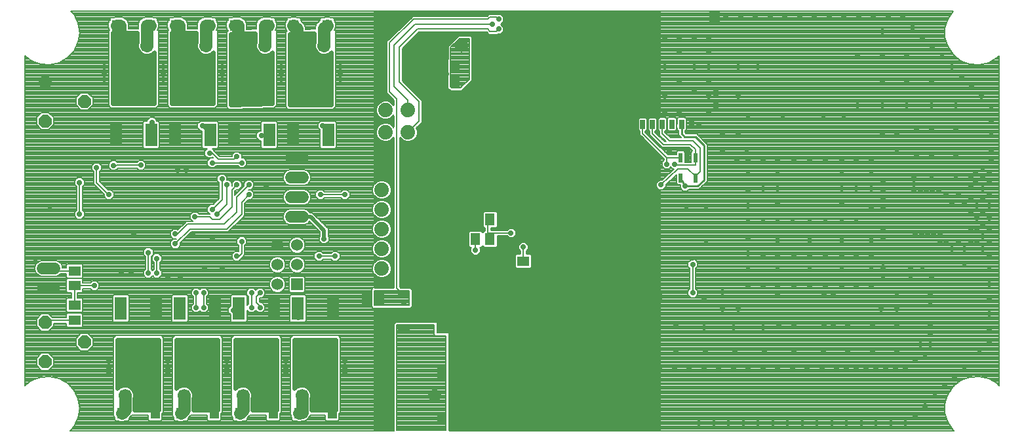
<source format=gbl>
G75*
G70*
%OFA0B0*%
%FSLAX24Y24*%
%IPPOS*%
%LPD*%
%AMOC8*
5,1,8,0,0,1.08239X$1,22.5*
%
%ADD10R,0.0600X0.0600*%
%ADD11C,0.0600*%
%ADD12R,0.0500X0.0579*%
%ADD13R,0.0512X0.0630*%
%ADD14C,0.0669*%
%ADD15C,0.0594*%
%ADD16R,0.0630X0.0512*%
%ADD17OC8,0.0660*%
%ADD18C,0.0740*%
%ADD19R,0.0630X0.1181*%
%ADD20R,0.1900X0.2250*%
%ADD21R,0.2441X0.2126*%
%ADD22R,0.0630X0.0394*%
%ADD23R,0.0256X0.0453*%
%ADD24R,0.0551X0.0669*%
%ADD25R,0.0217X0.0472*%
%ADD26R,0.0512X0.0591*%
%ADD27C,0.0080*%
%ADD28OC8,0.0278*%
%ADD29C,0.0100*%
%ADD30C,0.0640*%
%ADD31C,0.0200*%
%ADD32C,0.0160*%
D10*
X019703Y012578D03*
D11*
X018703Y012578D03*
X018703Y013578D03*
X019703Y013578D03*
X019703Y014578D03*
X018703Y014578D03*
D12*
X018486Y006015D03*
X019794Y006015D03*
X021486Y006015D03*
X016794Y006015D03*
X015486Y006015D03*
X013794Y006015D03*
X012486Y006015D03*
X010794Y006015D03*
X010544Y025765D03*
X012236Y025765D03*
X013544Y025765D03*
X015236Y025765D03*
X016544Y025765D03*
X018236Y025765D03*
X019544Y025765D03*
X021236Y025765D03*
D13*
X028766Y015890D03*
X029514Y015890D03*
X029514Y014890D03*
X028766Y014890D03*
D14*
X028079Y006929D03*
X026701Y006929D03*
X021329Y006929D03*
X019951Y006929D03*
X018329Y006929D03*
X016951Y006929D03*
X015329Y006929D03*
X013951Y006929D03*
X012329Y006929D03*
X010951Y006929D03*
X010701Y024726D03*
X012079Y024726D03*
X013701Y024726D03*
X015079Y024726D03*
X016701Y024726D03*
X018079Y024726D03*
X019701Y024726D03*
X021079Y024726D03*
X026701Y024726D03*
X028079Y024726D03*
D15*
X019999Y019015D02*
X019406Y019015D01*
X019406Y018015D02*
X019999Y018015D01*
X019999Y017015D02*
X019406Y017015D01*
X019406Y016015D02*
X019999Y016015D01*
X007374Y013390D02*
X006781Y013390D01*
X006781Y012390D02*
X007374Y012390D01*
D16*
X008390Y012516D03*
X008390Y013264D03*
X008390Y011534D03*
X008390Y010746D03*
X031203Y013016D03*
X031203Y013764D03*
D17*
X008890Y009640D03*
X006890Y008640D03*
X006890Y010640D03*
X006890Y020890D03*
X008890Y021890D03*
X006890Y022890D03*
D18*
X024195Y021453D03*
X025335Y021453D03*
X025335Y020328D03*
X024195Y020328D03*
X024015Y018390D03*
X024015Y017390D03*
X024015Y016390D03*
X024015Y015390D03*
X024015Y014390D03*
X024015Y013390D03*
D19*
X021538Y011356D03*
X019742Y011356D03*
X018538Y011356D03*
X016742Y011356D03*
X015538Y011356D03*
X013742Y011356D03*
X012538Y011356D03*
X010742Y011356D03*
X010492Y020174D03*
X012288Y020174D03*
X013492Y020174D03*
X015288Y020174D03*
X016492Y020174D03*
X018288Y020174D03*
X019492Y020174D03*
X021288Y020174D03*
D20*
X020390Y022890D03*
X017390Y022890D03*
X014390Y022890D03*
X011390Y022890D03*
X011640Y008640D03*
X014640Y008640D03*
X017640Y008640D03*
X020640Y008640D03*
D21*
X027999Y011140D03*
D22*
X025125Y010242D03*
X025125Y012038D03*
D23*
X037265Y020734D03*
X037765Y020734D03*
X038265Y020734D03*
X038765Y020734D03*
X039265Y020734D03*
X039765Y020734D03*
X041005Y021589D03*
X041005Y022376D03*
X036025Y022376D03*
X036025Y021589D03*
D24*
X036111Y026140D03*
X040919Y026140D03*
D25*
X039952Y019027D03*
X039578Y019027D03*
X039203Y019027D03*
X039203Y018003D03*
X039952Y018003D03*
D26*
X027725Y022890D03*
X027055Y022890D03*
X027055Y023703D03*
X027725Y023703D03*
X023912Y011890D03*
X023243Y011890D03*
X027055Y008015D03*
X027725Y008015D03*
X027725Y005765D03*
X027055Y005765D03*
D27*
X008370Y005341D02*
X008174Y005130D01*
X024640Y005130D01*
X024640Y011365D01*
X023578Y011365D01*
X023490Y011453D01*
X023490Y012327D01*
X023578Y012415D01*
X024615Y012415D01*
X024615Y020087D01*
X024602Y020056D01*
X024467Y019921D01*
X024290Y019848D01*
X024100Y019848D01*
X023923Y019921D01*
X023788Y020056D01*
X023715Y020232D01*
X023715Y020423D01*
X023788Y020599D01*
X023923Y020734D01*
X024100Y020807D01*
X024290Y020807D01*
X024467Y020734D01*
X024602Y020599D01*
X024615Y020568D01*
X024615Y021212D01*
X024602Y021181D01*
X024467Y021046D01*
X024290Y020973D01*
X024100Y020973D01*
X023923Y021046D01*
X023788Y021181D01*
X023715Y021357D01*
X023715Y021548D01*
X023788Y021724D01*
X023923Y021859D01*
X024100Y021932D01*
X024290Y021932D01*
X024467Y021859D01*
X024602Y021724D01*
X024615Y021693D01*
X024615Y021953D01*
X024328Y022240D01*
X024240Y022328D01*
X024240Y024830D01*
X024238Y024832D01*
X024240Y024892D01*
X024240Y024952D01*
X024242Y024954D01*
X024242Y024956D01*
X024285Y024997D01*
X024328Y025040D01*
X024330Y025040D01*
X024640Y025334D01*
X024640Y026500D01*
X008197Y026500D01*
X008370Y026314D01*
X008370Y026314D01*
X008582Y025873D01*
X008582Y025873D01*
X008655Y025390D01*
X008582Y024907D01*
X008582Y024907D01*
X008370Y024466D01*
X008370Y024466D01*
X008038Y024108D01*
X008038Y024108D01*
X008038Y024108D01*
X007614Y023863D01*
X007614Y023863D01*
X007138Y023755D01*
X007138Y023755D01*
X006650Y023791D01*
X006650Y023791D01*
X006195Y023970D01*
X006195Y023970D01*
X005880Y024221D01*
X005880Y007434D01*
X006195Y007685D01*
X006195Y007685D01*
X006650Y007864D01*
X006650Y007864D01*
X007138Y007900D01*
X007138Y007900D01*
X007614Y007792D01*
X007614Y007792D01*
X008038Y007547D01*
X008038Y007547D01*
X008370Y007189D01*
X008370Y007189D01*
X008582Y006748D01*
X008582Y006748D01*
X008655Y006265D01*
X008582Y005782D01*
X008582Y005782D01*
X008370Y005341D01*
X008370Y005341D01*
X008380Y005361D02*
X024640Y005361D01*
X024640Y005283D02*
X008316Y005283D01*
X008243Y005204D02*
X024640Y005204D01*
X024765Y005204D02*
X027265Y005204D01*
X027265Y005140D02*
X027265Y009967D01*
X026733Y009967D01*
X026669Y010031D01*
X026669Y010515D01*
X024765Y010515D01*
X024765Y005140D01*
X027265Y005140D01*
X027265Y005283D02*
X024765Y005283D01*
X024765Y005361D02*
X027265Y005361D01*
X027265Y005440D02*
X024765Y005440D01*
X024765Y005518D02*
X027265Y005518D01*
X027265Y005597D02*
X024765Y005597D01*
X024765Y005675D02*
X027265Y005675D01*
X027265Y005754D02*
X024765Y005754D01*
X024765Y005832D02*
X027265Y005832D01*
X027265Y005911D02*
X024765Y005911D01*
X024765Y005989D02*
X027265Y005989D01*
X027265Y006068D02*
X024765Y006068D01*
X024765Y006146D02*
X027265Y006146D01*
X027265Y006225D02*
X024765Y006225D01*
X024765Y006303D02*
X027265Y006303D01*
X027265Y006382D02*
X024765Y006382D01*
X024765Y006460D02*
X027265Y006460D01*
X027265Y006539D02*
X024765Y006539D01*
X024765Y006617D02*
X027265Y006617D01*
X027265Y006696D02*
X024765Y006696D01*
X024765Y006774D02*
X027265Y006774D01*
X027265Y006853D02*
X024765Y006853D01*
X024765Y006931D02*
X027265Y006931D01*
X027265Y007010D02*
X024765Y007010D01*
X024765Y007088D02*
X027265Y007088D01*
X027265Y007167D02*
X024765Y007167D01*
X024765Y007245D02*
X027265Y007245D01*
X027265Y007324D02*
X024765Y007324D01*
X024765Y007402D02*
X027265Y007402D01*
X027265Y007481D02*
X024765Y007481D01*
X024765Y007559D02*
X027265Y007559D01*
X027265Y007638D02*
X024765Y007638D01*
X024765Y007716D02*
X027265Y007716D01*
X027265Y007795D02*
X024765Y007795D01*
X024765Y007873D02*
X027265Y007873D01*
X027265Y007952D02*
X024765Y007952D01*
X024765Y008030D02*
X027265Y008030D01*
X027265Y008109D02*
X024765Y008109D01*
X024765Y008187D02*
X027265Y008187D01*
X027265Y008266D02*
X024765Y008266D01*
X024765Y008344D02*
X027265Y008344D01*
X027265Y008423D02*
X024765Y008423D01*
X024765Y008501D02*
X027265Y008501D01*
X027265Y008580D02*
X024765Y008580D01*
X024765Y008658D02*
X027265Y008658D01*
X027265Y008737D02*
X024765Y008737D01*
X024765Y008815D02*
X027265Y008815D01*
X027265Y008894D02*
X024765Y008894D01*
X024765Y008972D02*
X027265Y008972D01*
X027265Y009051D02*
X024765Y009051D01*
X024765Y009129D02*
X027265Y009129D01*
X027265Y009208D02*
X024765Y009208D01*
X024765Y009286D02*
X027265Y009286D01*
X027265Y009365D02*
X024765Y009365D01*
X024765Y009443D02*
X027265Y009443D01*
X027265Y009522D02*
X024765Y009522D01*
X024765Y009600D02*
X027265Y009600D01*
X027265Y009679D02*
X024765Y009679D01*
X024765Y009757D02*
X027265Y009757D01*
X027265Y009836D02*
X024765Y009836D01*
X024765Y009914D02*
X027265Y009914D01*
X027515Y009640D02*
X028890Y009640D01*
X028890Y005140D01*
X027515Y005140D01*
X027515Y009640D01*
X027515Y009600D02*
X028890Y009600D01*
X028890Y009522D02*
X027515Y009522D01*
X027515Y009443D02*
X028890Y009443D01*
X028890Y009365D02*
X027515Y009365D01*
X027515Y009286D02*
X028890Y009286D01*
X028890Y009208D02*
X027515Y009208D01*
X027515Y009129D02*
X028890Y009129D01*
X028890Y009051D02*
X027515Y009051D01*
X027515Y008972D02*
X028890Y008972D01*
X028890Y008894D02*
X027515Y008894D01*
X027515Y008815D02*
X028890Y008815D01*
X028890Y008737D02*
X027515Y008737D01*
X027515Y008658D02*
X028890Y008658D01*
X028890Y008580D02*
X027515Y008580D01*
X027515Y008501D02*
X028890Y008501D01*
X028890Y008423D02*
X027515Y008423D01*
X027515Y008344D02*
X028890Y008344D01*
X028890Y008266D02*
X027515Y008266D01*
X027515Y008187D02*
X028890Y008187D01*
X028890Y008109D02*
X027515Y008109D01*
X027515Y008030D02*
X028890Y008030D01*
X028890Y007952D02*
X027515Y007952D01*
X027515Y007873D02*
X028890Y007873D01*
X028890Y007795D02*
X027515Y007795D01*
X027515Y007716D02*
X028890Y007716D01*
X028890Y007638D02*
X027515Y007638D01*
X027515Y007559D02*
X028890Y007559D01*
X028890Y007481D02*
X027515Y007481D01*
X027515Y007402D02*
X028890Y007402D01*
X028890Y007324D02*
X027515Y007324D01*
X027515Y007245D02*
X028890Y007245D01*
X028890Y007167D02*
X027515Y007167D01*
X027515Y007088D02*
X028890Y007088D01*
X028890Y007010D02*
X027515Y007010D01*
X027515Y006931D02*
X028890Y006931D01*
X028890Y006853D02*
X027515Y006853D01*
X027515Y006774D02*
X028890Y006774D01*
X028890Y006696D02*
X027515Y006696D01*
X027515Y006617D02*
X028890Y006617D01*
X028890Y006539D02*
X027515Y006539D01*
X027515Y006460D02*
X028890Y006460D01*
X028890Y006382D02*
X027515Y006382D01*
X027515Y006303D02*
X028890Y006303D01*
X028890Y006225D02*
X027515Y006225D01*
X027515Y006146D02*
X028890Y006146D01*
X028890Y006068D02*
X027515Y006068D01*
X027515Y005989D02*
X028890Y005989D01*
X028890Y005911D02*
X027515Y005911D01*
X027515Y005832D02*
X028890Y005832D01*
X028890Y005754D02*
X027515Y005754D01*
X027515Y005675D02*
X028890Y005675D01*
X028890Y005597D02*
X027515Y005597D01*
X027515Y005518D02*
X028890Y005518D01*
X028890Y005440D02*
X027515Y005440D01*
X027515Y005361D02*
X028890Y005361D01*
X028890Y005283D02*
X027515Y005283D01*
X027515Y005204D02*
X028890Y005204D01*
X024640Y005440D02*
X008417Y005440D01*
X008455Y005518D02*
X024640Y005518D01*
X024640Y005597D02*
X019893Y005597D01*
X019986Y005616D02*
X019797Y005577D01*
X019629Y005609D01*
X019618Y005616D01*
X019498Y005616D01*
X019434Y005680D01*
X019434Y005780D01*
X019390Y005844D01*
X019355Y006012D01*
X019368Y006076D01*
X019368Y006227D01*
X019368Y009678D01*
X019368Y009852D01*
X019491Y009975D01*
X021789Y009975D01*
X021912Y009852D01*
X021912Y006053D01*
X021846Y005987D01*
X021846Y005680D01*
X021782Y005616D01*
X021191Y005616D01*
X021126Y005680D01*
X021126Y005930D01*
X020368Y005930D01*
X020365Y005923D01*
X020357Y005883D01*
X020333Y005845D01*
X020316Y005804D01*
X020286Y005774D01*
X020263Y005740D01*
X020226Y005715D01*
X020195Y005683D01*
X020156Y005667D01*
X020122Y005644D01*
X020116Y005642D01*
X020089Y005616D01*
X019986Y005616D01*
X020175Y005675D02*
X021132Y005675D01*
X021126Y005754D02*
X020272Y005754D01*
X020327Y005832D02*
X021126Y005832D01*
X021126Y005911D02*
X020363Y005911D01*
X019693Y005597D02*
X016907Y005597D01*
X016879Y005585D02*
X016953Y005616D01*
X017089Y005616D01*
X017154Y005680D01*
X017154Y005767D01*
X017195Y005808D01*
X017316Y005929D01*
X017316Y005930D01*
X018126Y005930D01*
X018126Y005680D01*
X018191Y005616D01*
X018782Y005616D01*
X018846Y005680D01*
X018846Y005987D01*
X018912Y006053D01*
X018912Y009852D01*
X018789Y009975D01*
X016491Y009975D01*
X016368Y009852D01*
X016368Y006110D01*
X016364Y006101D01*
X016364Y005929D01*
X016429Y005771D01*
X016434Y005767D01*
X016434Y005680D01*
X016498Y005616D01*
X016634Y005616D01*
X016708Y005585D01*
X016879Y005585D01*
X016680Y005597D02*
X013907Y005597D01*
X013879Y005585D02*
X013953Y005616D01*
X014089Y005616D01*
X014154Y005680D01*
X014154Y005767D01*
X014195Y005808D01*
X014316Y005929D01*
X014316Y005930D01*
X015126Y005930D01*
X015126Y005680D01*
X015191Y005616D01*
X015782Y005616D01*
X015846Y005680D01*
X015846Y005987D01*
X015912Y006053D01*
X015912Y009852D01*
X015789Y009975D01*
X013491Y009975D01*
X013368Y009852D01*
X013368Y006110D01*
X013364Y006101D01*
X013364Y005929D01*
X013429Y005771D01*
X013434Y005767D01*
X013434Y005680D01*
X013498Y005616D01*
X013634Y005616D01*
X013708Y005585D01*
X013879Y005585D01*
X013680Y005597D02*
X010907Y005597D01*
X010879Y005585D02*
X010953Y005616D01*
X011089Y005616D01*
X011154Y005680D01*
X011154Y005767D01*
X011195Y005808D01*
X011316Y005929D01*
X011316Y005930D01*
X012126Y005930D01*
X012126Y005680D01*
X012191Y005616D01*
X012782Y005616D01*
X012846Y005680D01*
X012846Y005987D01*
X012912Y006053D01*
X012912Y009852D01*
X012789Y009975D01*
X010491Y009975D01*
X010368Y009852D01*
X010368Y006110D01*
X010364Y006101D01*
X010364Y005929D01*
X010429Y005771D01*
X010434Y005767D01*
X010434Y005680D01*
X010498Y005616D01*
X010634Y005616D01*
X010708Y005585D01*
X010879Y005585D01*
X010680Y005597D02*
X008493Y005597D01*
X008531Y005675D02*
X010439Y005675D01*
X010434Y005754D02*
X008569Y005754D01*
X008590Y005832D02*
X010404Y005832D01*
X010371Y005911D02*
X008602Y005911D01*
X008613Y005989D02*
X010364Y005989D01*
X010364Y006068D02*
X008625Y006068D01*
X008637Y006146D02*
X010368Y006146D01*
X010368Y006225D02*
X008649Y006225D01*
X008649Y006303D02*
X010368Y006303D01*
X010368Y006382D02*
X008637Y006382D01*
X008626Y006460D02*
X010368Y006460D01*
X010368Y006539D02*
X008614Y006539D01*
X008602Y006617D02*
X010368Y006617D01*
X010368Y006696D02*
X008590Y006696D01*
X008570Y006774D02*
X010368Y006774D01*
X010368Y006853D02*
X008532Y006853D01*
X008494Y006931D02*
X010368Y006931D01*
X010368Y007010D02*
X008456Y007010D01*
X008419Y007088D02*
X010368Y007088D01*
X010368Y007167D02*
X008381Y007167D01*
X008318Y007245D02*
X010368Y007245D01*
X010368Y007324D02*
X008245Y007324D01*
X008172Y007402D02*
X010368Y007402D01*
X010368Y007481D02*
X008099Y007481D01*
X008017Y007559D02*
X010368Y007559D01*
X010368Y007638D02*
X007881Y007638D01*
X007745Y007716D02*
X010368Y007716D01*
X010368Y007795D02*
X007602Y007795D01*
X007258Y007873D02*
X010368Y007873D01*
X010368Y007952D02*
X005880Y007952D01*
X005880Y008030D02*
X010368Y008030D01*
X010368Y008109D02*
X005880Y008109D01*
X005880Y008187D02*
X010368Y008187D01*
X010368Y008266D02*
X007138Y008266D01*
X007072Y008200D02*
X007330Y008458D01*
X007330Y008822D01*
X007072Y009080D01*
X006708Y009080D01*
X006450Y008822D01*
X006450Y008458D01*
X006708Y008200D01*
X007072Y008200D01*
X007216Y008344D02*
X010368Y008344D01*
X010368Y008423D02*
X007295Y008423D01*
X007330Y008501D02*
X010368Y008501D01*
X010368Y008580D02*
X007330Y008580D01*
X007330Y008658D02*
X010368Y008658D01*
X010368Y008737D02*
X007330Y008737D01*
X007330Y008815D02*
X010368Y008815D01*
X010368Y008894D02*
X007259Y008894D01*
X007180Y008972D02*
X010368Y008972D01*
X010368Y009051D02*
X007102Y009051D01*
X006678Y009051D02*
X005880Y009051D01*
X005880Y009129D02*
X010368Y009129D01*
X010368Y009208D02*
X009080Y009208D01*
X009072Y009200D02*
X009330Y009458D01*
X009330Y009822D01*
X009072Y010080D01*
X008708Y010080D01*
X008450Y009822D01*
X008450Y009458D01*
X008708Y009200D01*
X009072Y009200D01*
X009158Y009286D02*
X010368Y009286D01*
X010368Y009365D02*
X009237Y009365D01*
X009315Y009443D02*
X010368Y009443D01*
X010368Y009522D02*
X009330Y009522D01*
X009330Y009600D02*
X010368Y009600D01*
X010368Y009679D02*
X009330Y009679D01*
X009330Y009757D02*
X010368Y009757D01*
X010368Y009836D02*
X009317Y009836D01*
X009238Y009914D02*
X010430Y009914D01*
X010382Y010655D02*
X011103Y010655D01*
X011167Y010719D01*
X011167Y011992D01*
X011103Y012056D01*
X010382Y012056D01*
X010317Y011992D01*
X010317Y010719D01*
X010382Y010655D01*
X010338Y010699D02*
X008815Y010699D01*
X008815Y010621D02*
X024640Y010621D01*
X024640Y010699D02*
X020147Y010699D01*
X020167Y010719D02*
X020103Y010655D01*
X019882Y010655D01*
X019868Y010641D01*
X019662Y010641D01*
X019648Y010655D01*
X019382Y010655D01*
X019317Y010719D01*
X019317Y011992D01*
X019382Y012056D01*
X020103Y012056D01*
X020167Y011992D01*
X020167Y010719D01*
X020167Y010778D02*
X024640Y010778D01*
X024640Y010856D02*
X020167Y010856D01*
X020167Y010935D02*
X024640Y010935D01*
X024640Y011013D02*
X020167Y011013D01*
X020167Y011092D02*
X024640Y011092D01*
X024640Y011170D02*
X020167Y011170D01*
X020167Y011249D02*
X024640Y011249D01*
X024640Y011327D02*
X020167Y011327D01*
X020167Y011406D02*
X023537Y011406D01*
X023490Y011484D02*
X020167Y011484D01*
X020167Y011563D02*
X023490Y011563D01*
X023490Y011641D02*
X020167Y011641D01*
X020167Y011720D02*
X023490Y011720D01*
X023490Y011798D02*
X020167Y011798D01*
X020167Y011877D02*
X023490Y011877D01*
X023490Y011955D02*
X020167Y011955D01*
X020125Y012034D02*
X023490Y012034D01*
X023490Y012112D02*
X018070Y012112D01*
X018070Y012037D02*
X018070Y012243D01*
X017924Y012389D01*
X017718Y012389D01*
X017603Y012274D01*
X017488Y012389D01*
X017282Y012389D01*
X017136Y012243D01*
X017136Y012037D01*
X017235Y011938D01*
X017235Y011592D01*
X017167Y011525D01*
X017167Y011992D01*
X017103Y012056D01*
X016382Y012056D01*
X016317Y011992D01*
X016317Y011483D01*
X016202Y011368D01*
X016202Y011162D01*
X016317Y011047D01*
X016317Y010719D01*
X016382Y010655D01*
X017103Y010655D01*
X017167Y010719D01*
X017167Y011255D01*
X017282Y011141D01*
X017488Y011141D01*
X017603Y011256D01*
X017718Y011141D01*
X017924Y011141D01*
X018070Y011287D01*
X018070Y011493D01*
X017924Y011639D01*
X017853Y011639D01*
X017790Y011702D01*
X017790Y011891D01*
X017924Y011891D01*
X018070Y012037D01*
X018067Y012034D02*
X019359Y012034D01*
X019317Y011955D02*
X017988Y011955D01*
X017790Y011877D02*
X019317Y011877D01*
X019317Y011798D02*
X017790Y011798D01*
X017790Y011720D02*
X019317Y011720D01*
X019317Y011641D02*
X017851Y011641D01*
X018001Y011563D02*
X019317Y011563D01*
X019317Y011484D02*
X018070Y011484D01*
X018070Y011406D02*
X019317Y011406D01*
X019317Y011327D02*
X018070Y011327D01*
X018032Y011249D02*
X019317Y011249D01*
X019317Y011170D02*
X017953Y011170D01*
X017821Y011390D02*
X017821Y011459D01*
X017640Y011640D01*
X017640Y011959D01*
X017821Y012140D01*
X017677Y012348D02*
X017530Y012348D01*
X017385Y012140D02*
X017385Y011390D01*
X017205Y011563D02*
X017167Y011563D01*
X017167Y011641D02*
X017235Y011641D01*
X017235Y011720D02*
X017167Y011720D01*
X017167Y011798D02*
X017235Y011798D01*
X017235Y011877D02*
X017167Y011877D01*
X017167Y011955D02*
X017218Y011955D01*
X017139Y012034D02*
X017125Y012034D01*
X017136Y012112D02*
X015202Y012112D01*
X015202Y012037D02*
X015202Y012243D01*
X015056Y012389D01*
X014849Y012389D01*
X014765Y012305D01*
X014681Y012389D01*
X014474Y012389D01*
X014328Y012243D01*
X014328Y012037D01*
X014428Y011938D01*
X014428Y011592D01*
X014328Y011493D01*
X014328Y011287D01*
X014474Y011141D01*
X014681Y011141D01*
X014765Y011225D01*
X014849Y011141D01*
X015056Y011141D01*
X015202Y011287D01*
X015202Y011493D01*
X015102Y011592D01*
X015102Y011938D01*
X015202Y012037D01*
X015198Y012034D02*
X016359Y012034D01*
X016317Y011955D02*
X015120Y011955D01*
X015102Y011877D02*
X016317Y011877D01*
X016317Y011798D02*
X015102Y011798D01*
X015102Y011720D02*
X016317Y011720D01*
X016317Y011641D02*
X015102Y011641D01*
X015132Y011563D02*
X016317Y011563D01*
X016317Y011484D02*
X015202Y011484D01*
X015202Y011406D02*
X016240Y011406D01*
X016202Y011327D02*
X015202Y011327D01*
X015163Y011249D02*
X016202Y011249D01*
X016202Y011170D02*
X015085Y011170D01*
X014953Y011390D02*
X014953Y012140D01*
X015097Y012348D02*
X017240Y012348D01*
X017162Y012269D02*
X015176Y012269D01*
X015202Y012191D02*
X017136Y012191D01*
X017966Y012348D02*
X018354Y012348D01*
X018355Y012345D02*
X018470Y012230D01*
X018621Y012168D01*
X018784Y012168D01*
X018935Y012230D01*
X019050Y012345D01*
X019112Y012496D01*
X019112Y012659D01*
X019050Y012810D01*
X018935Y012925D01*
X018784Y012987D01*
X018621Y012987D01*
X018470Y012925D01*
X018355Y012810D01*
X018293Y012659D01*
X018293Y012496D01*
X018355Y012345D01*
X018321Y012426D02*
X009639Y012426D01*
X009639Y012412D02*
X009639Y012618D01*
X009493Y012764D01*
X009287Y012764D01*
X009189Y012666D01*
X008815Y012666D01*
X008815Y012817D01*
X008751Y012882D01*
X008029Y012882D01*
X007965Y012817D01*
X007965Y012215D01*
X008029Y012150D01*
X008240Y012150D01*
X008240Y011900D01*
X008029Y011900D01*
X007965Y011835D01*
X007965Y011232D01*
X008029Y011168D01*
X008751Y011168D01*
X008815Y011232D01*
X008815Y011835D01*
X008751Y011900D01*
X008540Y011900D01*
X008540Y012150D01*
X008751Y012150D01*
X008815Y012215D01*
X008815Y012366D01*
X009187Y012366D01*
X009287Y012266D01*
X009493Y012266D01*
X009639Y012412D01*
X009575Y012348D02*
X014433Y012348D01*
X014354Y012269D02*
X009496Y012269D01*
X009284Y012269D02*
X008815Y012269D01*
X008815Y012348D02*
X009205Y012348D01*
X009389Y012516D02*
X009390Y012515D01*
X009389Y012516D02*
X008390Y012516D01*
X008390Y011534D01*
X008815Y011563D02*
X010317Y011563D01*
X010317Y011641D02*
X008815Y011641D01*
X008815Y011720D02*
X010317Y011720D01*
X010317Y011798D02*
X008815Y011798D01*
X008774Y011877D02*
X010317Y011877D01*
X010317Y011955D02*
X008540Y011955D01*
X008540Y012034D02*
X010359Y012034D01*
X011125Y012034D02*
X013359Y012034D01*
X013382Y012056D02*
X013317Y011992D01*
X013317Y010719D01*
X013382Y010655D01*
X014103Y010655D01*
X014167Y010719D01*
X014167Y011992D01*
X014103Y012056D01*
X013382Y012056D01*
X013317Y011955D02*
X011167Y011955D01*
X011167Y011877D02*
X013317Y011877D01*
X013317Y011798D02*
X011167Y011798D01*
X011167Y011720D02*
X013317Y011720D01*
X013317Y011641D02*
X011167Y011641D01*
X011167Y011563D02*
X013317Y011563D01*
X013317Y011484D02*
X011167Y011484D01*
X011167Y011406D02*
X013317Y011406D01*
X013317Y011327D02*
X011167Y011327D01*
X011167Y011249D02*
X013317Y011249D01*
X013317Y011170D02*
X011167Y011170D01*
X011167Y011092D02*
X013317Y011092D01*
X013317Y011013D02*
X011167Y011013D01*
X011167Y010935D02*
X013317Y010935D01*
X013317Y010856D02*
X011167Y010856D01*
X011167Y010778D02*
X013317Y010778D01*
X013338Y010699D02*
X011147Y010699D01*
X010890Y011015D02*
X010890Y011208D01*
X010742Y011356D01*
X010317Y011327D02*
X008815Y011327D01*
X008815Y011249D02*
X010317Y011249D01*
X010317Y011170D02*
X008753Y011170D01*
X008751Y011112D02*
X008029Y011112D01*
X007965Y011048D01*
X007965Y010896D01*
X007256Y010896D01*
X007072Y011080D01*
X006708Y011080D01*
X006450Y010822D01*
X006450Y010458D01*
X006708Y010200D01*
X007072Y010200D01*
X007330Y010458D01*
X007330Y010596D01*
X007965Y010596D01*
X007965Y010445D01*
X008029Y010380D01*
X008751Y010380D01*
X008815Y010445D01*
X008815Y011048D01*
X008751Y011112D01*
X008771Y011092D02*
X010317Y011092D01*
X010317Y011013D02*
X008815Y011013D01*
X008815Y010935D02*
X010317Y010935D01*
X010317Y010856D02*
X008815Y010856D01*
X008815Y010778D02*
X010317Y010778D01*
X010317Y011406D02*
X008815Y011406D01*
X008815Y011484D02*
X010317Y011484D01*
X009639Y012505D02*
X018293Y012505D01*
X018293Y012583D02*
X009639Y012583D01*
X009596Y012662D02*
X018294Y012662D01*
X018326Y012740D02*
X009517Y012740D01*
X009263Y012740D02*
X008815Y012740D01*
X008814Y012819D02*
X018364Y012819D01*
X018442Y012897D02*
X012687Y012897D01*
X012681Y012891D02*
X012827Y013037D01*
X012827Y013243D01*
X012727Y013342D01*
X012727Y013688D01*
X012827Y013787D01*
X012827Y013993D01*
X012681Y014139D01*
X012474Y014139D01*
X012328Y013993D01*
X012328Y013787D01*
X012428Y013688D01*
X012428Y013342D01*
X012359Y013273D01*
X012290Y013342D01*
X012290Y014000D01*
X012389Y014099D01*
X012389Y014306D01*
X012243Y014452D01*
X012037Y014452D01*
X011891Y014306D01*
X011891Y014099D01*
X011990Y014000D01*
X011990Y013342D01*
X011891Y013243D01*
X011891Y013037D01*
X012037Y012891D01*
X012243Y012891D01*
X012359Y013007D01*
X012474Y012891D01*
X012681Y012891D01*
X012765Y012976D02*
X018592Y012976D01*
X018621Y013168D02*
X018784Y013168D01*
X018935Y013230D01*
X019050Y013345D01*
X019112Y013496D01*
X019112Y013659D01*
X019050Y013810D01*
X018935Y013925D01*
X018784Y013987D01*
X018621Y013987D01*
X018470Y013925D01*
X018355Y013810D01*
X018293Y013659D01*
X018293Y013496D01*
X018355Y013345D01*
X018470Y013230D01*
X018621Y013168D01*
X018516Y013211D02*
X012827Y013211D01*
X012827Y013133D02*
X023602Y013133D01*
X023608Y013118D02*
X023743Y012983D01*
X023920Y012910D01*
X024110Y012910D01*
X024287Y012983D01*
X024422Y013118D01*
X024495Y013295D01*
X024495Y013485D01*
X024422Y013662D01*
X024287Y013797D01*
X024110Y013870D01*
X023920Y013870D01*
X023743Y013797D01*
X023608Y013662D01*
X023535Y013485D01*
X023535Y013295D01*
X023608Y013118D01*
X023672Y013054D02*
X012827Y013054D01*
X012780Y013290D02*
X018411Y013290D01*
X018345Y013368D02*
X012727Y013368D01*
X012727Y013447D02*
X018313Y013447D01*
X018293Y013525D02*
X012727Y013525D01*
X012727Y013604D02*
X018293Y013604D01*
X018302Y013682D02*
X012727Y013682D01*
X012800Y013761D02*
X018335Y013761D01*
X018384Y013839D02*
X016816Y013839D01*
X016743Y013766D02*
X016889Y013912D01*
X016889Y013927D01*
X017040Y014078D01*
X017040Y014202D01*
X017040Y014563D01*
X017139Y014662D01*
X017139Y014868D01*
X016993Y015014D01*
X016787Y015014D01*
X016641Y014868D01*
X016641Y014662D01*
X016740Y014563D01*
X016740Y014264D01*
X016537Y014264D01*
X016391Y014118D01*
X016391Y013912D01*
X016537Y013766D01*
X016743Y013766D01*
X016889Y013918D02*
X018463Y013918D01*
X018942Y013918D02*
X019463Y013918D01*
X019470Y013925D02*
X019355Y013810D01*
X019293Y013659D01*
X019293Y013496D01*
X019355Y013345D01*
X019470Y013230D01*
X019621Y013168D01*
X019784Y013168D01*
X019935Y013230D01*
X020050Y013345D01*
X020112Y013496D01*
X020112Y013659D01*
X020050Y013810D01*
X019935Y013925D01*
X019784Y013987D01*
X019621Y013987D01*
X019470Y013925D01*
X019384Y013839D02*
X019021Y013839D01*
X019070Y013761D02*
X019335Y013761D01*
X019302Y013682D02*
X019103Y013682D01*
X019112Y013604D02*
X019293Y013604D01*
X019293Y013525D02*
X019112Y013525D01*
X019092Y013447D02*
X019313Y013447D01*
X019345Y013368D02*
X019060Y013368D01*
X018994Y013290D02*
X019411Y013290D01*
X019516Y013211D02*
X018889Y013211D01*
X018813Y012976D02*
X019345Y012976D01*
X019357Y012987D02*
X019293Y012923D01*
X019293Y012232D01*
X019357Y012168D01*
X020048Y012168D01*
X020112Y012232D01*
X020112Y012923D01*
X020048Y012987D01*
X019357Y012987D01*
X019293Y012897D02*
X018963Y012897D01*
X019041Y012819D02*
X019293Y012819D01*
X019293Y012740D02*
X019079Y012740D01*
X019111Y012662D02*
X019293Y012662D01*
X019293Y012583D02*
X019112Y012583D01*
X019112Y012505D02*
X019293Y012505D01*
X019293Y012426D02*
X019084Y012426D01*
X019051Y012348D02*
X019293Y012348D01*
X019293Y012269D02*
X018974Y012269D01*
X018840Y012191D02*
X019334Y012191D01*
X018565Y012191D02*
X018070Y012191D01*
X018044Y012269D02*
X018431Y012269D01*
X019889Y013211D02*
X023570Y013211D01*
X023537Y013290D02*
X019994Y013290D01*
X020060Y013368D02*
X023535Y013368D01*
X023535Y013447D02*
X020092Y013447D01*
X020112Y013525D02*
X023551Y013525D01*
X023584Y013604D02*
X020112Y013604D01*
X020103Y013682D02*
X023628Y013682D01*
X023707Y013761D02*
X020070Y013761D01*
X020021Y013839D02*
X020651Y013839D01*
X020578Y013912D02*
X020724Y013766D01*
X020931Y013766D01*
X021030Y013865D01*
X021438Y013865D01*
X021537Y013766D01*
X021743Y013766D01*
X021889Y013912D01*
X021889Y014118D01*
X021743Y014264D01*
X021537Y014264D01*
X021438Y014165D01*
X021030Y014165D01*
X020931Y014264D01*
X020724Y014264D01*
X020578Y014118D01*
X020578Y013912D01*
X020578Y013918D02*
X019942Y013918D01*
X019784Y014168D02*
X019935Y014230D01*
X020050Y014345D01*
X020112Y014496D01*
X020112Y014659D01*
X020050Y014810D01*
X019935Y014925D01*
X019784Y014987D01*
X019621Y014987D01*
X019470Y014925D01*
X019355Y014810D01*
X019293Y014659D01*
X019293Y014496D01*
X019355Y014345D01*
X019470Y014230D01*
X019621Y014168D01*
X019784Y014168D01*
X019936Y014232D02*
X020692Y014232D01*
X020613Y014153D02*
X017040Y014153D01*
X017040Y014232D02*
X019469Y014232D01*
X019390Y014310D02*
X017040Y014310D01*
X017040Y014389D02*
X019337Y014389D01*
X019304Y014467D02*
X017040Y014467D01*
X017040Y014546D02*
X019293Y014546D01*
X019293Y014624D02*
X017101Y014624D01*
X017139Y014703D02*
X019311Y014703D01*
X019343Y014781D02*
X017139Y014781D01*
X017139Y014860D02*
X019405Y014860D01*
X019502Y014938D02*
X017069Y014938D01*
X016890Y014765D02*
X016890Y014140D01*
X016765Y014015D01*
X016640Y014015D01*
X016464Y013839D02*
X012827Y013839D01*
X012827Y013918D02*
X016391Y013918D01*
X016391Y013996D02*
X012824Y013996D01*
X012745Y014075D02*
X016391Y014075D01*
X016426Y014153D02*
X012389Y014153D01*
X012389Y014232D02*
X016504Y014232D01*
X016740Y014310D02*
X012385Y014310D01*
X012306Y014389D02*
X016740Y014389D01*
X016740Y014467D02*
X013694Y014467D01*
X013764Y014537D02*
X013618Y014391D01*
X013412Y014391D01*
X013266Y014537D01*
X013266Y014743D01*
X013412Y014889D01*
X013552Y014889D01*
X013554Y014891D01*
X013412Y014891D01*
X013266Y015037D01*
X013266Y015243D01*
X013412Y015389D01*
X013618Y015389D01*
X013648Y015360D01*
X013990Y015702D01*
X014078Y015790D01*
X014388Y015790D01*
X014266Y015912D01*
X014266Y016118D01*
X014412Y016264D01*
X014618Y016264D01*
X014717Y016165D01*
X015263Y016165D01*
X015141Y016287D01*
X015141Y016493D01*
X015287Y016639D01*
X015427Y016639D01*
X015740Y016952D01*
X015740Y017750D01*
X015641Y017849D01*
X015641Y018056D01*
X015787Y018202D01*
X015993Y018202D01*
X016139Y018056D01*
X016139Y017889D01*
X016243Y017889D01*
X016389Y017743D01*
X016389Y017601D01*
X016391Y017603D01*
X016391Y017743D01*
X016537Y017889D01*
X016743Y017889D01*
X016889Y017743D01*
X016889Y017537D01*
X016743Y017391D01*
X016603Y017391D01*
X016540Y017328D01*
X016540Y017127D01*
X017016Y017603D01*
X017016Y017743D01*
X017162Y017889D01*
X017368Y017889D01*
X017514Y017743D01*
X017514Y017537D01*
X017368Y017391D01*
X017228Y017391D01*
X017226Y017389D01*
X017368Y017389D01*
X017514Y017243D01*
X017514Y017037D01*
X017368Y016891D01*
X017228Y016891D01*
X017040Y016703D01*
X017040Y016078D01*
X016952Y015990D01*
X016202Y015240D01*
X014327Y015240D01*
X013764Y014677D01*
X013764Y014537D01*
X013764Y014546D02*
X016740Y014546D01*
X016679Y014624D02*
X013764Y014624D01*
X013790Y014703D02*
X016641Y014703D01*
X016641Y014781D02*
X013868Y014781D01*
X013947Y014860D02*
X016641Y014860D01*
X016711Y014938D02*
X014025Y014938D01*
X014104Y015017D02*
X020852Y015017D01*
X020868Y015032D02*
X020828Y014993D01*
X020828Y014787D01*
X020974Y014641D01*
X021181Y014641D01*
X021327Y014787D01*
X021327Y014993D01*
X021287Y015032D01*
X021287Y015414D01*
X021164Y015537D01*
X020477Y016225D01*
X020353Y016225D01*
X020344Y016245D01*
X020230Y016360D01*
X020080Y016422D01*
X019325Y016422D01*
X019175Y016360D01*
X019061Y016245D01*
X018999Y016096D01*
X018999Y015934D01*
X019061Y015785D01*
X019175Y015670D01*
X019325Y015608D01*
X020080Y015608D01*
X020230Y015670D01*
X020334Y015774D01*
X020868Y015241D01*
X020868Y015032D01*
X020868Y015095D02*
X014182Y015095D01*
X014261Y015174D02*
X020868Y015174D01*
X020856Y015252D02*
X016214Y015252D01*
X016293Y015331D02*
X020777Y015331D01*
X020699Y015409D02*
X016371Y015409D01*
X016450Y015488D02*
X020620Y015488D01*
X020542Y015566D02*
X016528Y015566D01*
X016607Y015645D02*
X019237Y015645D01*
X019122Y015723D02*
X016685Y015723D01*
X016764Y015802D02*
X019054Y015802D01*
X019021Y015880D02*
X016842Y015880D01*
X016921Y015959D02*
X018999Y015959D01*
X018999Y016037D02*
X016999Y016037D01*
X017040Y016116D02*
X019007Y016116D01*
X019039Y016194D02*
X017040Y016194D01*
X017040Y016273D02*
X019088Y016273D01*
X019166Y016351D02*
X017040Y016351D01*
X017040Y016430D02*
X023535Y016430D01*
X023535Y016485D02*
X023535Y016295D01*
X023608Y016118D01*
X023743Y015983D01*
X023920Y015910D01*
X024110Y015910D01*
X024287Y015983D01*
X024422Y016118D01*
X024495Y016295D01*
X024495Y016485D01*
X024422Y016662D01*
X024287Y016797D01*
X024110Y016870D01*
X023920Y016870D01*
X023743Y016797D01*
X023608Y016662D01*
X023535Y016485D01*
X023544Y016508D02*
X017040Y016508D01*
X017040Y016587D02*
X023577Y016587D01*
X023611Y016665D02*
X020218Y016665D01*
X020230Y016670D02*
X020344Y016785D01*
X020406Y016934D01*
X020406Y017096D01*
X020344Y017245D01*
X020230Y017360D01*
X020080Y017422D01*
X019325Y017422D01*
X019175Y017360D01*
X019061Y017245D01*
X018999Y017096D01*
X018999Y016934D01*
X019061Y016785D01*
X019175Y016670D01*
X019325Y016608D01*
X020080Y016608D01*
X020230Y016670D01*
X020303Y016744D02*
X023690Y016744D01*
X023804Y016822D02*
X020360Y016822D01*
X020392Y016901D02*
X020777Y016901D01*
X020787Y016891D02*
X020993Y016891D01*
X021092Y016990D01*
X021938Y016990D01*
X022037Y016891D01*
X022243Y016891D01*
X022389Y017037D01*
X022389Y017243D01*
X022243Y017389D01*
X022037Y017389D01*
X021938Y017290D01*
X021092Y017290D01*
X020993Y017389D01*
X020787Y017389D01*
X020641Y017243D01*
X020641Y017037D01*
X020787Y016891D01*
X020699Y016979D02*
X020406Y016979D01*
X020406Y017058D02*
X020641Y017058D01*
X020641Y017136D02*
X020390Y017136D01*
X020357Y017215D02*
X020641Y017215D01*
X020691Y017293D02*
X020297Y017293D01*
X020202Y017372D02*
X020769Y017372D01*
X021011Y017372D02*
X022019Y017372D01*
X021941Y017293D02*
X021089Y017293D01*
X020890Y017140D02*
X022140Y017140D01*
X022389Y017136D02*
X023601Y017136D01*
X023608Y017118D02*
X023743Y016983D01*
X023920Y016910D01*
X024110Y016910D01*
X024287Y016983D01*
X024422Y017118D01*
X024495Y017295D01*
X024495Y017485D01*
X024422Y017662D01*
X024287Y017797D01*
X024110Y017870D01*
X023920Y017870D01*
X023743Y017797D01*
X023608Y017662D01*
X023535Y017485D01*
X023535Y017295D01*
X023608Y017118D01*
X023669Y017058D02*
X022389Y017058D01*
X022331Y016979D02*
X023753Y016979D01*
X023568Y017215D02*
X022389Y017215D01*
X022339Y017293D02*
X023536Y017293D01*
X023535Y017372D02*
X022261Y017372D01*
X022253Y016901D02*
X024615Y016901D01*
X024615Y016979D02*
X024277Y016979D01*
X024361Y017058D02*
X024615Y017058D01*
X024615Y017136D02*
X024429Y017136D01*
X024462Y017215D02*
X024615Y017215D01*
X024615Y017293D02*
X024494Y017293D01*
X024495Y017372D02*
X024615Y017372D01*
X024615Y017450D02*
X024495Y017450D01*
X024477Y017529D02*
X024615Y017529D01*
X024615Y017607D02*
X024445Y017607D01*
X024398Y017686D02*
X024615Y017686D01*
X024615Y017764D02*
X024320Y017764D01*
X024177Y017843D02*
X024615Y017843D01*
X024615Y017921D02*
X020401Y017921D01*
X020406Y017934D02*
X020406Y018096D01*
X020344Y018245D01*
X020230Y018360D01*
X020080Y018422D01*
X019325Y018422D01*
X019175Y018360D01*
X019061Y018245D01*
X018999Y018096D01*
X018999Y017934D01*
X019061Y017785D01*
X019175Y017670D01*
X019325Y017608D01*
X020080Y017608D01*
X020230Y017670D01*
X020344Y017785D01*
X020406Y017934D01*
X020406Y018000D02*
X024615Y018000D01*
X024615Y018078D02*
X020406Y018078D01*
X020381Y018157D02*
X024615Y018157D01*
X024615Y018235D02*
X020349Y018235D01*
X020276Y018314D02*
X024615Y018314D01*
X024615Y018392D02*
X020152Y018392D01*
X020368Y017843D02*
X023853Y017843D01*
X023710Y017764D02*
X020324Y017764D01*
X020245Y017686D02*
X023632Y017686D01*
X023585Y017607D02*
X017514Y017607D01*
X017514Y017686D02*
X019160Y017686D01*
X019081Y017764D02*
X017493Y017764D01*
X017415Y017843D02*
X019037Y017843D01*
X019004Y017921D02*
X016139Y017921D01*
X016139Y018000D02*
X018999Y018000D01*
X018999Y018078D02*
X016117Y018078D01*
X016038Y018157D02*
X019024Y018157D01*
X019056Y018235D02*
X009665Y018235D01*
X009665Y018313D02*
X009764Y018412D01*
X009764Y018618D01*
X009618Y018764D01*
X009412Y018764D01*
X009266Y018618D01*
X009266Y018412D01*
X009365Y018313D01*
X009365Y017703D01*
X009865Y017203D01*
X009891Y017177D01*
X009891Y017037D01*
X010037Y016891D01*
X010243Y016891D01*
X010389Y017037D01*
X010389Y017243D01*
X010243Y017389D01*
X010103Y017389D01*
X010077Y017415D01*
X009665Y017827D01*
X009665Y018313D01*
X009666Y018314D02*
X019129Y018314D01*
X019253Y018392D02*
X011869Y018392D01*
X011868Y018391D02*
X012014Y018537D01*
X012014Y018743D01*
X011868Y018889D01*
X011662Y018889D01*
X011563Y018790D01*
X010753Y018790D01*
X010751Y018792D01*
X010691Y018790D01*
X010632Y018790D01*
X010630Y018788D01*
X010573Y018786D01*
X010481Y018879D01*
X010274Y018879D01*
X010128Y018733D01*
X010128Y018527D01*
X010274Y018381D01*
X010481Y018381D01*
X010586Y018487D01*
X010696Y018490D01*
X011563Y018490D01*
X011662Y018391D01*
X011868Y018391D01*
X011948Y018471D02*
X024615Y018471D01*
X024615Y018549D02*
X017026Y018549D01*
X016993Y018516D02*
X017139Y018662D01*
X017139Y018868D01*
X016993Y019014D01*
X016889Y019014D01*
X016889Y019181D01*
X016743Y019327D01*
X016537Y019327D01*
X016391Y019181D01*
X016391Y019102D01*
X015765Y019102D01*
X015514Y019353D01*
X015514Y019368D01*
X015408Y019474D01*
X015648Y019474D01*
X015713Y019538D01*
X015713Y020811D01*
X015648Y020875D01*
X015007Y020875D01*
X014993Y020889D01*
X014787Y020889D01*
X014641Y020743D01*
X014641Y020537D01*
X014787Y020391D01*
X014859Y020391D01*
X014863Y020387D01*
X014863Y019538D01*
X014927Y019474D01*
X015122Y019474D01*
X015016Y019368D01*
X015016Y019162D01*
X015162Y019016D01*
X015368Y019016D01*
X015398Y019045D01*
X015429Y019014D01*
X015287Y019014D01*
X015141Y018868D01*
X015141Y018662D01*
X015287Y018516D01*
X015493Y018516D01*
X015592Y018615D01*
X016688Y018615D01*
X016787Y018516D01*
X016993Y018516D01*
X017105Y018628D02*
X024615Y018628D01*
X024615Y018706D02*
X017139Y018706D01*
X017139Y018785D02*
X024615Y018785D01*
X024615Y018863D02*
X017139Y018863D01*
X017066Y018942D02*
X024615Y018942D01*
X024615Y019020D02*
X016889Y019020D01*
X016889Y019099D02*
X024615Y019099D01*
X024615Y019177D02*
X016889Y019177D01*
X016814Y019256D02*
X024615Y019256D01*
X024615Y019334D02*
X015533Y019334D01*
X015470Y019413D02*
X024615Y019413D01*
X024615Y019491D02*
X021665Y019491D01*
X021648Y019474D02*
X020927Y019474D01*
X020863Y019538D01*
X020863Y020440D01*
X020766Y020537D01*
X020766Y020743D01*
X020912Y020889D01*
X021118Y020889D01*
X021132Y020875D01*
X021648Y020875D01*
X021713Y020811D01*
X021713Y019538D01*
X021648Y019474D01*
X021713Y019570D02*
X024615Y019570D01*
X024615Y019648D02*
X021713Y019648D01*
X021713Y019727D02*
X024615Y019727D01*
X024615Y019805D02*
X021713Y019805D01*
X021713Y019884D02*
X024012Y019884D01*
X023882Y019962D02*
X021713Y019962D01*
X021713Y020041D02*
X023803Y020041D01*
X023762Y020119D02*
X021713Y020119D01*
X021713Y020198D02*
X023729Y020198D01*
X023715Y020276D02*
X021713Y020276D01*
X021713Y020355D02*
X023715Y020355D01*
X023719Y020433D02*
X021713Y020433D01*
X021713Y020512D02*
X023752Y020512D01*
X023784Y020590D02*
X021713Y020590D01*
X021713Y020669D02*
X023857Y020669D01*
X023954Y020747D02*
X021713Y020747D01*
X021698Y020826D02*
X024615Y020826D01*
X024615Y020904D02*
X012577Y020904D01*
X012577Y020931D02*
X012431Y021077D01*
X012224Y021077D01*
X012078Y020931D01*
X012078Y020875D01*
X011927Y020875D01*
X011863Y020811D01*
X011863Y019538D01*
X011927Y019474D01*
X012648Y019474D01*
X012713Y019538D01*
X012713Y020811D01*
X012648Y020875D01*
X012577Y020875D01*
X012577Y020931D01*
X012525Y020983D02*
X024075Y020983D01*
X023908Y021061D02*
X012446Y021061D01*
X012209Y021061D02*
X007330Y021061D01*
X007330Y021072D02*
X007072Y021330D01*
X006708Y021330D01*
X006450Y021072D01*
X006450Y020708D01*
X006708Y020450D01*
X007072Y020450D01*
X007330Y020708D01*
X007330Y021072D01*
X007330Y020983D02*
X012130Y020983D01*
X012078Y020904D02*
X007330Y020904D01*
X007330Y020826D02*
X011878Y020826D01*
X011863Y020747D02*
X007330Y020747D01*
X007291Y020669D02*
X011863Y020669D01*
X011863Y020590D02*
X007212Y020590D01*
X007134Y020512D02*
X011863Y020512D01*
X011863Y020433D02*
X005880Y020433D01*
X005880Y020355D02*
X011863Y020355D01*
X011863Y020276D02*
X005880Y020276D01*
X005880Y020198D02*
X011863Y020198D01*
X011863Y020119D02*
X005880Y020119D01*
X005880Y020041D02*
X011863Y020041D01*
X011863Y019962D02*
X005880Y019962D01*
X005880Y019884D02*
X011863Y019884D01*
X011863Y019805D02*
X005880Y019805D01*
X005880Y019727D02*
X011863Y019727D01*
X011863Y019648D02*
X005880Y019648D01*
X005880Y019570D02*
X011863Y019570D01*
X011910Y019491D02*
X005880Y019491D01*
X005880Y019413D02*
X015060Y019413D01*
X015016Y019334D02*
X005880Y019334D01*
X005880Y019256D02*
X015016Y019256D01*
X015016Y019177D02*
X005880Y019177D01*
X005880Y019099D02*
X015079Y019099D01*
X015158Y019020D02*
X005880Y019020D01*
X005880Y018942D02*
X015214Y018942D01*
X015141Y018863D02*
X011894Y018863D01*
X011973Y018785D02*
X015141Y018785D01*
X015141Y018706D02*
X012014Y018706D01*
X012014Y018628D02*
X015175Y018628D01*
X015254Y018549D02*
X012014Y018549D01*
X011765Y018640D02*
X010694Y018640D01*
X010378Y018630D01*
X010128Y018628D02*
X009755Y018628D01*
X009764Y018549D02*
X010128Y018549D01*
X010185Y018471D02*
X009764Y018471D01*
X009744Y018392D02*
X010263Y018392D01*
X010492Y018392D02*
X011661Y018392D01*
X011582Y018471D02*
X010570Y018471D01*
X010128Y018706D02*
X009676Y018706D01*
X009515Y018515D02*
X009515Y017765D01*
X010015Y017265D01*
X010140Y017140D01*
X010389Y017136D02*
X015740Y017136D01*
X015740Y017058D02*
X010389Y017058D01*
X010331Y016979D02*
X015740Y016979D01*
X015688Y016901D02*
X010253Y016901D01*
X010027Y016901D02*
X008790Y016901D01*
X008790Y016979D02*
X009949Y016979D01*
X009891Y017058D02*
X008790Y017058D01*
X008790Y017136D02*
X009891Y017136D01*
X009853Y017215D02*
X008790Y017215D01*
X008790Y017293D02*
X009775Y017293D01*
X009696Y017372D02*
X008790Y017372D01*
X008790Y017450D02*
X009618Y017450D01*
X009539Y017529D02*
X008790Y017529D01*
X008790Y017563D02*
X008889Y017662D01*
X008889Y017868D01*
X008743Y018014D01*
X008537Y018014D01*
X008391Y017868D01*
X008391Y017662D01*
X008490Y017563D01*
X008490Y016342D01*
X008391Y016243D01*
X008391Y016037D01*
X005880Y016037D01*
X005880Y015959D02*
X008469Y015959D01*
X008537Y015891D02*
X008743Y015891D01*
X008889Y016037D01*
X014266Y016037D01*
X014266Y015959D02*
X008811Y015959D01*
X008889Y016037D02*
X008889Y016243D01*
X008790Y016342D01*
X008790Y017563D01*
X008834Y017607D02*
X009461Y017607D01*
X009382Y017686D02*
X008889Y017686D01*
X008889Y017764D02*
X009365Y017764D01*
X009365Y017843D02*
X008889Y017843D01*
X008836Y017921D02*
X009365Y017921D01*
X009365Y018000D02*
X008758Y018000D01*
X008522Y018000D02*
X005880Y018000D01*
X005880Y018078D02*
X009365Y018078D01*
X009365Y018157D02*
X005880Y018157D01*
X005880Y018235D02*
X009365Y018235D01*
X009364Y018314D02*
X005880Y018314D01*
X005880Y018392D02*
X009286Y018392D01*
X009266Y018471D02*
X005880Y018471D01*
X005880Y018549D02*
X009266Y018549D01*
X009275Y018628D02*
X005880Y018628D01*
X005880Y018706D02*
X009354Y018706D01*
X010180Y018785D02*
X005880Y018785D01*
X005880Y018863D02*
X010258Y018863D01*
X010497Y018863D02*
X011636Y018863D01*
X012665Y019491D02*
X014910Y019491D01*
X014863Y019570D02*
X012713Y019570D01*
X012713Y019648D02*
X014863Y019648D01*
X014863Y019727D02*
X012713Y019727D01*
X012713Y019805D02*
X014863Y019805D01*
X014863Y019884D02*
X012713Y019884D01*
X012713Y019962D02*
X014863Y019962D01*
X014863Y020041D02*
X012713Y020041D01*
X012713Y020119D02*
X014863Y020119D01*
X014863Y020198D02*
X012713Y020198D01*
X012713Y020276D02*
X014863Y020276D01*
X014863Y020355D02*
X012713Y020355D01*
X012713Y020433D02*
X014745Y020433D01*
X014666Y020512D02*
X012713Y020512D01*
X012713Y020590D02*
X014641Y020590D01*
X014641Y020669D02*
X012713Y020669D01*
X012713Y020747D02*
X014645Y020747D01*
X014723Y020826D02*
X012698Y020826D01*
X012328Y020828D02*
X012288Y020788D01*
X012288Y020174D01*
X012539Y021555D02*
X010241Y021555D01*
X010118Y021678D01*
X010118Y025477D01*
X010174Y025533D01*
X010114Y025679D01*
X010114Y025851D01*
X010179Y026009D01*
X010184Y026013D01*
X010184Y026100D01*
X010248Y026164D01*
X010384Y026164D01*
X010458Y026195D01*
X010787Y026195D01*
X010945Y026130D01*
X011066Y026009D01*
X011131Y025851D01*
X011131Y025600D01*
X011649Y025600D01*
X011649Y025851D01*
X011714Y026009D01*
X011835Y026130D01*
X011993Y026195D01*
X012322Y026195D01*
X012396Y026164D01*
X012532Y026164D01*
X012596Y026100D01*
X012596Y026013D01*
X012601Y026009D01*
X012666Y025851D01*
X012666Y025679D01*
X012606Y025533D01*
X012662Y025477D01*
X012662Y021678D01*
X012539Y021555D01*
X012595Y021611D02*
X013185Y021611D01*
X013241Y021555D02*
X015539Y021555D01*
X015662Y021678D01*
X015662Y025477D01*
X015606Y025533D01*
X015666Y025679D01*
X015666Y025851D01*
X015601Y026009D01*
X015596Y026013D01*
X015596Y026100D01*
X015532Y026164D01*
X015396Y026164D01*
X015322Y026195D01*
X014993Y026195D01*
X014835Y026130D01*
X014714Y026009D01*
X014649Y025851D01*
X014649Y025600D01*
X014131Y025600D01*
X014131Y025679D01*
X014131Y025851D01*
X014066Y026009D01*
X013945Y026130D01*
X013787Y026195D01*
X013458Y026195D01*
X013384Y026164D01*
X013248Y026164D01*
X013184Y026100D01*
X013184Y026013D01*
X013179Y026009D01*
X013114Y025851D01*
X013114Y025679D01*
X013174Y025533D01*
X013118Y025477D01*
X013118Y021678D01*
X013241Y021555D01*
X013118Y021689D02*
X012662Y021689D01*
X012662Y021768D02*
X013118Y021768D01*
X013118Y021846D02*
X012662Y021846D01*
X012662Y021925D02*
X013118Y021925D01*
X013118Y022003D02*
X012662Y022003D01*
X012662Y022082D02*
X013118Y022082D01*
X013118Y022160D02*
X012662Y022160D01*
X012662Y022239D02*
X013118Y022239D01*
X013118Y022317D02*
X012662Y022317D01*
X012662Y022396D02*
X013118Y022396D01*
X013118Y022474D02*
X012662Y022474D01*
X012662Y022553D02*
X013118Y022553D01*
X013118Y022631D02*
X012662Y022631D01*
X012662Y022710D02*
X013118Y022710D01*
X013118Y022788D02*
X012662Y022788D01*
X012662Y022867D02*
X013118Y022867D01*
X013118Y022945D02*
X012662Y022945D01*
X012662Y023024D02*
X013118Y023024D01*
X013118Y023102D02*
X012662Y023102D01*
X012662Y023181D02*
X013118Y023181D01*
X013118Y023259D02*
X012662Y023259D01*
X012662Y023338D02*
X013118Y023338D01*
X013118Y023416D02*
X012662Y023416D01*
X012662Y023495D02*
X013118Y023495D01*
X013118Y023573D02*
X012662Y023573D01*
X012662Y023652D02*
X013118Y023652D01*
X013118Y023730D02*
X012662Y023730D01*
X012662Y023809D02*
X013118Y023809D01*
X013118Y023887D02*
X012662Y023887D01*
X012662Y023966D02*
X013118Y023966D01*
X013118Y024044D02*
X012662Y024044D01*
X012662Y024123D02*
X013118Y024123D01*
X013118Y024201D02*
X012662Y024201D01*
X012662Y024280D02*
X013118Y024280D01*
X013118Y024358D02*
X012662Y024358D01*
X012662Y024437D02*
X013118Y024437D01*
X013118Y024515D02*
X012662Y024515D01*
X012662Y024594D02*
X013118Y024594D01*
X013118Y024672D02*
X012662Y024672D01*
X012662Y024751D02*
X013118Y024751D01*
X013118Y024829D02*
X012662Y024829D01*
X012662Y024908D02*
X013118Y024908D01*
X013118Y024986D02*
X012662Y024986D01*
X012662Y025065D02*
X013118Y025065D01*
X013118Y025143D02*
X012662Y025143D01*
X012662Y025222D02*
X013118Y025222D01*
X013118Y025300D02*
X012662Y025300D01*
X012662Y025379D02*
X013118Y025379D01*
X013118Y025457D02*
X012662Y025457D01*
X012607Y025536D02*
X013173Y025536D01*
X013141Y025614D02*
X012639Y025614D01*
X012666Y025693D02*
X013114Y025693D01*
X013114Y025771D02*
X012666Y025771D01*
X012666Y025850D02*
X013114Y025850D01*
X013146Y025928D02*
X012634Y025928D01*
X012602Y026007D02*
X013178Y026007D01*
X013184Y026085D02*
X012596Y026085D01*
X012533Y026164D02*
X013247Y026164D01*
X013862Y026164D02*
X014918Y026164D01*
X014791Y026085D02*
X013989Y026085D01*
X014066Y026007D02*
X014714Y026007D01*
X014681Y025928D02*
X014099Y025928D01*
X014131Y025850D02*
X014649Y025850D01*
X014649Y025771D02*
X014131Y025771D01*
X014131Y025693D02*
X014649Y025693D01*
X014649Y025614D02*
X014131Y025614D01*
X015607Y025536D02*
X016173Y025536D01*
X016179Y025521D02*
X016184Y025517D01*
X016184Y025481D01*
X016177Y025474D01*
X016118Y025414D01*
X016118Y025411D01*
X016115Y025408D01*
X016118Y025324D01*
X016118Y021786D01*
X016115Y021783D01*
X016118Y021699D01*
X016118Y021616D01*
X016120Y021613D01*
X016120Y021609D01*
X016181Y021552D01*
X016241Y021493D01*
X016244Y021493D01*
X016247Y021490D01*
X016331Y021493D01*
X016414Y021493D01*
X016417Y021495D01*
X018456Y021555D01*
X018539Y021555D01*
X018542Y021558D01*
X018546Y021558D01*
X018603Y021619D01*
X018662Y021678D01*
X018662Y021682D01*
X018665Y021684D01*
X018662Y021768D01*
X018662Y025307D01*
X018665Y025309D01*
X018662Y025393D01*
X018662Y025477D01*
X018660Y025480D01*
X018660Y025483D01*
X018606Y025534D01*
X018666Y025679D01*
X018666Y025851D01*
X018601Y026009D01*
X018596Y026013D01*
X018596Y026100D01*
X018532Y026164D01*
X018396Y026164D01*
X018322Y026195D01*
X017993Y026195D01*
X017835Y026130D01*
X017714Y026009D01*
X017649Y025851D01*
X017649Y025576D01*
X017131Y025561D01*
X017131Y025851D01*
X017066Y026009D01*
X016945Y026130D01*
X016787Y026195D01*
X016458Y026195D01*
X016384Y026164D01*
X016248Y026164D01*
X016184Y026100D01*
X016184Y026013D01*
X016179Y026009D01*
X016114Y025851D01*
X016114Y025679D01*
X016179Y025521D01*
X016160Y025457D02*
X015662Y025457D01*
X015662Y025379D02*
X016116Y025379D01*
X016118Y025300D02*
X015662Y025300D01*
X015662Y025222D02*
X016118Y025222D01*
X016118Y025143D02*
X015662Y025143D01*
X015662Y025065D02*
X016118Y025065D01*
X016118Y024986D02*
X015662Y024986D01*
X015662Y024908D02*
X016118Y024908D01*
X016118Y024829D02*
X015662Y024829D01*
X015662Y024751D02*
X016118Y024751D01*
X016118Y024672D02*
X015662Y024672D01*
X015662Y024594D02*
X016118Y024594D01*
X016118Y024515D02*
X015662Y024515D01*
X015662Y024437D02*
X016118Y024437D01*
X016118Y024358D02*
X015662Y024358D01*
X015662Y024280D02*
X016118Y024280D01*
X016118Y024201D02*
X015662Y024201D01*
X015662Y024123D02*
X016118Y024123D01*
X016118Y024044D02*
X015662Y024044D01*
X015662Y023966D02*
X016118Y023966D01*
X016118Y023887D02*
X015662Y023887D01*
X015662Y023809D02*
X016118Y023809D01*
X016118Y023730D02*
X015662Y023730D01*
X015662Y023652D02*
X016118Y023652D01*
X016118Y023573D02*
X015662Y023573D01*
X015662Y023495D02*
X016118Y023495D01*
X016118Y023416D02*
X015662Y023416D01*
X015662Y023338D02*
X016118Y023338D01*
X016118Y023259D02*
X015662Y023259D01*
X015662Y023181D02*
X016118Y023181D01*
X016118Y023102D02*
X015662Y023102D01*
X015662Y023024D02*
X016118Y023024D01*
X016118Y022945D02*
X015662Y022945D01*
X015662Y022867D02*
X016118Y022867D01*
X016118Y022788D02*
X015662Y022788D01*
X015662Y022710D02*
X016118Y022710D01*
X016118Y022631D02*
X015662Y022631D01*
X015662Y022553D02*
X016118Y022553D01*
X016118Y022474D02*
X015662Y022474D01*
X015662Y022396D02*
X016118Y022396D01*
X016118Y022317D02*
X015662Y022317D01*
X015662Y022239D02*
X016118Y022239D01*
X016118Y022160D02*
X015662Y022160D01*
X015662Y022082D02*
X016118Y022082D01*
X016118Y022003D02*
X015662Y022003D01*
X015662Y021925D02*
X016118Y021925D01*
X016118Y021846D02*
X015662Y021846D01*
X015662Y021768D02*
X016115Y021768D01*
X016118Y021689D02*
X015662Y021689D01*
X015595Y021611D02*
X016120Y021611D01*
X016201Y021532D02*
X009154Y021532D01*
X009076Y021454D02*
X023715Y021454D01*
X023715Y021532D02*
X021579Y021532D01*
X021539Y021493D02*
X021662Y021616D01*
X021662Y025307D01*
X021665Y025309D01*
X021662Y025393D01*
X021662Y025477D01*
X021660Y025480D01*
X021660Y025483D01*
X021606Y025534D01*
X021666Y025679D01*
X021666Y025851D01*
X021601Y026009D01*
X021596Y026013D01*
X021596Y026100D01*
X021532Y026164D01*
X021396Y026164D01*
X021322Y026195D01*
X021151Y026195D01*
X021077Y026164D01*
X020941Y026164D01*
X020876Y026100D01*
X020876Y026013D01*
X020714Y025851D01*
X020649Y025693D01*
X020649Y025576D01*
X020131Y025561D01*
X020131Y025665D01*
X020066Y025823D01*
X019942Y025946D01*
X019928Y025960D01*
X019908Y026009D01*
X019904Y026013D01*
X019904Y026100D01*
X019839Y026164D01*
X019703Y026164D01*
X019629Y026195D01*
X019429Y026195D01*
X019356Y026164D01*
X019248Y026164D01*
X019184Y026100D01*
X019184Y026042D01*
X019150Y026009D01*
X019085Y025851D01*
X019085Y025679D01*
X019150Y025521D01*
X019179Y025493D01*
X019184Y025488D01*
X019184Y025481D01*
X019177Y025474D01*
X019118Y025414D01*
X019118Y025411D01*
X019115Y025408D01*
X019118Y025324D01*
X019118Y021616D01*
X019241Y021493D01*
X021539Y021493D01*
X021658Y021611D02*
X023741Y021611D01*
X023773Y021689D02*
X021662Y021689D01*
X021662Y021768D02*
X023831Y021768D01*
X023910Y021846D02*
X021662Y021846D01*
X021662Y021925D02*
X024080Y021925D01*
X024310Y021925D02*
X024615Y021925D01*
X024615Y021846D02*
X024480Y021846D01*
X024559Y021768D02*
X024615Y021768D01*
X024565Y022003D02*
X021662Y022003D01*
X021662Y022082D02*
X024486Y022082D01*
X024408Y022160D02*
X021662Y022160D01*
X021662Y022239D02*
X024329Y022239D01*
X024251Y022317D02*
X021662Y022317D01*
X021662Y022396D02*
X024240Y022396D01*
X024240Y022474D02*
X021662Y022474D01*
X021662Y022553D02*
X024240Y022553D01*
X024240Y022631D02*
X021662Y022631D01*
X021662Y022710D02*
X024240Y022710D01*
X024240Y022788D02*
X021662Y022788D01*
X021662Y022867D02*
X024240Y022867D01*
X024240Y022945D02*
X021662Y022945D01*
X021662Y023024D02*
X024240Y023024D01*
X024240Y023102D02*
X021662Y023102D01*
X021662Y023181D02*
X024240Y023181D01*
X024240Y023259D02*
X021662Y023259D01*
X021662Y023338D02*
X024240Y023338D01*
X024240Y023416D02*
X021662Y023416D01*
X021662Y023495D02*
X024240Y023495D01*
X024240Y023573D02*
X021662Y023573D01*
X021662Y023652D02*
X024240Y023652D01*
X024240Y023730D02*
X021662Y023730D01*
X021662Y023809D02*
X024240Y023809D01*
X024240Y023887D02*
X021662Y023887D01*
X021662Y023966D02*
X024240Y023966D01*
X024240Y024044D02*
X021662Y024044D01*
X021662Y024123D02*
X024240Y024123D01*
X024240Y024201D02*
X021662Y024201D01*
X021662Y024280D02*
X024240Y024280D01*
X024240Y024358D02*
X021662Y024358D01*
X021662Y024437D02*
X024240Y024437D01*
X024240Y024515D02*
X021662Y024515D01*
X021662Y024594D02*
X024240Y024594D01*
X024240Y024672D02*
X021662Y024672D01*
X021662Y024751D02*
X024240Y024751D01*
X024240Y024829D02*
X021662Y024829D01*
X021662Y024908D02*
X024240Y024908D01*
X024273Y024986D02*
X021662Y024986D01*
X021662Y025065D02*
X024356Y025065D01*
X024439Y025143D02*
X021662Y025143D01*
X021662Y025222D02*
X024521Y025222D01*
X024604Y025300D02*
X021662Y025300D01*
X021663Y025379D02*
X024640Y025379D01*
X024640Y025457D02*
X021662Y025457D01*
X021607Y025536D02*
X024640Y025536D01*
X024640Y025614D02*
X021639Y025614D01*
X021666Y025693D02*
X024640Y025693D01*
X024640Y025771D02*
X021666Y025771D01*
X021666Y025850D02*
X024640Y025850D01*
X024640Y025928D02*
X021634Y025928D01*
X021602Y026007D02*
X024640Y026007D01*
X024640Y026085D02*
X021596Y026085D01*
X021533Y026164D02*
X024640Y026164D01*
X024640Y026242D02*
X008405Y026242D01*
X008442Y026164D02*
X010247Y026164D01*
X010184Y026085D02*
X008480Y026085D01*
X008518Y026007D02*
X010178Y026007D01*
X010146Y025928D02*
X008556Y025928D01*
X008586Y025850D02*
X010114Y025850D01*
X010114Y025771D02*
X008598Y025771D01*
X008609Y025693D02*
X010114Y025693D01*
X010141Y025614D02*
X008621Y025614D01*
X008633Y025536D02*
X010173Y025536D01*
X010118Y025457D02*
X008645Y025457D01*
X008653Y025379D02*
X010118Y025379D01*
X010118Y025300D02*
X008641Y025300D01*
X008630Y025222D02*
X010118Y025222D01*
X010118Y025143D02*
X008618Y025143D01*
X008606Y025065D02*
X010118Y025065D01*
X010118Y024986D02*
X008594Y024986D01*
X008582Y024908D02*
X010118Y024908D01*
X010118Y024829D02*
X008545Y024829D01*
X008507Y024751D02*
X010118Y024751D01*
X010118Y024672D02*
X008469Y024672D01*
X008431Y024594D02*
X010118Y024594D01*
X010118Y024515D02*
X008394Y024515D01*
X008343Y024437D02*
X010118Y024437D01*
X010118Y024358D02*
X008270Y024358D01*
X008197Y024280D02*
X010118Y024280D01*
X010118Y024201D02*
X008124Y024201D01*
X008051Y024123D02*
X010118Y024123D01*
X010118Y024044D02*
X007927Y024044D01*
X007791Y023966D02*
X010118Y023966D01*
X010118Y023887D02*
X007655Y023887D01*
X007374Y023809D02*
X010118Y023809D01*
X010118Y023730D02*
X005880Y023730D01*
X005880Y023652D02*
X010118Y023652D01*
X010118Y023573D02*
X005880Y023573D01*
X005880Y023495D02*
X010118Y023495D01*
X010118Y023416D02*
X005880Y023416D01*
X005880Y023338D02*
X010118Y023338D01*
X010118Y023259D02*
X005880Y023259D01*
X005880Y023181D02*
X010118Y023181D01*
X010118Y023102D02*
X005880Y023102D01*
X005880Y023024D02*
X010118Y023024D01*
X010118Y022945D02*
X005880Y022945D01*
X005880Y022867D02*
X010118Y022867D01*
X010118Y022788D02*
X005880Y022788D01*
X005880Y022710D02*
X010118Y022710D01*
X010118Y022631D02*
X005880Y022631D01*
X005880Y022553D02*
X010118Y022553D01*
X010118Y022474D02*
X005880Y022474D01*
X005880Y022396D02*
X010118Y022396D01*
X010118Y022317D02*
X009085Y022317D01*
X009072Y022330D02*
X008708Y022330D01*
X008450Y022072D01*
X008450Y021708D01*
X008708Y021450D01*
X009072Y021450D01*
X009330Y021708D01*
X009330Y022072D01*
X009072Y022330D01*
X009164Y022239D02*
X010118Y022239D01*
X010118Y022160D02*
X009242Y022160D01*
X009321Y022082D02*
X010118Y022082D01*
X010118Y022003D02*
X009330Y022003D01*
X009330Y021925D02*
X010118Y021925D01*
X010118Y021846D02*
X009330Y021846D01*
X009330Y021768D02*
X010118Y021768D01*
X010118Y021689D02*
X009311Y021689D01*
X009233Y021611D02*
X010185Y021611D01*
X008704Y021454D02*
X005880Y021454D01*
X005880Y021532D02*
X008626Y021532D01*
X008547Y021611D02*
X005880Y021611D01*
X005880Y021689D02*
X008469Y021689D01*
X008450Y021768D02*
X005880Y021768D01*
X005880Y021846D02*
X008450Y021846D01*
X008450Y021925D02*
X005880Y021925D01*
X005880Y022003D02*
X008450Y022003D01*
X008459Y022082D02*
X005880Y022082D01*
X005880Y022160D02*
X008538Y022160D01*
X008616Y022239D02*
X005880Y022239D01*
X005880Y022317D02*
X008695Y022317D01*
X007263Y021140D02*
X023829Y021140D01*
X023773Y021218D02*
X007184Y021218D01*
X007106Y021297D02*
X023740Y021297D01*
X023715Y021375D02*
X005880Y021375D01*
X005880Y021297D02*
X006674Y021297D01*
X006596Y021218D02*
X005880Y021218D01*
X005880Y021140D02*
X006517Y021140D01*
X006450Y021061D02*
X005880Y021061D01*
X005880Y020983D02*
X006450Y020983D01*
X006450Y020904D02*
X005880Y020904D01*
X005880Y020826D02*
X006450Y020826D01*
X006450Y020747D02*
X005880Y020747D01*
X005880Y020669D02*
X006489Y020669D01*
X006568Y020590D02*
X005880Y020590D01*
X005880Y020512D02*
X006646Y020512D01*
X005880Y017921D02*
X008444Y017921D01*
X008391Y017843D02*
X005880Y017843D01*
X005880Y017764D02*
X008391Y017764D01*
X008391Y017686D02*
X005880Y017686D01*
X005880Y017607D02*
X008446Y017607D01*
X008490Y017529D02*
X005880Y017529D01*
X005880Y017450D02*
X008490Y017450D01*
X008490Y017372D02*
X005880Y017372D01*
X005880Y017293D02*
X008490Y017293D01*
X008490Y017215D02*
X005880Y017215D01*
X005880Y017136D02*
X008490Y017136D01*
X008490Y017058D02*
X005880Y017058D01*
X005880Y016979D02*
X008490Y016979D01*
X008490Y016901D02*
X005880Y016901D01*
X005880Y016822D02*
X008490Y016822D01*
X008490Y016744D02*
X005880Y016744D01*
X005880Y016665D02*
X008490Y016665D01*
X008490Y016587D02*
X005880Y016587D01*
X005880Y016508D02*
X008490Y016508D01*
X008490Y016430D02*
X005880Y016430D01*
X005880Y016351D02*
X008490Y016351D01*
X008420Y016273D02*
X005880Y016273D01*
X005880Y016194D02*
X008391Y016194D01*
X008391Y016116D02*
X005880Y016116D01*
X005880Y015880D02*
X014298Y015880D01*
X014376Y015802D02*
X005880Y015802D01*
X005880Y015723D02*
X014011Y015723D01*
X013932Y015645D02*
X005880Y015645D01*
X005880Y015566D02*
X013854Y015566D01*
X013775Y015488D02*
X005880Y015488D01*
X005880Y015409D02*
X013697Y015409D01*
X013640Y015140D02*
X014140Y015640D01*
X016015Y015640D01*
X016640Y016265D01*
X016640Y017015D01*
X017265Y017640D01*
X017427Y017450D02*
X023535Y017450D01*
X023553Y017529D02*
X017506Y017529D01*
X017386Y017372D02*
X019203Y017372D01*
X019108Y017293D02*
X017464Y017293D01*
X017514Y017215D02*
X019048Y017215D01*
X019015Y017136D02*
X017514Y017136D01*
X017514Y017058D02*
X018999Y017058D01*
X018999Y016979D02*
X017456Y016979D01*
X017378Y016901D02*
X019013Y016901D01*
X019045Y016822D02*
X017159Y016822D01*
X017081Y016744D02*
X019102Y016744D01*
X019187Y016665D02*
X017040Y016665D01*
X016890Y016765D02*
X017265Y017140D01*
X016863Y017450D02*
X016802Y017450D01*
X016784Y017372D02*
X016584Y017372D01*
X016540Y017293D02*
X016706Y017293D01*
X016627Y017215D02*
X016540Y017215D01*
X016540Y017136D02*
X016549Y017136D01*
X016390Y017390D02*
X016390Y016515D01*
X015765Y015890D01*
X015390Y015890D01*
X015265Y016015D01*
X014515Y016015D01*
X014688Y016194D02*
X015234Y016194D01*
X015155Y016273D02*
X008860Y016273D01*
X008889Y016194D02*
X014342Y016194D01*
X014266Y016116D02*
X008889Y016116D01*
X008640Y016140D02*
X008640Y017765D01*
X009665Y017843D02*
X015648Y017843D01*
X015641Y017921D02*
X009665Y017921D01*
X009665Y018000D02*
X015641Y018000D01*
X015663Y018078D02*
X009665Y018078D01*
X009665Y018157D02*
X015742Y018157D01*
X015890Y017953D02*
X015890Y016890D01*
X015390Y016390D01*
X015234Y016587D02*
X008790Y016587D01*
X008790Y016665D02*
X015453Y016665D01*
X015531Y016744D02*
X008790Y016744D01*
X008790Y016822D02*
X015610Y016822D01*
X015156Y016508D02*
X008790Y016508D01*
X008790Y016430D02*
X015141Y016430D01*
X015141Y016351D02*
X008790Y016351D01*
X008391Y016037D02*
X008537Y015891D01*
X010042Y017450D02*
X015740Y017450D01*
X015740Y017372D02*
X010261Y017372D01*
X010339Y017293D02*
X015740Y017293D01*
X015740Y017215D02*
X010389Y017215D01*
X009964Y017529D02*
X015740Y017529D01*
X015740Y017607D02*
X009885Y017607D01*
X009807Y017686D02*
X015740Y017686D01*
X015726Y017764D02*
X009728Y017764D01*
X013275Y015252D02*
X005880Y015252D01*
X005880Y015174D02*
X013266Y015174D01*
X013266Y015095D02*
X005880Y015095D01*
X005880Y015017D02*
X013286Y015017D01*
X013365Y014938D02*
X005880Y014938D01*
X005880Y014860D02*
X013382Y014860D01*
X013304Y014781D02*
X005880Y014781D01*
X005880Y014703D02*
X013266Y014703D01*
X013266Y014624D02*
X005880Y014624D01*
X005880Y014546D02*
X013266Y014546D01*
X013336Y014467D02*
X005880Y014467D01*
X005880Y014389D02*
X011974Y014389D01*
X011895Y014310D02*
X005880Y014310D01*
X005880Y014232D02*
X011891Y014232D01*
X011891Y014153D02*
X005880Y014153D01*
X005880Y014075D02*
X011916Y014075D01*
X011990Y013996D02*
X005880Y013996D01*
X005880Y013918D02*
X011990Y013918D01*
X011990Y013839D02*
X005880Y013839D01*
X005880Y013761D02*
X006612Y013761D01*
X006550Y013735D02*
X006436Y013620D01*
X006374Y013471D01*
X006374Y013309D01*
X006436Y013160D01*
X006550Y013045D01*
X006700Y012983D01*
X007455Y012983D01*
X007605Y013045D01*
X007674Y013114D01*
X007965Y013114D01*
X007965Y012963D01*
X008029Y012898D01*
X008751Y012898D01*
X008815Y012963D01*
X008815Y013565D01*
X008751Y013630D01*
X008029Y013630D01*
X007965Y013565D01*
X007965Y013414D01*
X007781Y013414D01*
X007781Y013471D01*
X007719Y013620D01*
X007605Y013735D01*
X007455Y013797D01*
X006700Y013797D01*
X006550Y013735D01*
X006497Y013682D02*
X005880Y013682D01*
X005880Y013604D02*
X006429Y013604D01*
X006396Y013525D02*
X005880Y013525D01*
X005880Y013447D02*
X006374Y013447D01*
X006374Y013368D02*
X005880Y013368D01*
X005880Y013290D02*
X006382Y013290D01*
X006414Y013211D02*
X005880Y013211D01*
X005880Y013133D02*
X006463Y013133D01*
X006541Y013054D02*
X005880Y013054D01*
X005880Y012976D02*
X007965Y012976D01*
X007965Y013054D02*
X007614Y013054D01*
X007966Y012819D02*
X005880Y012819D01*
X005880Y012897D02*
X012031Y012897D01*
X011952Y012976D02*
X008815Y012976D01*
X008815Y013054D02*
X011891Y013054D01*
X011891Y013133D02*
X008815Y013133D01*
X008815Y013211D02*
X011891Y013211D01*
X011937Y013290D02*
X008815Y013290D01*
X008815Y013368D02*
X011990Y013368D01*
X011990Y013447D02*
X008815Y013447D01*
X008815Y013525D02*
X011990Y013525D01*
X011990Y013604D02*
X008777Y013604D01*
X008390Y013264D02*
X007203Y013264D01*
X007078Y013390D01*
X007543Y013761D02*
X011990Y013761D01*
X011990Y013682D02*
X007658Y013682D01*
X007726Y013604D02*
X008003Y013604D01*
X007965Y013525D02*
X007759Y013525D01*
X007781Y013447D02*
X007965Y013447D01*
X007965Y012740D02*
X005880Y012740D01*
X005880Y012662D02*
X007965Y012662D01*
X007965Y012583D02*
X005880Y012583D01*
X005880Y012505D02*
X007965Y012505D01*
X007965Y012426D02*
X005880Y012426D01*
X005880Y012348D02*
X007965Y012348D01*
X007965Y012269D02*
X005880Y012269D01*
X005880Y012191D02*
X007989Y012191D01*
X008240Y012112D02*
X005880Y012112D01*
X005880Y012034D02*
X008240Y012034D01*
X008240Y011955D02*
X005880Y011955D01*
X005880Y011877D02*
X008006Y011877D01*
X007965Y011798D02*
X005880Y011798D01*
X005880Y011720D02*
X007965Y011720D01*
X007965Y011641D02*
X005880Y011641D01*
X005880Y011563D02*
X007965Y011563D01*
X007965Y011484D02*
X005880Y011484D01*
X005880Y011406D02*
X007965Y011406D01*
X007965Y011327D02*
X005880Y011327D01*
X005880Y011249D02*
X007965Y011249D01*
X008027Y011170D02*
X005880Y011170D01*
X005880Y011092D02*
X008009Y011092D01*
X007965Y011013D02*
X007139Y011013D01*
X007218Y010935D02*
X007965Y010935D01*
X008390Y010746D02*
X006996Y010746D01*
X006890Y010640D01*
X006450Y010621D02*
X005880Y010621D01*
X005880Y010699D02*
X006450Y010699D01*
X006450Y010778D02*
X005880Y010778D01*
X005880Y010856D02*
X006484Y010856D01*
X006562Y010935D02*
X005880Y010935D01*
X005880Y011013D02*
X006641Y011013D01*
X006450Y010542D02*
X005880Y010542D01*
X005880Y010464D02*
X006450Y010464D01*
X006523Y010385D02*
X005880Y010385D01*
X005880Y010307D02*
X006601Y010307D01*
X006680Y010228D02*
X005880Y010228D01*
X005880Y010150D02*
X024640Y010150D01*
X024640Y010228D02*
X007100Y010228D01*
X007179Y010307D02*
X024640Y010307D01*
X024640Y010385D02*
X008755Y010385D01*
X008815Y010464D02*
X024640Y010464D01*
X024640Y010542D02*
X008815Y010542D01*
X008699Y010071D02*
X005880Y010071D01*
X005880Y009993D02*
X008620Y009993D01*
X008542Y009914D02*
X005880Y009914D01*
X005880Y009836D02*
X008463Y009836D01*
X008450Y009757D02*
X005880Y009757D01*
X005880Y009679D02*
X008450Y009679D01*
X008450Y009600D02*
X005880Y009600D01*
X005880Y009522D02*
X008450Y009522D01*
X008465Y009443D02*
X005880Y009443D01*
X005880Y009365D02*
X008543Y009365D01*
X008622Y009286D02*
X005880Y009286D01*
X005880Y009208D02*
X008700Y009208D01*
X009160Y009993D02*
X024640Y009993D01*
X024640Y010071D02*
X009081Y010071D01*
X008025Y010385D02*
X007257Y010385D01*
X007330Y010464D02*
X007965Y010464D01*
X007965Y010542D02*
X007330Y010542D01*
X006600Y008972D02*
X005880Y008972D01*
X005880Y008894D02*
X006521Y008894D01*
X006450Y008815D02*
X005880Y008815D01*
X005880Y008737D02*
X006450Y008737D01*
X006450Y008658D02*
X005880Y008658D01*
X005880Y008580D02*
X006450Y008580D01*
X006450Y008501D02*
X005880Y008501D01*
X005880Y008423D02*
X006485Y008423D01*
X006564Y008344D02*
X005880Y008344D01*
X005880Y008266D02*
X006642Y008266D01*
X006772Y007873D02*
X005880Y007873D01*
X005880Y007795D02*
X006473Y007795D01*
X006273Y007716D02*
X005880Y007716D01*
X005880Y007638D02*
X006135Y007638D01*
X006037Y007559D02*
X005880Y007559D01*
X005880Y007481D02*
X005938Y007481D01*
X011154Y005754D02*
X012126Y005754D01*
X012126Y005832D02*
X011219Y005832D01*
X011195Y005808D02*
X011195Y005808D01*
X011148Y005675D02*
X012132Y005675D01*
X012126Y005911D02*
X011297Y005911D01*
X012846Y005911D02*
X013371Y005911D01*
X013364Y005989D02*
X012848Y005989D01*
X012912Y006068D02*
X013364Y006068D01*
X013368Y006146D02*
X012912Y006146D01*
X012912Y006225D02*
X013368Y006225D01*
X013368Y006303D02*
X012912Y006303D01*
X012912Y006382D02*
X013368Y006382D01*
X013368Y006460D02*
X012912Y006460D01*
X012912Y006539D02*
X013368Y006539D01*
X013368Y006617D02*
X012912Y006617D01*
X012912Y006696D02*
X013368Y006696D01*
X013368Y006774D02*
X012912Y006774D01*
X012912Y006853D02*
X013368Y006853D01*
X013368Y006931D02*
X012912Y006931D01*
X012912Y007010D02*
X013368Y007010D01*
X013368Y007088D02*
X012912Y007088D01*
X012912Y007167D02*
X013368Y007167D01*
X013368Y007245D02*
X012912Y007245D01*
X012912Y007324D02*
X013368Y007324D01*
X013368Y007402D02*
X012912Y007402D01*
X012912Y007481D02*
X013368Y007481D01*
X013368Y007559D02*
X012912Y007559D01*
X012912Y007638D02*
X013368Y007638D01*
X013368Y007716D02*
X012912Y007716D01*
X012912Y007795D02*
X013368Y007795D01*
X013368Y007873D02*
X012912Y007873D01*
X012912Y007952D02*
X013368Y007952D01*
X013368Y008030D02*
X012912Y008030D01*
X012912Y008109D02*
X013368Y008109D01*
X013368Y008187D02*
X012912Y008187D01*
X012912Y008266D02*
X013368Y008266D01*
X013368Y008344D02*
X012912Y008344D01*
X012912Y008423D02*
X013368Y008423D01*
X013368Y008501D02*
X012912Y008501D01*
X012912Y008580D02*
X013368Y008580D01*
X013368Y008658D02*
X012912Y008658D01*
X012912Y008737D02*
X013368Y008737D01*
X013368Y008815D02*
X012912Y008815D01*
X012912Y008894D02*
X013368Y008894D01*
X013368Y008972D02*
X012912Y008972D01*
X012912Y009051D02*
X013368Y009051D01*
X013368Y009129D02*
X012912Y009129D01*
X012912Y009208D02*
X013368Y009208D01*
X013368Y009286D02*
X012912Y009286D01*
X012912Y009365D02*
X013368Y009365D01*
X013368Y009443D02*
X012912Y009443D01*
X012912Y009522D02*
X013368Y009522D01*
X013368Y009600D02*
X012912Y009600D01*
X012912Y009679D02*
X013368Y009679D01*
X013368Y009757D02*
X012912Y009757D01*
X012912Y009836D02*
X013368Y009836D01*
X013430Y009914D02*
X012850Y009914D01*
X014147Y010699D02*
X016338Y010699D01*
X016317Y010778D02*
X014167Y010778D01*
X014167Y010856D02*
X016317Y010856D01*
X016317Y010935D02*
X014167Y010935D01*
X014167Y011013D02*
X016317Y011013D01*
X016273Y011092D02*
X014167Y011092D01*
X014167Y011170D02*
X014445Y011170D01*
X014367Y011249D02*
X014167Y011249D01*
X014167Y011327D02*
X014328Y011327D01*
X014328Y011406D02*
X014167Y011406D01*
X014167Y011484D02*
X014328Y011484D01*
X014398Y011563D02*
X014167Y011563D01*
X014167Y011641D02*
X014428Y011641D01*
X014428Y011720D02*
X014167Y011720D01*
X014167Y011798D02*
X014428Y011798D01*
X014428Y011877D02*
X014167Y011877D01*
X014167Y011955D02*
X014410Y011955D01*
X014332Y012034D02*
X014125Y012034D01*
X014328Y012112D02*
X008540Y012112D01*
X008791Y012191D02*
X014328Y012191D01*
X014578Y012140D02*
X014578Y011390D01*
X014710Y011170D02*
X014820Y011170D01*
X013765Y011015D02*
X013742Y011038D01*
X013742Y011356D01*
X014722Y012348D02*
X014808Y012348D01*
X016451Y011265D02*
X016583Y011265D01*
X016742Y011356D01*
X017167Y011249D02*
X017174Y011249D01*
X017167Y011170D02*
X017253Y011170D01*
X017167Y011092D02*
X019317Y011092D01*
X019317Y011013D02*
X017167Y011013D01*
X017167Y010935D02*
X019317Y010935D01*
X019317Y010856D02*
X017167Y010856D01*
X017167Y010778D02*
X019317Y010778D01*
X019338Y010699D02*
X017147Y010699D01*
X017517Y011170D02*
X017689Y011170D01*
X017611Y011249D02*
X017596Y011249D01*
X016430Y009914D02*
X015850Y009914D01*
X015912Y009836D02*
X016368Y009836D01*
X016368Y009757D02*
X015912Y009757D01*
X015912Y009679D02*
X016368Y009679D01*
X016368Y009600D02*
X015912Y009600D01*
X015912Y009522D02*
X016368Y009522D01*
X016368Y009443D02*
X015912Y009443D01*
X015912Y009365D02*
X016368Y009365D01*
X016368Y009286D02*
X015912Y009286D01*
X015912Y009208D02*
X016368Y009208D01*
X016368Y009129D02*
X015912Y009129D01*
X015912Y009051D02*
X016368Y009051D01*
X016368Y008972D02*
X015912Y008972D01*
X015912Y008894D02*
X016368Y008894D01*
X016368Y008815D02*
X015912Y008815D01*
X015912Y008737D02*
X016368Y008737D01*
X016368Y008658D02*
X015912Y008658D01*
X015912Y008580D02*
X016368Y008580D01*
X016368Y008501D02*
X015912Y008501D01*
X015912Y008423D02*
X016368Y008423D01*
X016368Y008344D02*
X015912Y008344D01*
X015912Y008266D02*
X016368Y008266D01*
X016368Y008187D02*
X015912Y008187D01*
X015912Y008109D02*
X016368Y008109D01*
X016368Y008030D02*
X015912Y008030D01*
X015912Y007952D02*
X016368Y007952D01*
X016368Y007873D02*
X015912Y007873D01*
X015912Y007795D02*
X016368Y007795D01*
X016368Y007716D02*
X015912Y007716D01*
X015912Y007638D02*
X016368Y007638D01*
X016368Y007559D02*
X015912Y007559D01*
X015912Y007481D02*
X016368Y007481D01*
X016368Y007402D02*
X015912Y007402D01*
X015912Y007324D02*
X016368Y007324D01*
X016368Y007245D02*
X015912Y007245D01*
X015912Y007167D02*
X016368Y007167D01*
X016368Y007088D02*
X015912Y007088D01*
X015912Y007010D02*
X016368Y007010D01*
X016368Y006931D02*
X015912Y006931D01*
X015912Y006853D02*
X016368Y006853D01*
X016368Y006774D02*
X015912Y006774D01*
X015912Y006696D02*
X016368Y006696D01*
X016368Y006617D02*
X015912Y006617D01*
X015912Y006539D02*
X016368Y006539D01*
X016368Y006460D02*
X015912Y006460D01*
X015912Y006382D02*
X016368Y006382D01*
X016368Y006303D02*
X015912Y006303D01*
X015912Y006225D02*
X016368Y006225D01*
X016368Y006146D02*
X015912Y006146D01*
X015912Y006068D02*
X016364Y006068D01*
X016364Y005989D02*
X015848Y005989D01*
X015846Y005911D02*
X016371Y005911D01*
X016404Y005832D02*
X015846Y005832D01*
X015846Y005754D02*
X016434Y005754D01*
X016439Y005675D02*
X015841Y005675D01*
X015132Y005675D02*
X014148Y005675D01*
X014154Y005754D02*
X015126Y005754D01*
X015126Y005832D02*
X014219Y005832D01*
X014297Y005911D02*
X015126Y005911D01*
X013434Y005754D02*
X012846Y005754D01*
X012846Y005832D02*
X013404Y005832D01*
X013439Y005675D02*
X012841Y005675D01*
X017148Y005675D02*
X018132Y005675D01*
X018126Y005754D02*
X017154Y005754D01*
X017195Y005808D02*
X017195Y005808D01*
X017219Y005832D02*
X018126Y005832D01*
X018126Y005911D02*
X017297Y005911D01*
X018846Y005911D02*
X019376Y005911D01*
X019360Y005989D02*
X018848Y005989D01*
X018912Y006068D02*
X019366Y006068D01*
X019368Y006146D02*
X018912Y006146D01*
X018912Y006225D02*
X019368Y006225D01*
X019368Y006303D02*
X018912Y006303D01*
X018912Y006382D02*
X019368Y006382D01*
X019368Y006460D02*
X018912Y006460D01*
X018912Y006539D02*
X019368Y006539D01*
X019368Y006617D02*
X018912Y006617D01*
X018912Y006696D02*
X019368Y006696D01*
X019368Y006774D02*
X018912Y006774D01*
X018912Y006853D02*
X019368Y006853D01*
X019368Y006931D02*
X018912Y006931D01*
X018912Y007010D02*
X019368Y007010D01*
X019368Y007088D02*
X018912Y007088D01*
X018912Y007167D02*
X019368Y007167D01*
X019368Y007245D02*
X018912Y007245D01*
X018912Y007324D02*
X019368Y007324D01*
X019368Y007402D02*
X018912Y007402D01*
X018912Y007481D02*
X019368Y007481D01*
X019368Y007559D02*
X018912Y007559D01*
X018912Y007638D02*
X019368Y007638D01*
X019368Y007716D02*
X018912Y007716D01*
X018912Y007795D02*
X019368Y007795D01*
X019368Y007873D02*
X018912Y007873D01*
X018912Y007952D02*
X019368Y007952D01*
X019368Y008030D02*
X018912Y008030D01*
X018912Y008109D02*
X019368Y008109D01*
X019368Y008187D02*
X018912Y008187D01*
X018912Y008266D02*
X019368Y008266D01*
X019368Y008344D02*
X018912Y008344D01*
X018912Y008423D02*
X019368Y008423D01*
X019368Y008501D02*
X018912Y008501D01*
X018912Y008580D02*
X019368Y008580D01*
X019368Y008658D02*
X018912Y008658D01*
X018912Y008737D02*
X019368Y008737D01*
X019368Y008815D02*
X018912Y008815D01*
X018912Y008894D02*
X019368Y008894D01*
X019368Y008972D02*
X018912Y008972D01*
X018912Y009051D02*
X019368Y009051D01*
X019368Y009129D02*
X018912Y009129D01*
X018912Y009208D02*
X019368Y009208D01*
X019368Y009286D02*
X018912Y009286D01*
X018912Y009365D02*
X019368Y009365D01*
X019368Y009443D02*
X018912Y009443D01*
X018912Y009522D02*
X019368Y009522D01*
X019368Y009600D02*
X018912Y009600D01*
X018912Y009679D02*
X019368Y009679D01*
X019368Y009757D02*
X018912Y009757D01*
X018912Y009836D02*
X019368Y009836D01*
X019430Y009914D02*
X018850Y009914D01*
X019765Y010890D02*
X019765Y011265D01*
X020071Y012191D02*
X023490Y012191D01*
X023490Y012269D02*
X020112Y012269D01*
X020112Y012348D02*
X023510Y012348D01*
X023640Y012265D02*
X025390Y012265D01*
X025390Y011515D01*
X023640Y011515D01*
X023640Y012265D01*
X023640Y012191D02*
X025390Y012191D01*
X025390Y012112D02*
X023640Y012112D01*
X023640Y012034D02*
X025390Y012034D01*
X025390Y011955D02*
X023640Y011955D01*
X023640Y011877D02*
X025390Y011877D01*
X025390Y011798D02*
X023640Y011798D01*
X023640Y011720D02*
X025390Y011720D01*
X025390Y011641D02*
X023640Y011641D01*
X023640Y011563D02*
X025390Y011563D01*
X025125Y012038D02*
X024765Y012398D01*
X024765Y022015D01*
X024390Y022390D01*
X024390Y024890D01*
X025640Y026078D01*
X029390Y026078D01*
X029515Y026203D01*
X029828Y026203D01*
X029953Y026078D01*
X029640Y025828D02*
X025703Y025828D01*
X024640Y024765D01*
X024640Y022640D01*
X025328Y021953D01*
X025328Y021460D01*
X025335Y021453D01*
X025890Y021890D02*
X025890Y020890D01*
X025390Y020390D01*
X024615Y020590D02*
X024606Y020590D01*
X024615Y020669D02*
X024533Y020669D01*
X024615Y020747D02*
X024436Y020747D01*
X024315Y020983D02*
X024615Y020983D01*
X024615Y021061D02*
X024482Y021061D01*
X024561Y021140D02*
X024615Y021140D01*
X025890Y021890D02*
X024890Y022890D01*
X024890Y024640D01*
X025828Y025578D01*
X029390Y025578D01*
X029515Y025453D01*
X029828Y025453D01*
X029953Y025578D01*
X028453Y025078D02*
X028453Y023015D01*
X028015Y022578D01*
X027578Y022578D01*
X027515Y022640D01*
X027515Y024640D01*
X027953Y025078D01*
X028453Y025078D01*
X028453Y025065D02*
X027940Y025065D01*
X027861Y024986D02*
X028453Y024986D01*
X028453Y024908D02*
X027783Y024908D01*
X027704Y024829D02*
X028453Y024829D01*
X028453Y024751D02*
X027626Y024751D01*
X027547Y024672D02*
X028453Y024672D01*
X028453Y024594D02*
X027515Y024594D01*
X027515Y024515D02*
X028453Y024515D01*
X028453Y024437D02*
X027515Y024437D01*
X027515Y024358D02*
X028453Y024358D01*
X028453Y024280D02*
X027515Y024280D01*
X027515Y024201D02*
X028453Y024201D01*
X028453Y024123D02*
X027515Y024123D01*
X027515Y024044D02*
X028453Y024044D01*
X028453Y023966D02*
X027515Y023966D01*
X027515Y023887D02*
X028453Y023887D01*
X028453Y023809D02*
X027515Y023809D01*
X027515Y023730D02*
X028453Y023730D01*
X028453Y023652D02*
X027515Y023652D01*
X027515Y023573D02*
X028453Y023573D01*
X028453Y023495D02*
X027515Y023495D01*
X027515Y023416D02*
X028453Y023416D01*
X028453Y023338D02*
X027515Y023338D01*
X027515Y023259D02*
X028453Y023259D01*
X028453Y023181D02*
X027515Y023181D01*
X027515Y023102D02*
X028453Y023102D01*
X028453Y023024D02*
X027515Y023024D01*
X027515Y022945D02*
X028383Y022945D01*
X028304Y022867D02*
X027515Y022867D01*
X027515Y022788D02*
X028226Y022788D01*
X028147Y022710D02*
X027515Y022710D01*
X027524Y022631D02*
X028069Y022631D01*
X027359Y023390D02*
X025890Y023390D01*
X025890Y024640D01*
X026390Y025140D01*
X027390Y025140D01*
X027390Y024075D01*
X027359Y024043D01*
X027359Y023390D01*
X027359Y023416D02*
X025890Y023416D01*
X025890Y023495D02*
X027359Y023495D01*
X027359Y023573D02*
X025890Y023573D01*
X025890Y023652D02*
X027359Y023652D01*
X027359Y023730D02*
X025890Y023730D01*
X025890Y023809D02*
X027359Y023809D01*
X027359Y023887D02*
X025890Y023887D01*
X025890Y023966D02*
X027359Y023966D01*
X027359Y024044D02*
X025890Y024044D01*
X025890Y024123D02*
X027390Y024123D01*
X027390Y024201D02*
X025890Y024201D01*
X025890Y024280D02*
X027390Y024280D01*
X027390Y024358D02*
X025890Y024358D01*
X025890Y024437D02*
X027390Y024437D01*
X027390Y024515D02*
X025890Y024515D01*
X025890Y024594D02*
X027390Y024594D01*
X027390Y024672D02*
X025922Y024672D01*
X026001Y024751D02*
X027390Y024751D01*
X027390Y024829D02*
X026079Y024829D01*
X026158Y024908D02*
X027390Y024908D01*
X027390Y024986D02*
X026236Y024986D01*
X026315Y025065D02*
X027390Y025065D01*
X024640Y026321D02*
X008364Y026321D01*
X008291Y026399D02*
X024640Y026399D01*
X024640Y026478D02*
X008218Y026478D01*
X010862Y026164D02*
X011918Y026164D01*
X011791Y026085D02*
X010989Y026085D01*
X011066Y026007D02*
X011714Y026007D01*
X011681Y025928D02*
X011099Y025928D01*
X011131Y025850D02*
X011649Y025850D01*
X011649Y025771D02*
X011131Y025771D01*
X011131Y025693D02*
X011649Y025693D01*
X011649Y025614D02*
X011131Y025614D01*
X015533Y026164D02*
X016247Y026164D01*
X016184Y026085D02*
X015596Y026085D01*
X015602Y026007D02*
X016178Y026007D01*
X016146Y025928D02*
X015634Y025928D01*
X015666Y025850D02*
X016114Y025850D01*
X016114Y025771D02*
X015666Y025771D01*
X015666Y025693D02*
X016114Y025693D01*
X016141Y025614D02*
X015639Y025614D01*
X016862Y026164D02*
X017918Y026164D01*
X017791Y026085D02*
X016989Y026085D01*
X017066Y026007D02*
X017714Y026007D01*
X017681Y025928D02*
X017099Y025928D01*
X017131Y025850D02*
X017649Y025850D01*
X017649Y025771D02*
X017131Y025771D01*
X017131Y025693D02*
X017649Y025693D01*
X017649Y025614D02*
X017131Y025614D01*
X018607Y025536D02*
X019145Y025536D01*
X019160Y025457D02*
X018662Y025457D01*
X018663Y025379D02*
X019116Y025379D01*
X019118Y025300D02*
X018662Y025300D01*
X018662Y025222D02*
X019118Y025222D01*
X019118Y025143D02*
X018662Y025143D01*
X018662Y025065D02*
X019118Y025065D01*
X019118Y024986D02*
X018662Y024986D01*
X018662Y024908D02*
X019118Y024908D01*
X019118Y024829D02*
X018662Y024829D01*
X018662Y024751D02*
X019118Y024751D01*
X019118Y024672D02*
X018662Y024672D01*
X018662Y024594D02*
X019118Y024594D01*
X019118Y024515D02*
X018662Y024515D01*
X018662Y024437D02*
X019118Y024437D01*
X019118Y024358D02*
X018662Y024358D01*
X018662Y024280D02*
X019118Y024280D01*
X019118Y024201D02*
X018662Y024201D01*
X018662Y024123D02*
X019118Y024123D01*
X019118Y024044D02*
X018662Y024044D01*
X018662Y023966D02*
X019118Y023966D01*
X019118Y023887D02*
X018662Y023887D01*
X018662Y023809D02*
X019118Y023809D01*
X019118Y023730D02*
X018662Y023730D01*
X018662Y023652D02*
X019118Y023652D01*
X019118Y023573D02*
X018662Y023573D01*
X018662Y023495D02*
X019118Y023495D01*
X019118Y023416D02*
X018662Y023416D01*
X018662Y023338D02*
X019118Y023338D01*
X019118Y023259D02*
X018662Y023259D01*
X018662Y023181D02*
X019118Y023181D01*
X019118Y023102D02*
X018662Y023102D01*
X018662Y023024D02*
X019118Y023024D01*
X019118Y022945D02*
X018662Y022945D01*
X018662Y022867D02*
X019118Y022867D01*
X019118Y022788D02*
X018662Y022788D01*
X018662Y022710D02*
X019118Y022710D01*
X019118Y022631D02*
X018662Y022631D01*
X018662Y022553D02*
X019118Y022553D01*
X019118Y022474D02*
X018662Y022474D01*
X018662Y022396D02*
X019118Y022396D01*
X019118Y022317D02*
X018662Y022317D01*
X018662Y022239D02*
X019118Y022239D01*
X019118Y022160D02*
X018662Y022160D01*
X018662Y022082D02*
X019118Y022082D01*
X019118Y022003D02*
X018662Y022003D01*
X018662Y021925D02*
X019118Y021925D01*
X019118Y021846D02*
X018662Y021846D01*
X018663Y021768D02*
X019118Y021768D01*
X019118Y021689D02*
X018665Y021689D01*
X018595Y021611D02*
X019122Y021611D01*
X019201Y021532D02*
X017675Y021532D01*
X017927Y020875D02*
X017863Y020811D01*
X017863Y020389D01*
X017787Y020389D01*
X017641Y020243D01*
X017641Y020037D01*
X017787Y019891D01*
X017863Y019891D01*
X017863Y019538D01*
X017927Y019474D01*
X018648Y019474D01*
X018713Y019538D01*
X018713Y020811D01*
X018648Y020875D01*
X017927Y020875D01*
X017878Y020826D02*
X015698Y020826D01*
X015713Y020747D02*
X017863Y020747D01*
X017863Y020669D02*
X015713Y020669D01*
X015713Y020590D02*
X017863Y020590D01*
X017863Y020512D02*
X015713Y020512D01*
X015713Y020433D02*
X017863Y020433D01*
X017752Y020355D02*
X015713Y020355D01*
X015713Y020276D02*
X017674Y020276D01*
X017641Y020198D02*
X015713Y020198D01*
X015713Y020119D02*
X017641Y020119D01*
X017641Y020041D02*
X015713Y020041D01*
X015713Y019962D02*
X017716Y019962D01*
X017863Y019884D02*
X015713Y019884D01*
X015713Y019805D02*
X017863Y019805D01*
X017863Y019727D02*
X015713Y019727D01*
X015713Y019648D02*
X017863Y019648D01*
X017863Y019570D02*
X015713Y019570D01*
X015665Y019491D02*
X017910Y019491D01*
X017890Y020140D02*
X018253Y020140D01*
X018288Y020174D01*
X018713Y020198D02*
X020863Y020198D01*
X020863Y020276D02*
X018713Y020276D01*
X018713Y020355D02*
X020863Y020355D01*
X020863Y020433D02*
X018713Y020433D01*
X018713Y020512D02*
X020791Y020512D01*
X020766Y020590D02*
X018713Y020590D01*
X018713Y020669D02*
X020766Y020669D01*
X020770Y020747D02*
X018713Y020747D01*
X018698Y020826D02*
X020848Y020826D01*
X021015Y020640D02*
X021265Y020640D01*
X021265Y020197D01*
X021288Y020174D01*
X020863Y020119D02*
X018713Y020119D01*
X018713Y020041D02*
X020863Y020041D01*
X020863Y019962D02*
X018713Y019962D01*
X018713Y019884D02*
X020863Y019884D01*
X020863Y019805D02*
X018713Y019805D01*
X018713Y019727D02*
X020863Y019727D01*
X020863Y019648D02*
X018713Y019648D01*
X018713Y019570D02*
X020863Y019570D01*
X020910Y019491D02*
X018665Y019491D01*
X016890Y018765D02*
X015390Y018765D01*
X015526Y018549D02*
X016754Y018549D01*
X016515Y018953D02*
X016640Y019078D01*
X016515Y018953D02*
X015703Y018953D01*
X015390Y019265D01*
X015265Y019265D01*
X015372Y019020D02*
X015423Y019020D01*
X015612Y019256D02*
X016466Y019256D01*
X016391Y019177D02*
X015690Y019177D01*
X015288Y020174D02*
X014890Y020572D01*
X014890Y020640D01*
X016290Y017843D02*
X016490Y017843D01*
X016412Y017764D02*
X016368Y017764D01*
X016389Y017686D02*
X016391Y017686D01*
X016389Y017607D02*
X016391Y017607D01*
X016390Y017390D02*
X016640Y017640D01*
X016889Y017607D02*
X017016Y017607D01*
X017016Y017686D02*
X016889Y017686D01*
X016868Y017764D02*
X017037Y017764D01*
X017115Y017843D02*
X016790Y017843D01*
X016881Y017529D02*
X016941Y017529D01*
X016140Y017640D02*
X016140Y016640D01*
X015640Y016140D01*
X016140Y015390D02*
X014265Y015390D01*
X013515Y014640D01*
X013515Y015140D02*
X013640Y015140D01*
X013353Y015331D02*
X005880Y015331D01*
X012140Y014203D02*
X012140Y013140D01*
X012328Y012976D02*
X012390Y012976D01*
X012468Y012897D02*
X012249Y012897D01*
X012343Y013290D02*
X012375Y013290D01*
X012428Y013368D02*
X012290Y013368D01*
X012290Y013447D02*
X012428Y013447D01*
X012428Y013525D02*
X012290Y013525D01*
X012290Y013604D02*
X012428Y013604D01*
X012428Y013682D02*
X012290Y013682D01*
X012290Y013761D02*
X012355Y013761D01*
X012328Y013839D02*
X012290Y013839D01*
X012290Y013918D02*
X012328Y013918D01*
X012331Y013996D02*
X012290Y013996D01*
X012364Y014075D02*
X012410Y014075D01*
X012578Y013890D02*
X012578Y013140D01*
X016140Y015390D02*
X016890Y016140D01*
X016890Y016765D01*
X019903Y014938D02*
X020828Y014938D01*
X020828Y014860D02*
X020000Y014860D01*
X020062Y014781D02*
X020834Y014781D01*
X020913Y014703D02*
X020094Y014703D01*
X020112Y014624D02*
X023592Y014624D01*
X023608Y014662D02*
X023535Y014485D01*
X023535Y014295D01*
X023608Y014118D01*
X023743Y013983D01*
X023920Y013910D01*
X024110Y013910D01*
X024287Y013983D01*
X024422Y014118D01*
X024495Y014295D01*
X024495Y014485D01*
X024422Y014662D01*
X024287Y014797D01*
X024110Y014870D01*
X023920Y014870D01*
X023743Y014797D01*
X023608Y014662D01*
X023649Y014703D02*
X021242Y014703D01*
X021321Y014781D02*
X023727Y014781D01*
X023894Y014860D02*
X021327Y014860D01*
X021327Y014938D02*
X023852Y014938D01*
X023920Y014910D02*
X024110Y014910D01*
X024287Y014983D01*
X024422Y015118D01*
X024495Y015295D01*
X024495Y015485D01*
X024422Y015662D01*
X024287Y015797D01*
X024110Y015870D01*
X023920Y015870D01*
X023743Y015797D01*
X023608Y015662D01*
X023535Y015485D01*
X023535Y015295D01*
X023608Y015118D01*
X023743Y014983D01*
X023920Y014910D01*
X024136Y014860D02*
X024615Y014860D01*
X024615Y014938D02*
X024178Y014938D01*
X024320Y015017D02*
X024615Y015017D01*
X024615Y015095D02*
X024399Y015095D01*
X024445Y015174D02*
X024615Y015174D01*
X024615Y015252D02*
X024477Y015252D01*
X024495Y015331D02*
X024615Y015331D01*
X024615Y015409D02*
X024495Y015409D01*
X024494Y015488D02*
X024615Y015488D01*
X024615Y015566D02*
X024462Y015566D01*
X024429Y015645D02*
X024615Y015645D01*
X024615Y015723D02*
X024361Y015723D01*
X024276Y015802D02*
X024615Y015802D01*
X024615Y015880D02*
X020822Y015880D01*
X020900Y015802D02*
X023754Y015802D01*
X023669Y015723D02*
X020979Y015723D01*
X021057Y015645D02*
X023601Y015645D01*
X023568Y015566D02*
X021136Y015566D01*
X021214Y015488D02*
X023536Y015488D01*
X023535Y015409D02*
X021287Y015409D01*
X021287Y015331D02*
X023535Y015331D01*
X023553Y015252D02*
X021287Y015252D01*
X021287Y015174D02*
X023585Y015174D01*
X023631Y015095D02*
X021287Y015095D01*
X021303Y015017D02*
X023710Y015017D01*
X023560Y014546D02*
X020112Y014546D01*
X020101Y014467D02*
X023535Y014467D01*
X023535Y014389D02*
X020068Y014389D01*
X020015Y014310D02*
X023535Y014310D01*
X023561Y014232D02*
X021776Y014232D01*
X021854Y014153D02*
X023594Y014153D01*
X023652Y014075D02*
X021889Y014075D01*
X021889Y013996D02*
X023730Y013996D01*
X023901Y013918D02*
X021889Y013918D01*
X021816Y013839D02*
X023845Y013839D01*
X024129Y013918D02*
X024615Y013918D01*
X024615Y013996D02*
X024300Y013996D01*
X024378Y014075D02*
X024615Y014075D01*
X024615Y014153D02*
X024436Y014153D01*
X024469Y014232D02*
X024615Y014232D01*
X024615Y014310D02*
X024495Y014310D01*
X024495Y014389D02*
X024615Y014389D01*
X024615Y014467D02*
X024495Y014467D01*
X024470Y014546D02*
X024615Y014546D01*
X024615Y014624D02*
X024438Y014624D01*
X024381Y014703D02*
X024615Y014703D01*
X024615Y014781D02*
X024303Y014781D01*
X024185Y013839D02*
X024615Y013839D01*
X024615Y013761D02*
X024323Y013761D01*
X024402Y013682D02*
X024615Y013682D01*
X024615Y013604D02*
X024446Y013604D01*
X024479Y013525D02*
X024615Y013525D01*
X024615Y013447D02*
X024495Y013447D01*
X024495Y013368D02*
X024615Y013368D01*
X024615Y013290D02*
X024493Y013290D01*
X024460Y013211D02*
X024615Y013211D01*
X024615Y013133D02*
X024428Y013133D01*
X024358Y013054D02*
X024615Y013054D01*
X024615Y012976D02*
X024269Y012976D01*
X024615Y012897D02*
X020112Y012897D01*
X020112Y012819D02*
X024615Y012819D01*
X024615Y012740D02*
X020112Y012740D01*
X020112Y012662D02*
X024615Y012662D01*
X024615Y012583D02*
X020112Y012583D01*
X020112Y012505D02*
X024615Y012505D01*
X024615Y012426D02*
X020112Y012426D01*
X020060Y012976D02*
X023761Y012976D01*
X021640Y014015D02*
X020828Y014015D01*
X021004Y013839D02*
X021464Y013839D01*
X020578Y013996D02*
X016958Y013996D01*
X017037Y014075D02*
X020578Y014075D01*
X020963Y014232D02*
X021504Y014232D01*
X020463Y015645D02*
X020168Y015645D01*
X020283Y015723D02*
X020385Y015723D01*
X020665Y016037D02*
X023689Y016037D01*
X023611Y016116D02*
X020586Y016116D01*
X020508Y016194D02*
X023577Y016194D01*
X023544Y016273D02*
X020317Y016273D01*
X020239Y016351D02*
X023535Y016351D01*
X023802Y015959D02*
X020743Y015959D01*
X021003Y016901D02*
X022027Y016901D01*
X021949Y016979D02*
X021081Y016979D01*
X024226Y016822D02*
X024615Y016822D01*
X024615Y016744D02*
X024340Y016744D01*
X024419Y016665D02*
X024615Y016665D01*
X024615Y016587D02*
X024453Y016587D01*
X024486Y016508D02*
X024615Y016508D01*
X024615Y016430D02*
X024495Y016430D01*
X024495Y016351D02*
X024615Y016351D01*
X024615Y016273D02*
X024486Y016273D01*
X024453Y016194D02*
X024615Y016194D01*
X024615Y016116D02*
X024419Y016116D01*
X024341Y016037D02*
X024615Y016037D01*
X024615Y015959D02*
X024228Y015959D01*
X028766Y014890D02*
X028766Y014766D01*
X028765Y014328D01*
X029390Y014890D02*
X029390Y015203D01*
X030578Y015203D01*
X029514Y014890D02*
X029390Y014890D01*
X029390Y015203D02*
X029390Y015890D01*
X029514Y015890D01*
X031203Y014495D02*
X031203Y013764D01*
X036069Y010621D02*
X055392Y010621D01*
X055392Y010699D02*
X036130Y010699D01*
X036191Y010778D02*
X055392Y010778D01*
X055392Y010856D02*
X036252Y010856D01*
X036314Y010935D02*
X055392Y010935D01*
X055392Y011013D02*
X036375Y011013D01*
X036436Y011092D02*
X055392Y011092D01*
X055392Y011170D02*
X036497Y011170D01*
X036558Y011249D02*
X055392Y011249D01*
X055392Y011327D02*
X036619Y011327D01*
X036680Y011406D02*
X055392Y011406D01*
X055392Y011484D02*
X036741Y011484D01*
X036802Y011563D02*
X055392Y011563D01*
X055392Y011641D02*
X036863Y011641D01*
X036924Y011720D02*
X055392Y011720D01*
X055392Y011798D02*
X036985Y011798D01*
X037046Y011877D02*
X055392Y011877D01*
X055392Y011955D02*
X039995Y011955D01*
X039931Y011891D02*
X040077Y012037D01*
X040077Y012243D01*
X039977Y012342D01*
X039977Y013375D01*
X040077Y013474D01*
X040077Y013681D01*
X040045Y013712D01*
X040013Y013809D01*
X039902Y013864D01*
X039788Y013827D01*
X039724Y013827D01*
X039578Y013681D01*
X039578Y013474D01*
X039678Y013375D01*
X039678Y012342D01*
X039578Y012243D01*
X039578Y012037D01*
X039724Y011891D01*
X039931Y011891D01*
X040073Y012034D02*
X055392Y012034D01*
X055392Y012112D02*
X040077Y012112D01*
X040077Y012191D02*
X055392Y012191D01*
X055392Y012269D02*
X040051Y012269D01*
X039977Y012348D02*
X055392Y012348D01*
X055392Y012426D02*
X039977Y012426D01*
X039977Y012505D02*
X055392Y012505D01*
X055392Y012583D02*
X039977Y012583D01*
X039977Y012662D02*
X055392Y012662D01*
X055392Y012740D02*
X039977Y012740D01*
X039977Y012819D02*
X055392Y012819D01*
X055392Y012897D02*
X039977Y012897D01*
X039977Y012976D02*
X055392Y012976D01*
X055392Y013054D02*
X039977Y013054D01*
X039977Y013133D02*
X055392Y013133D01*
X055392Y013211D02*
X039977Y013211D01*
X039977Y013290D02*
X055392Y013290D01*
X055392Y013368D02*
X039977Y013368D01*
X040049Y013447D02*
X055392Y013447D01*
X055392Y013525D02*
X040077Y013525D01*
X040077Y013604D02*
X055392Y013604D01*
X055392Y013682D02*
X040075Y013682D01*
X040029Y013761D02*
X055392Y013761D01*
X055392Y013839D02*
X039952Y013839D01*
X039825Y013839D02*
X037640Y013839D01*
X037640Y013761D02*
X039658Y013761D01*
X039580Y013682D02*
X037640Y013682D01*
X037640Y013604D02*
X039578Y013604D01*
X039578Y013525D02*
X037640Y013525D01*
X037640Y013447D02*
X039606Y013447D01*
X039678Y013368D02*
X037640Y013368D01*
X037640Y013290D02*
X039678Y013290D01*
X039678Y013211D02*
X037640Y013211D01*
X037640Y013133D02*
X039678Y013133D01*
X039678Y013054D02*
X037640Y013054D01*
X037640Y012976D02*
X039678Y012976D01*
X039678Y012897D02*
X037640Y012897D01*
X037640Y012819D02*
X039678Y012819D01*
X039678Y012740D02*
X037640Y012740D01*
X037640Y012662D02*
X039678Y012662D01*
X039678Y012583D02*
X037596Y012583D01*
X037640Y012640D02*
X037640Y018953D01*
X035890Y021390D01*
X035890Y026500D01*
X053059Y026500D01*
X052787Y026102D01*
X052787Y026102D01*
X052643Y025634D01*
X052643Y025146D01*
X052787Y024678D01*
X053063Y024275D01*
X053445Y023970D01*
X053900Y023791D01*
X053900Y023791D01*
X054388Y023755D01*
X054864Y023863D01*
X055288Y024108D01*
X055392Y024221D01*
X055392Y007434D01*
X055288Y007547D01*
X055288Y007547D01*
X054864Y007792D01*
X054388Y007900D01*
X054388Y007900D01*
X053900Y007864D01*
X053445Y007685D01*
X053063Y007380D01*
X052787Y006977D01*
X052643Y006509D01*
X052643Y006021D01*
X052787Y005553D01*
X053063Y005150D01*
X053087Y005130D01*
X035890Y005130D01*
X035890Y010390D01*
X037640Y012640D01*
X037535Y012505D02*
X039678Y012505D01*
X039678Y012426D02*
X037474Y012426D01*
X037413Y012348D02*
X039678Y012348D01*
X039604Y012269D02*
X037351Y012269D01*
X037290Y012191D02*
X039578Y012191D01*
X039578Y012112D02*
X037229Y012112D01*
X037168Y012034D02*
X039582Y012034D01*
X039660Y011955D02*
X037107Y011955D01*
X039828Y012140D02*
X039828Y013578D01*
X039890Y013703D01*
X037640Y013918D02*
X055392Y013918D01*
X055392Y013996D02*
X037640Y013996D01*
X037640Y014075D02*
X055392Y014075D01*
X055392Y014153D02*
X037640Y014153D01*
X037640Y014232D02*
X055392Y014232D01*
X055392Y014310D02*
X037640Y014310D01*
X037640Y014389D02*
X055392Y014389D01*
X055392Y014467D02*
X037640Y014467D01*
X037640Y014546D02*
X055392Y014546D01*
X055392Y014624D02*
X037640Y014624D01*
X037640Y014703D02*
X055392Y014703D01*
X055392Y014781D02*
X037640Y014781D01*
X037640Y014860D02*
X055392Y014860D01*
X055392Y014938D02*
X037640Y014938D01*
X037640Y015017D02*
X055392Y015017D01*
X055392Y015095D02*
X037640Y015095D01*
X037640Y015174D02*
X055392Y015174D01*
X055392Y015252D02*
X037640Y015252D01*
X037640Y015331D02*
X055392Y015331D01*
X055392Y015409D02*
X037640Y015409D01*
X037640Y015488D02*
X055392Y015488D01*
X055392Y015566D02*
X037640Y015566D01*
X037640Y015645D02*
X055392Y015645D01*
X055392Y015723D02*
X037640Y015723D01*
X037640Y015802D02*
X055392Y015802D01*
X055392Y015880D02*
X037640Y015880D01*
X037640Y015959D02*
X055392Y015959D01*
X055392Y016037D02*
X037640Y016037D01*
X037640Y016116D02*
X055392Y016116D01*
X055392Y016194D02*
X037640Y016194D01*
X037640Y016273D02*
X055392Y016273D01*
X055392Y016351D02*
X037640Y016351D01*
X037640Y016430D02*
X055392Y016430D01*
X055392Y016508D02*
X037640Y016508D01*
X037640Y016587D02*
X055392Y016587D01*
X055392Y016665D02*
X037640Y016665D01*
X037640Y016744D02*
X055392Y016744D01*
X055392Y016822D02*
X037640Y016822D01*
X037640Y016901D02*
X055392Y016901D01*
X055392Y016979D02*
X037640Y016979D01*
X037640Y017058D02*
X055392Y017058D01*
X055392Y017136D02*
X037640Y017136D01*
X037640Y017215D02*
X055392Y017215D01*
X055392Y017293D02*
X037640Y017293D01*
X037640Y017372D02*
X039295Y017372D01*
X039338Y017328D02*
X039545Y017328D01*
X039634Y017418D01*
X040144Y017418D01*
X040237Y017511D01*
X040550Y017824D01*
X040550Y019706D01*
X040456Y019800D01*
X040019Y020237D01*
X039476Y020237D01*
X039425Y020313D01*
X039425Y020398D01*
X039439Y020398D01*
X039503Y020463D01*
X039503Y020526D01*
X039514Y020537D01*
X039514Y020743D01*
X039503Y020754D01*
X039503Y021006D01*
X039439Y021071D01*
X039091Y021071D01*
X039027Y021006D01*
X039027Y020754D01*
X039016Y020743D01*
X039016Y020537D01*
X039027Y020526D01*
X039027Y020463D01*
X039091Y020398D01*
X039105Y020398D01*
X039105Y020281D01*
X039095Y020231D01*
X039105Y020217D01*
X039105Y020199D01*
X039141Y020163D01*
X039223Y020040D01*
X038702Y020040D01*
X038415Y020327D01*
X038415Y020398D01*
X038439Y020398D01*
X038503Y020463D01*
X038503Y021006D01*
X038439Y021071D01*
X038091Y021071D01*
X038027Y021006D01*
X038027Y020463D01*
X038091Y020398D01*
X038115Y020398D01*
X038115Y020203D01*
X038465Y019852D01*
X038390Y019852D01*
X037915Y020327D01*
X037915Y020398D01*
X037939Y020398D01*
X038003Y020463D01*
X038003Y021006D01*
X037939Y021071D01*
X037591Y021071D01*
X037527Y021006D01*
X037527Y020463D01*
X037591Y020398D01*
X037615Y020398D01*
X037615Y020203D01*
X037703Y020115D01*
X038265Y019553D01*
X039640Y019553D01*
X039802Y019391D01*
X039802Y019373D01*
X039798Y019373D01*
X039733Y019309D01*
X039733Y018790D01*
X039577Y018790D01*
X039515Y018790D01*
X039453Y018790D01*
X039422Y018790D01*
X039422Y019309D01*
X039357Y019373D01*
X039050Y019373D01*
X038985Y019309D01*
X038985Y019177D01*
X038565Y019177D01*
X037415Y020327D01*
X037415Y020398D01*
X037439Y020398D01*
X037503Y020463D01*
X037503Y021006D01*
X037439Y021071D01*
X037091Y021071D01*
X037027Y021006D01*
X037027Y020463D01*
X037091Y020398D01*
X037115Y020398D01*
X037115Y020203D01*
X037203Y020115D01*
X038365Y018953D01*
X038365Y018905D01*
X038266Y018806D01*
X038266Y018599D01*
X038412Y018453D01*
X038618Y018453D01*
X038702Y018538D01*
X038787Y018453D01*
X038858Y018453D01*
X038250Y017889D01*
X038099Y017889D01*
X037953Y017743D01*
X037953Y017537D01*
X038099Y017391D01*
X038306Y017391D01*
X038452Y017537D01*
X038452Y017667D01*
X038985Y018162D01*
X038985Y017721D01*
X039050Y017657D01*
X039193Y017657D01*
X039193Y017474D01*
X039338Y017328D01*
X039217Y017450D02*
X038365Y017450D01*
X038443Y017529D02*
X039193Y017529D01*
X039193Y017607D02*
X038452Y017607D01*
X038472Y017686D02*
X039021Y017686D01*
X038985Y017764D02*
X038557Y017764D01*
X038641Y017843D02*
X038985Y017843D01*
X038985Y017921D02*
X038726Y017921D01*
X038810Y018000D02*
X038985Y018000D01*
X038985Y018078D02*
X038895Y018078D01*
X038979Y018157D02*
X038985Y018157D01*
X038792Y018392D02*
X037640Y018392D01*
X037640Y018314D02*
X038707Y018314D01*
X038623Y018235D02*
X037640Y018235D01*
X037640Y018157D02*
X038538Y018157D01*
X038454Y018078D02*
X037640Y018078D01*
X037640Y018000D02*
X038369Y018000D01*
X038285Y017921D02*
X037640Y017921D01*
X037640Y017843D02*
X038053Y017843D01*
X037974Y017764D02*
X037640Y017764D01*
X037640Y017686D02*
X037953Y017686D01*
X037953Y017607D02*
X037640Y017607D01*
X037640Y017529D02*
X037962Y017529D01*
X038040Y017450D02*
X037640Y017450D01*
X038203Y017640D02*
X039078Y018453D01*
X039578Y018453D01*
X039952Y018078D01*
X039952Y018003D01*
X039952Y018077D01*
X040203Y018328D01*
X040203Y019515D01*
X039828Y019890D01*
X038640Y019890D01*
X038265Y020265D01*
X038265Y020734D01*
X038503Y020747D02*
X038527Y020747D01*
X038527Y020669D02*
X038503Y020669D01*
X038503Y020590D02*
X038527Y020590D01*
X038527Y020512D02*
X038503Y020512D01*
X038527Y020463D02*
X038591Y020398D01*
X038939Y020398D01*
X039003Y020463D01*
X039003Y021006D01*
X038939Y021071D01*
X038591Y021071D01*
X038527Y021006D01*
X038527Y020463D01*
X038557Y020433D02*
X038473Y020433D01*
X038415Y020355D02*
X039105Y020355D01*
X039104Y020276D02*
X038466Y020276D01*
X038545Y020198D02*
X039106Y020198D01*
X039170Y020119D02*
X038623Y020119D01*
X038702Y020041D02*
X039222Y020041D01*
X039450Y020276D02*
X055392Y020276D01*
X055392Y020198D02*
X040059Y020198D01*
X040137Y020119D02*
X055392Y020119D01*
X055392Y020041D02*
X040216Y020041D01*
X040294Y019962D02*
X055392Y019962D01*
X055392Y019884D02*
X040373Y019884D01*
X040451Y019805D02*
X055392Y019805D01*
X055392Y019727D02*
X040530Y019727D01*
X040550Y019648D02*
X055392Y019648D01*
X055392Y019570D02*
X040550Y019570D01*
X040550Y019491D02*
X055392Y019491D01*
X055392Y019413D02*
X040550Y019413D01*
X040550Y019334D02*
X055392Y019334D01*
X055392Y019256D02*
X040550Y019256D01*
X040550Y019177D02*
X055392Y019177D01*
X055392Y019099D02*
X040550Y019099D01*
X040550Y019020D02*
X055392Y019020D01*
X055392Y018942D02*
X040550Y018942D01*
X040550Y018863D02*
X055392Y018863D01*
X055392Y018785D02*
X040550Y018785D01*
X040550Y018706D02*
X055392Y018706D01*
X055392Y018628D02*
X040550Y018628D01*
X040550Y018549D02*
X055392Y018549D01*
X055392Y018471D02*
X040550Y018471D01*
X040550Y018392D02*
X055392Y018392D01*
X055392Y018314D02*
X040550Y018314D01*
X040550Y018235D02*
X055392Y018235D01*
X055392Y018157D02*
X040550Y018157D01*
X040550Y018078D02*
X055392Y018078D01*
X055392Y018000D02*
X040550Y018000D01*
X040550Y017921D02*
X055392Y017921D01*
X055392Y017843D02*
X040550Y017843D01*
X040490Y017764D02*
X055392Y017764D01*
X055392Y017686D02*
X040412Y017686D01*
X040333Y017607D02*
X055392Y017607D01*
X055392Y017529D02*
X040255Y017529D01*
X040176Y017450D02*
X055392Y017450D01*
X055392Y017372D02*
X039588Y017372D01*
X038770Y018471D02*
X038635Y018471D01*
X038395Y018471D02*
X037640Y018471D01*
X037640Y018549D02*
X038316Y018549D01*
X038266Y018628D02*
X037640Y018628D01*
X037640Y018706D02*
X038266Y018706D01*
X038266Y018785D02*
X037640Y018785D01*
X037640Y018863D02*
X038323Y018863D01*
X038365Y018942D02*
X037640Y018942D01*
X037592Y019020D02*
X038298Y019020D01*
X038219Y019099D02*
X037535Y019099D01*
X037479Y019177D02*
X038141Y019177D01*
X038062Y019256D02*
X037422Y019256D01*
X037366Y019334D02*
X037984Y019334D01*
X037905Y019413D02*
X037310Y019413D01*
X037253Y019491D02*
X037827Y019491D01*
X037748Y019570D02*
X037197Y019570D01*
X037141Y019648D02*
X037670Y019648D01*
X037591Y019727D02*
X037084Y019727D01*
X037028Y019805D02*
X037513Y019805D01*
X037434Y019884D02*
X036972Y019884D01*
X036915Y019962D02*
X037356Y019962D01*
X037277Y020041D02*
X036859Y020041D01*
X036802Y020119D02*
X037199Y020119D01*
X037120Y020198D02*
X036746Y020198D01*
X036690Y020276D02*
X037115Y020276D01*
X037115Y020355D02*
X036633Y020355D01*
X036577Y020433D02*
X037057Y020433D01*
X037027Y020512D02*
X036521Y020512D01*
X036464Y020590D02*
X037027Y020590D01*
X037027Y020669D02*
X036408Y020669D01*
X036352Y020747D02*
X037027Y020747D01*
X037027Y020826D02*
X036295Y020826D01*
X036239Y020904D02*
X037027Y020904D01*
X037027Y020983D02*
X036183Y020983D01*
X036126Y021061D02*
X037082Y021061D01*
X037448Y021061D02*
X037582Y021061D01*
X037527Y020983D02*
X037503Y020983D01*
X037503Y020904D02*
X037527Y020904D01*
X037527Y020826D02*
X037503Y020826D01*
X037503Y020747D02*
X037527Y020747D01*
X037527Y020669D02*
X037503Y020669D01*
X037503Y020590D02*
X037527Y020590D01*
X037527Y020512D02*
X037503Y020512D01*
X037473Y020433D02*
X037557Y020433D01*
X037615Y020355D02*
X037415Y020355D01*
X037466Y020276D02*
X037615Y020276D01*
X037620Y020198D02*
X037545Y020198D01*
X037623Y020119D02*
X037699Y020119D01*
X037702Y020041D02*
X037777Y020041D01*
X037780Y019962D02*
X037856Y019962D01*
X037859Y019884D02*
X037934Y019884D01*
X037937Y019805D02*
X038013Y019805D01*
X038016Y019727D02*
X038091Y019727D01*
X038094Y019648D02*
X038170Y019648D01*
X038173Y019570D02*
X038248Y019570D01*
X038251Y019491D02*
X039702Y019491D01*
X039780Y019413D02*
X038330Y019413D01*
X038408Y019334D02*
X039011Y019334D01*
X038985Y019256D02*
X038487Y019256D01*
X038565Y019177D02*
X038985Y019177D01*
X039203Y019027D02*
X038527Y019027D01*
X038515Y019015D01*
X038515Y018703D01*
X038503Y019027D02*
X037265Y020265D01*
X037265Y020734D01*
X037765Y020734D02*
X037765Y020265D01*
X038328Y019703D01*
X039703Y019703D01*
X039952Y019453D01*
X039952Y019027D01*
X039952Y018639D01*
X039515Y018640D01*
X038953Y018640D01*
X038890Y018703D01*
X039203Y019027D02*
X038503Y019027D01*
X039422Y019020D02*
X039733Y019020D01*
X039733Y018942D02*
X039422Y018942D01*
X039422Y018863D02*
X039733Y018863D01*
X039577Y018790D02*
X039577Y018790D01*
X039453Y018790D02*
X039453Y018790D01*
X039422Y019099D02*
X039733Y019099D01*
X039733Y019177D02*
X039422Y019177D01*
X039422Y019256D02*
X039733Y019256D01*
X039759Y019334D02*
X039396Y019334D01*
X038434Y019884D02*
X038359Y019884D01*
X038356Y019962D02*
X038280Y019962D01*
X038277Y020041D02*
X038202Y020041D01*
X038199Y020119D02*
X038123Y020119D01*
X038120Y020198D02*
X038045Y020198D01*
X038115Y020276D02*
X037966Y020276D01*
X037915Y020355D02*
X038115Y020355D01*
X038057Y020433D02*
X037973Y020433D01*
X038003Y020512D02*
X038027Y020512D01*
X038027Y020590D02*
X038003Y020590D01*
X038003Y020669D02*
X038027Y020669D01*
X038027Y020747D02*
X038003Y020747D01*
X038003Y020826D02*
X038027Y020826D01*
X038027Y020904D02*
X038003Y020904D01*
X038003Y020983D02*
X038027Y020983D01*
X038082Y021061D02*
X037948Y021061D01*
X038448Y021061D02*
X038582Y021061D01*
X038527Y020983D02*
X038503Y020983D01*
X038503Y020904D02*
X038527Y020904D01*
X038527Y020826D02*
X038503Y020826D01*
X039003Y020826D02*
X039027Y020826D01*
X039027Y020904D02*
X039003Y020904D01*
X039003Y020983D02*
X039027Y020983D01*
X039082Y021061D02*
X038948Y021061D01*
X039003Y020747D02*
X039020Y020747D01*
X039016Y020669D02*
X039003Y020669D01*
X039003Y020590D02*
X039016Y020590D01*
X039027Y020512D02*
X039003Y020512D01*
X038973Y020433D02*
X039057Y020433D01*
X039425Y020355D02*
X055392Y020355D01*
X055392Y020433D02*
X039473Y020433D01*
X039503Y020512D02*
X055392Y020512D01*
X055392Y020590D02*
X039514Y020590D01*
X039514Y020669D02*
X055392Y020669D01*
X055392Y020747D02*
X039510Y020747D01*
X039503Y020826D02*
X055392Y020826D01*
X055392Y020904D02*
X039503Y020904D01*
X039503Y020983D02*
X055392Y020983D01*
X055392Y021061D02*
X039448Y021061D01*
X036070Y021140D02*
X055392Y021140D01*
X055392Y021218D02*
X036013Y021218D01*
X035957Y021297D02*
X055392Y021297D01*
X055392Y021375D02*
X035901Y021375D01*
X035890Y021454D02*
X055392Y021454D01*
X055392Y021532D02*
X035890Y021532D01*
X035890Y021611D02*
X055392Y021611D01*
X055392Y021689D02*
X035890Y021689D01*
X035890Y021768D02*
X055392Y021768D01*
X055392Y021846D02*
X035890Y021846D01*
X035890Y021925D02*
X055392Y021925D01*
X055392Y022003D02*
X035890Y022003D01*
X035890Y022082D02*
X055392Y022082D01*
X055392Y022160D02*
X035890Y022160D01*
X035890Y022239D02*
X055392Y022239D01*
X055392Y022317D02*
X035890Y022317D01*
X035890Y022396D02*
X055392Y022396D01*
X055392Y022474D02*
X035890Y022474D01*
X035890Y022553D02*
X055392Y022553D01*
X055392Y022631D02*
X035890Y022631D01*
X035890Y022710D02*
X055392Y022710D01*
X055392Y022788D02*
X035890Y022788D01*
X035890Y022867D02*
X055392Y022867D01*
X055392Y022945D02*
X035890Y022945D01*
X035890Y023024D02*
X055392Y023024D01*
X055392Y023102D02*
X035890Y023102D01*
X035890Y023181D02*
X055392Y023181D01*
X055392Y023259D02*
X035890Y023259D01*
X035890Y023338D02*
X055392Y023338D01*
X055392Y023416D02*
X035890Y023416D01*
X035890Y023495D02*
X055392Y023495D01*
X055392Y023573D02*
X035890Y023573D01*
X035890Y023652D02*
X055392Y023652D01*
X055392Y023730D02*
X035890Y023730D01*
X035890Y023809D02*
X053856Y023809D01*
X053656Y023887D02*
X035890Y023887D01*
X035890Y023966D02*
X053456Y023966D01*
X053445Y023970D02*
X053445Y023970D01*
X053352Y024044D02*
X035890Y024044D01*
X035890Y024123D02*
X053253Y024123D01*
X053155Y024201D02*
X035890Y024201D01*
X035890Y024280D02*
X053059Y024280D01*
X053063Y024275D02*
X053063Y024275D01*
X053063Y024275D01*
X053006Y024358D02*
X035890Y024358D01*
X035890Y024437D02*
X052952Y024437D01*
X052899Y024515D02*
X035890Y024515D01*
X035890Y024594D02*
X052845Y024594D01*
X052792Y024672D02*
X035890Y024672D01*
X035890Y024751D02*
X052765Y024751D01*
X052787Y024678D02*
X052787Y024678D01*
X052741Y024829D02*
X035890Y024829D01*
X035890Y024908D02*
X052717Y024908D01*
X052693Y024986D02*
X035890Y024986D01*
X035890Y025065D02*
X052668Y025065D01*
X052644Y025143D02*
X035890Y025143D01*
X035890Y025222D02*
X052643Y025222D01*
X052643Y025300D02*
X035890Y025300D01*
X035890Y025379D02*
X052643Y025379D01*
X052643Y025457D02*
X035890Y025457D01*
X035890Y025536D02*
X052643Y025536D01*
X052643Y025614D02*
X035890Y025614D01*
X035890Y025693D02*
X052661Y025693D01*
X052685Y025771D02*
X035890Y025771D01*
X035890Y025850D02*
X052710Y025850D01*
X052734Y025928D02*
X035890Y025928D01*
X035890Y026007D02*
X052758Y026007D01*
X052782Y026085D02*
X035890Y026085D01*
X035890Y026164D02*
X052830Y026164D01*
X052883Y026242D02*
X035890Y026242D01*
X035890Y026321D02*
X052937Y026321D01*
X052990Y026399D02*
X035890Y026399D01*
X035890Y026478D02*
X053044Y026478D01*
X055374Y024201D02*
X055392Y024201D01*
X055392Y024123D02*
X055301Y024123D01*
X055288Y024108D02*
X055288Y024108D01*
X055288Y024108D01*
X055392Y024044D02*
X055177Y024044D01*
X055041Y023966D02*
X055392Y023966D01*
X055392Y023887D02*
X054905Y023887D01*
X054864Y023863D02*
X054864Y023863D01*
X054624Y023809D02*
X055392Y023809D01*
X054388Y023755D02*
X054388Y023755D01*
X055392Y010542D02*
X036008Y010542D01*
X035947Y010464D02*
X055392Y010464D01*
X055392Y010385D02*
X035890Y010385D01*
X035890Y010307D02*
X055392Y010307D01*
X055392Y010228D02*
X035890Y010228D01*
X035890Y010150D02*
X055392Y010150D01*
X055392Y010071D02*
X035890Y010071D01*
X035890Y009993D02*
X055392Y009993D01*
X055392Y009914D02*
X035890Y009914D01*
X035890Y009836D02*
X055392Y009836D01*
X055392Y009757D02*
X035890Y009757D01*
X035890Y009679D02*
X055392Y009679D01*
X055392Y009600D02*
X035890Y009600D01*
X035890Y009522D02*
X055392Y009522D01*
X055392Y009443D02*
X035890Y009443D01*
X035890Y009365D02*
X055392Y009365D01*
X055392Y009286D02*
X035890Y009286D01*
X035890Y009208D02*
X055392Y009208D01*
X055392Y009129D02*
X035890Y009129D01*
X035890Y009051D02*
X055392Y009051D01*
X055392Y008972D02*
X035890Y008972D01*
X035890Y008894D02*
X055392Y008894D01*
X055392Y008815D02*
X035890Y008815D01*
X035890Y008737D02*
X055392Y008737D01*
X055392Y008658D02*
X035890Y008658D01*
X035890Y008580D02*
X055392Y008580D01*
X055392Y008501D02*
X035890Y008501D01*
X035890Y008423D02*
X055392Y008423D01*
X055392Y008344D02*
X035890Y008344D01*
X035890Y008266D02*
X055392Y008266D01*
X055392Y008187D02*
X035890Y008187D01*
X035890Y008109D02*
X055392Y008109D01*
X055392Y008030D02*
X035890Y008030D01*
X035890Y007952D02*
X055392Y007952D01*
X055392Y007873D02*
X054508Y007873D01*
X054852Y007795D02*
X055392Y007795D01*
X055392Y007716D02*
X054995Y007716D01*
X054864Y007792D02*
X054864Y007792D01*
X055131Y007638D02*
X055392Y007638D01*
X055392Y007559D02*
X055267Y007559D01*
X055349Y007481D02*
X055392Y007481D01*
X054022Y007873D02*
X035890Y007873D01*
X035890Y007795D02*
X053723Y007795D01*
X053900Y007864D02*
X053900Y007864D01*
X053523Y007716D02*
X035890Y007716D01*
X035890Y007638D02*
X053385Y007638D01*
X053287Y007559D02*
X035890Y007559D01*
X035890Y007481D02*
X053188Y007481D01*
X053090Y007402D02*
X035890Y007402D01*
X035890Y007324D02*
X053024Y007324D01*
X053063Y007380D02*
X053063Y007380D01*
X052970Y007245D02*
X035890Y007245D01*
X035890Y007167D02*
X052917Y007167D01*
X052863Y007088D02*
X035890Y007088D01*
X035890Y007010D02*
X052810Y007010D01*
X052773Y006931D02*
X035890Y006931D01*
X035890Y006853D02*
X052749Y006853D01*
X052725Y006774D02*
X035890Y006774D01*
X035890Y006696D02*
X052701Y006696D01*
X052677Y006617D02*
X035890Y006617D01*
X035890Y006539D02*
X052652Y006539D01*
X052643Y006509D02*
X052643Y006509D01*
X052643Y006460D02*
X035890Y006460D01*
X035890Y006382D02*
X052643Y006382D01*
X052643Y006303D02*
X035890Y006303D01*
X035890Y006225D02*
X052643Y006225D01*
X052643Y006146D02*
X035890Y006146D01*
X035890Y006068D02*
X052643Y006068D01*
X052653Y005989D02*
X035890Y005989D01*
X035890Y005911D02*
X052677Y005911D01*
X052701Y005832D02*
X035890Y005832D01*
X035890Y005754D02*
X052726Y005754D01*
X052750Y005675D02*
X035890Y005675D01*
X035890Y005597D02*
X052774Y005597D01*
X052787Y005553D02*
X052787Y005553D01*
X052812Y005518D02*
X035890Y005518D01*
X035890Y005440D02*
X052865Y005440D01*
X052919Y005361D02*
X035890Y005361D01*
X035890Y005283D02*
X052972Y005283D01*
X053026Y005204D02*
X035890Y005204D01*
X026708Y009993D02*
X024765Y009993D01*
X024765Y010071D02*
X026669Y010071D01*
X026669Y010150D02*
X024765Y010150D01*
X024765Y010228D02*
X026669Y010228D01*
X026669Y010307D02*
X024765Y010307D01*
X024765Y010385D02*
X026669Y010385D01*
X026669Y010464D02*
X024765Y010464D01*
X025015Y010265D02*
X025140Y010265D01*
X024640Y009914D02*
X021850Y009914D01*
X021912Y009836D02*
X024640Y009836D01*
X024640Y009757D02*
X021912Y009757D01*
X021912Y009679D02*
X024640Y009679D01*
X024640Y009600D02*
X021912Y009600D01*
X021912Y009522D02*
X024640Y009522D01*
X024640Y009443D02*
X021912Y009443D01*
X021912Y009365D02*
X024640Y009365D01*
X024640Y009286D02*
X021912Y009286D01*
X021912Y009208D02*
X024640Y009208D01*
X024640Y009129D02*
X021912Y009129D01*
X021912Y009051D02*
X024640Y009051D01*
X024640Y008972D02*
X021912Y008972D01*
X021912Y008894D02*
X024640Y008894D01*
X024640Y008815D02*
X021912Y008815D01*
X021912Y008737D02*
X024640Y008737D01*
X024640Y008658D02*
X021912Y008658D01*
X021912Y008580D02*
X024640Y008580D01*
X024640Y008501D02*
X021912Y008501D01*
X021912Y008423D02*
X024640Y008423D01*
X024640Y008344D02*
X021912Y008344D01*
X021912Y008266D02*
X024640Y008266D01*
X024640Y008187D02*
X021912Y008187D01*
X021912Y008109D02*
X024640Y008109D01*
X024640Y008030D02*
X021912Y008030D01*
X021912Y007952D02*
X024640Y007952D01*
X024640Y007873D02*
X021912Y007873D01*
X021912Y007795D02*
X024640Y007795D01*
X024640Y007716D02*
X021912Y007716D01*
X021912Y007638D02*
X024640Y007638D01*
X024640Y007559D02*
X021912Y007559D01*
X021912Y007481D02*
X024640Y007481D01*
X024640Y007402D02*
X021912Y007402D01*
X021912Y007324D02*
X024640Y007324D01*
X024640Y007245D02*
X021912Y007245D01*
X021912Y007167D02*
X024640Y007167D01*
X024640Y007088D02*
X021912Y007088D01*
X021912Y007010D02*
X024640Y007010D01*
X024640Y006931D02*
X021912Y006931D01*
X021912Y006853D02*
X024640Y006853D01*
X024640Y006774D02*
X021912Y006774D01*
X021912Y006696D02*
X024640Y006696D01*
X024640Y006617D02*
X021912Y006617D01*
X021912Y006539D02*
X024640Y006539D01*
X024640Y006460D02*
X021912Y006460D01*
X021912Y006382D02*
X024640Y006382D01*
X024640Y006303D02*
X021912Y006303D01*
X021912Y006225D02*
X024640Y006225D01*
X024640Y006146D02*
X021912Y006146D01*
X021912Y006068D02*
X024640Y006068D01*
X024640Y005989D02*
X021848Y005989D01*
X021846Y005911D02*
X024640Y005911D01*
X024640Y005832D02*
X021846Y005832D01*
X021846Y005754D02*
X024640Y005754D01*
X024640Y005675D02*
X021841Y005675D01*
X019439Y005675D02*
X018841Y005675D01*
X018846Y005754D02*
X019434Y005754D01*
X019398Y005832D02*
X018846Y005832D01*
X024378Y019884D02*
X024615Y019884D01*
X024615Y019962D02*
X024508Y019962D01*
X024587Y020041D02*
X024615Y020041D01*
X020649Y025614D02*
X020131Y025614D01*
X020119Y025693D02*
X020649Y025693D01*
X020681Y025771D02*
X020087Y025771D01*
X020039Y025850D02*
X020714Y025850D01*
X020791Y025928D02*
X019960Y025928D01*
X019909Y026007D02*
X020870Y026007D01*
X020876Y026085D02*
X019904Y026085D01*
X019840Y026164D02*
X020940Y026164D01*
X019247Y026164D02*
X018533Y026164D01*
X018596Y026085D02*
X019184Y026085D01*
X019150Y026007D02*
X018602Y026007D01*
X018634Y025928D02*
X019117Y025928D01*
X019085Y025850D02*
X018666Y025850D01*
X018666Y025771D02*
X019085Y025771D01*
X019085Y025693D02*
X018666Y025693D01*
X018639Y025614D02*
X019112Y025614D01*
X006606Y023809D02*
X005880Y023809D01*
X005880Y023887D02*
X006406Y023887D01*
X006206Y023966D02*
X005880Y023966D01*
X005880Y024044D02*
X006102Y024044D01*
X006003Y024123D02*
X005880Y024123D01*
X005880Y024201D02*
X005905Y024201D01*
X053063Y005150D02*
X053063Y005150D01*
X053063Y005150D01*
D28*
X051640Y006390D03*
X052140Y006890D03*
X052640Y007390D03*
X053140Y007890D03*
X053640Y008390D03*
X054390Y009078D03*
X054890Y009578D03*
X054890Y010328D03*
X054890Y011078D03*
X054890Y011828D03*
X054890Y012578D03*
X054890Y013328D03*
X054890Y014078D03*
X054578Y014390D03*
X054890Y014703D03*
X054578Y015015D03*
X054890Y015328D03*
X054578Y015640D03*
X054890Y015953D03*
X054578Y016265D03*
X054890Y016578D03*
X054578Y016890D03*
X054890Y017203D03*
X054578Y017453D03*
X054890Y017765D03*
X054578Y018015D03*
X054890Y018265D03*
X054578Y018515D03*
X054203Y018265D03*
X053953Y018015D03*
X054203Y017765D03*
X053953Y017515D03*
X053203Y017953D03*
X052328Y017328D03*
X052015Y017328D03*
X051703Y017328D03*
X051390Y017328D03*
X051078Y017328D03*
X051078Y017703D03*
X051078Y018078D03*
X051953Y017953D03*
X052703Y017140D03*
X053015Y016765D03*
X053328Y017140D03*
X053640Y016765D03*
X053953Y016890D03*
X054265Y016578D03*
X053953Y016265D03*
X054265Y015953D03*
X054265Y015328D03*
X053953Y015328D03*
X053953Y014703D03*
X054265Y014703D03*
X053640Y014390D03*
X053328Y014703D03*
X053015Y014390D03*
X052703Y014703D03*
X052390Y014703D03*
X052390Y015078D03*
X052078Y015078D03*
X051765Y015078D03*
X051453Y015078D03*
X051140Y015078D03*
X049515Y014953D03*
X049515Y015390D03*
X048890Y014828D03*
X048890Y014078D03*
X048140Y014078D03*
X047390Y014078D03*
X047390Y014828D03*
X046578Y014078D03*
X045765Y014078D03*
X045765Y014828D03*
X044953Y014078D03*
X044140Y014078D03*
X043390Y014078D03*
X042640Y014140D03*
X042640Y013328D03*
X042640Y012515D03*
X043390Y012515D03*
X044140Y012515D03*
X044140Y012078D03*
X044953Y012515D03*
X045765Y012515D03*
X046578Y012515D03*
X046515Y012078D03*
X046953Y012078D03*
X047390Y012515D03*
X048140Y012515D03*
X048890Y012515D03*
X049515Y013015D03*
X049515Y013453D03*
X048890Y013328D03*
X047390Y013328D03*
X045765Y013328D03*
X044140Y013328D03*
X044140Y014828D03*
X044140Y015765D03*
X043390Y015765D03*
X042640Y015765D03*
X042640Y014953D03*
X040515Y014640D03*
X039828Y013578D03*
X037890Y013390D03*
X037890Y012890D03*
X037890Y012390D03*
X038203Y011953D03*
X037390Y011890D03*
X037140Y011390D03*
X036640Y010890D03*
X036390Y010390D03*
X036140Y009890D03*
X036140Y009390D03*
X036140Y008890D03*
X036140Y008265D03*
X036640Y008265D03*
X037390Y008265D03*
X038140Y008265D03*
X038890Y008265D03*
X039640Y008265D03*
X040390Y008265D03*
X041140Y008265D03*
X041890Y008265D03*
X042640Y008265D03*
X043390Y008265D03*
X044140Y008265D03*
X044890Y008265D03*
X045640Y008265D03*
X046390Y008265D03*
X047140Y008265D03*
X047640Y008265D03*
X048140Y008265D03*
X048640Y008265D03*
X049140Y008265D03*
X049640Y008265D03*
X050140Y008265D03*
X050640Y008265D03*
X051140Y008765D03*
X051640Y009015D03*
X051390Y009515D03*
X051890Y009515D03*
X051890Y010015D03*
X051890Y010515D03*
X050203Y010453D03*
X050203Y011328D03*
X050203Y012140D03*
X049390Y011328D03*
X048953Y010453D03*
X047703Y010515D03*
X046953Y010515D03*
X046515Y010515D03*
X044953Y010515D03*
X044203Y010515D03*
X043390Y010390D03*
X041890Y010390D03*
X042140Y011328D03*
X041328Y011328D03*
X041328Y012203D03*
X040390Y011890D03*
X039828Y012140D03*
X040390Y010390D03*
X038953Y010453D03*
X037453Y010453D03*
X037453Y009203D03*
X038953Y009203D03*
X040453Y009203D03*
X041953Y009203D03*
X043453Y009203D03*
X044953Y009203D03*
X046453Y009203D03*
X047703Y009203D03*
X048953Y009203D03*
X050203Y009203D03*
X051890Y011515D03*
X051890Y012015D03*
X051953Y012890D03*
X051515Y013328D03*
X050890Y013390D03*
X050890Y013015D03*
X053640Y013640D03*
X049515Y016515D03*
X049515Y016953D03*
X049515Y017328D03*
X049515Y017765D03*
X048890Y017453D03*
X048140Y017453D03*
X047390Y017453D03*
X047390Y016703D03*
X048890Y016515D03*
X048140Y015765D03*
X047390Y015765D03*
X046578Y015765D03*
X045765Y015765D03*
X044890Y015765D03*
X044140Y016703D03*
X044140Y017453D03*
X043390Y017453D03*
X042640Y017390D03*
X042640Y016578D03*
X040515Y016390D03*
X039515Y016390D03*
X037890Y016390D03*
X037890Y015890D03*
X037890Y015390D03*
X037890Y014890D03*
X037890Y014390D03*
X037890Y013890D03*
X034640Y012640D03*
X034140Y012640D03*
X034140Y012140D03*
X034640Y012140D03*
X031203Y014495D03*
X030578Y015203D03*
X028765Y014328D03*
X025140Y015828D03*
X024453Y015828D03*
X022140Y017140D03*
X020890Y017140D03*
X018140Y017515D03*
X017265Y017640D03*
X016640Y017640D03*
X016140Y017640D03*
X015890Y017953D03*
X015390Y018765D03*
X015265Y019265D03*
X016640Y019078D03*
X016890Y018765D03*
X017890Y020140D03*
X014890Y020640D03*
X012328Y020828D03*
X012890Y023015D03*
X012890Y023328D03*
X012890Y023640D03*
X009890Y023640D03*
X009890Y023328D03*
X009890Y023015D03*
X015890Y023015D03*
X015890Y023328D03*
X015890Y023640D03*
X018890Y023640D03*
X018890Y023328D03*
X018890Y023015D03*
X021890Y023015D03*
X021890Y023328D03*
X021890Y023640D03*
X023890Y023640D03*
X023890Y023328D03*
X023890Y023015D03*
X025328Y023015D03*
X025328Y023328D03*
X025328Y023640D03*
X026390Y022390D03*
X026390Y021890D03*
X026890Y021890D03*
X026890Y022390D03*
X027390Y021890D03*
X027890Y021890D03*
X028390Y021890D03*
X028390Y022390D03*
X028890Y022390D03*
X028890Y021890D03*
X029390Y021890D03*
X029390Y022390D03*
X029640Y019765D03*
X029640Y018890D03*
X032640Y016703D03*
X033140Y016703D03*
X033640Y016703D03*
X034140Y016703D03*
X034140Y016140D03*
X033640Y016140D03*
X033140Y016140D03*
X032640Y016140D03*
X032640Y015578D03*
X033140Y015578D03*
X033640Y015578D03*
X034140Y015578D03*
X034140Y015015D03*
X033640Y015015D03*
X033140Y015015D03*
X032640Y015015D03*
X037890Y016890D03*
X037890Y017390D03*
X038203Y017640D03*
X037890Y017890D03*
X037890Y018390D03*
X038515Y018703D03*
X038890Y018703D03*
X038640Y019390D03*
X037890Y018890D03*
X037640Y019390D03*
X037140Y019890D03*
X036890Y020640D03*
X036890Y021390D03*
X037640Y021390D03*
X038390Y021390D03*
X039140Y021390D03*
X039265Y020640D03*
X040140Y020640D03*
X040640Y021390D03*
X040640Y022140D03*
X040640Y022890D03*
X040640Y023640D03*
X040640Y024390D03*
X039890Y023640D03*
X039140Y022890D03*
X039890Y022390D03*
X038390Y022140D03*
X037640Y022890D03*
X036890Y022140D03*
X036140Y022140D03*
X036140Y022890D03*
X036140Y023640D03*
X036890Y023640D03*
X036140Y024390D03*
X036140Y025140D03*
X036890Y025140D03*
X037640Y025140D03*
X038390Y025140D03*
X039140Y025140D03*
X039890Y025140D03*
X040640Y025140D03*
X041515Y026140D03*
X042265Y026140D03*
X043015Y026140D03*
X043765Y026140D03*
X044515Y026140D03*
X045265Y026140D03*
X046015Y026140D03*
X046765Y026140D03*
X047515Y026140D03*
X048265Y026140D03*
X049015Y026140D03*
X049765Y026140D03*
X050515Y026140D03*
X051015Y025640D03*
X051515Y025140D03*
X052015Y024640D03*
X052515Y024140D03*
X053015Y023640D03*
X053515Y023140D03*
X054015Y022640D03*
X054515Y022140D03*
X055015Y021640D03*
X055015Y020890D03*
X055015Y020140D03*
X055015Y019390D03*
X055015Y018890D03*
X053203Y019203D03*
X051953Y019203D03*
X051203Y019203D03*
X050203Y019453D03*
X050203Y020203D03*
X051203Y020453D03*
X051953Y020453D03*
X053203Y020453D03*
X053203Y021703D03*
X051953Y021703D03*
X050703Y021703D03*
X049453Y021703D03*
X048203Y021703D03*
X047515Y021015D03*
X046453Y021015D03*
X044390Y021015D03*
X042640Y021015D03*
X042140Y020203D03*
X041328Y020203D03*
X041328Y019390D03*
X042078Y018953D03*
X042640Y018953D03*
X042578Y019453D03*
X043390Y018953D03*
X044140Y018953D03*
X044953Y018953D03*
X045765Y018953D03*
X046578Y018953D03*
X047390Y018953D03*
X048140Y018953D03*
X048890Y018953D03*
X048890Y018203D03*
X047390Y018203D03*
X049453Y020203D03*
X049453Y022953D03*
X050703Y022953D03*
X051953Y022953D03*
X050703Y024203D03*
X049453Y024203D03*
X048203Y024203D03*
X049453Y025453D03*
X043140Y023640D03*
X042140Y023640D03*
X042140Y022140D03*
X039140Y024390D03*
X038390Y023640D03*
X037640Y024390D03*
X034640Y023140D03*
X034140Y023140D03*
X034140Y022640D03*
X034640Y022640D03*
X029953Y025578D03*
X029640Y025828D03*
X029953Y026078D03*
X021015Y020640D03*
X024328Y019265D03*
X025203Y019265D03*
X025140Y017953D03*
X024390Y017953D03*
X021078Y014890D03*
X020828Y014015D03*
X021640Y014015D03*
X024453Y013890D03*
X025078Y013890D03*
X025078Y012703D03*
X024453Y012703D03*
X025140Y012015D03*
X025140Y011640D03*
X025015Y010265D03*
X024140Y008640D03*
X024140Y008328D03*
X024140Y008015D03*
X022140Y008015D03*
X022140Y008328D03*
X022140Y008640D03*
X019140Y008640D03*
X019140Y008328D03*
X019140Y008015D03*
X016140Y008015D03*
X016140Y008328D03*
X016140Y008640D03*
X013140Y008640D03*
X013140Y008328D03*
X013140Y008015D03*
X010140Y008015D03*
X010140Y008328D03*
X010140Y008640D03*
X010890Y011015D03*
X009390Y012515D03*
X010765Y013140D03*
X011265Y013140D03*
X012140Y013140D03*
X012578Y013140D03*
X013140Y012890D03*
X013765Y012890D03*
X015015Y013390D03*
X015890Y013390D03*
X016640Y014015D03*
X016890Y014765D03*
X015390Y014890D03*
X014390Y015140D03*
X013515Y015140D03*
X013515Y014640D03*
X012578Y013890D03*
X012140Y014203D03*
X011390Y015140D03*
X008640Y016140D03*
X007140Y016390D03*
X008640Y017765D03*
X010140Y017140D03*
X010378Y018630D03*
X009515Y018515D03*
X011765Y018640D03*
X013640Y018390D03*
X014078Y018390D03*
X015390Y016390D03*
X015640Y016140D03*
X014515Y016015D03*
X017265Y017140D03*
X017385Y012140D03*
X017821Y012140D03*
X017821Y011390D03*
X017385Y011390D03*
X016451Y011265D03*
X014953Y011390D03*
X014578Y011390D03*
X013765Y011015D03*
X014578Y012140D03*
X014953Y012140D03*
X019765Y010890D03*
X027890Y008640D03*
X027890Y008328D03*
X027890Y008015D03*
X034140Y008890D03*
X034640Y008890D03*
X034640Y009390D03*
X034140Y009390D03*
X040140Y005515D03*
X040890Y005515D03*
X041640Y005515D03*
X042390Y005515D03*
X043140Y005515D03*
X043890Y005515D03*
X044640Y005515D03*
X045390Y005515D03*
X046140Y005515D03*
X046890Y005515D03*
X047640Y005515D03*
X048390Y005515D03*
X049140Y005515D03*
X049890Y005515D03*
X050640Y005515D03*
X051140Y005890D03*
X039442Y017578D03*
X039578Y019390D03*
X042640Y018203D03*
X044140Y018203D03*
X034640Y018890D03*
X034640Y019390D03*
X034140Y019390D03*
X034140Y018890D03*
X006390Y013890D03*
D29*
X023640Y013854D02*
X023854Y013854D01*
X023918Y013880D02*
X023737Y013805D01*
X023640Y013708D01*
X023640Y014072D01*
X023737Y013975D01*
X023918Y013900D01*
X024112Y013900D01*
X024293Y013975D01*
X024430Y014112D01*
X024505Y014293D01*
X024505Y014487D01*
X024430Y014668D01*
X024293Y014805D01*
X024112Y014880D01*
X023918Y014880D01*
X023737Y014805D01*
X023640Y014708D01*
X023640Y015072D01*
X023737Y014975D01*
X023918Y014900D01*
X024112Y014900D01*
X024293Y014975D01*
X024430Y015112D01*
X024505Y015293D01*
X024505Y015487D01*
X024430Y015668D01*
X024293Y015805D01*
X024112Y015880D01*
X023918Y015880D01*
X023737Y015805D01*
X023640Y015708D01*
X023640Y016072D01*
X023737Y015975D01*
X023918Y015900D01*
X024112Y015900D01*
X024293Y015975D01*
X024430Y016112D01*
X024505Y016293D01*
X024505Y016487D01*
X024430Y016668D01*
X024293Y016805D01*
X024112Y016880D01*
X023918Y016880D01*
X023737Y016805D01*
X023640Y016708D01*
X023640Y017072D01*
X023737Y016975D01*
X023918Y016900D01*
X024112Y016900D01*
X024293Y016975D01*
X024430Y017112D01*
X024505Y017293D01*
X024505Y017487D01*
X024430Y017668D01*
X024293Y017805D01*
X024112Y017880D01*
X023918Y017880D01*
X023737Y017805D01*
X023640Y017708D01*
X023640Y026490D01*
X038140Y026490D01*
X038140Y021081D01*
X038087Y021081D01*
X038017Y021011D01*
X038017Y020458D01*
X038087Y020388D01*
X038105Y020388D01*
X038105Y020199D01*
X038140Y020164D01*
X038140Y020116D01*
X037925Y020331D01*
X037925Y020388D01*
X037943Y020388D01*
X038013Y020458D01*
X038013Y021011D01*
X037943Y021081D01*
X037587Y021081D01*
X037517Y021011D01*
X037517Y020458D01*
X037587Y020388D01*
X037605Y020388D01*
X037605Y020199D01*
X038140Y019664D01*
X038140Y019616D01*
X037425Y020331D01*
X037425Y020388D01*
X037443Y020388D01*
X037513Y020458D01*
X037513Y021011D01*
X037443Y021081D01*
X037087Y021081D01*
X037017Y021011D01*
X037017Y020458D01*
X037087Y020388D01*
X037105Y020388D01*
X037105Y020199D01*
X037199Y020105D01*
X038140Y019164D01*
X038140Y017899D01*
X038095Y017899D01*
X037943Y017747D01*
X037943Y017533D01*
X038095Y017381D01*
X038140Y017381D01*
X038140Y005140D01*
X027425Y005140D01*
X027425Y005414D01*
X027431Y005420D01*
X027431Y006110D01*
X027425Y006116D01*
X027425Y007664D01*
X027431Y007670D01*
X027431Y008360D01*
X027425Y008366D01*
X027425Y010581D01*
X027331Y010675D01*
X024699Y010675D01*
X024605Y010581D01*
X024605Y010449D01*
X024605Y005140D01*
X023640Y005140D01*
X023640Y011355D01*
X025456Y011355D01*
X025550Y011449D01*
X025550Y011781D01*
X025560Y011791D01*
X025560Y012284D01*
X025550Y012294D01*
X025550Y012331D01*
X025456Y012425D01*
X024964Y012425D01*
X024925Y012464D01*
X024925Y020045D01*
X025057Y019912D01*
X025238Y019838D01*
X025432Y019838D01*
X025613Y019912D01*
X025750Y020050D01*
X025825Y020230D01*
X025825Y020425D01*
X025774Y020548D01*
X026050Y020824D01*
X026050Y021956D01*
X025956Y022050D01*
X025050Y022956D01*
X025050Y024574D01*
X025894Y025418D01*
X029324Y025418D01*
X029355Y025386D01*
X029449Y025293D01*
X029894Y025293D01*
X029920Y025318D01*
X030060Y025318D01*
X030212Y025470D01*
X030212Y025685D01*
X030069Y025828D01*
X030212Y025970D01*
X030212Y026185D01*
X030060Y026337D01*
X029920Y026337D01*
X029894Y026362D01*
X029449Y026362D01*
X029355Y026269D01*
X029324Y026237D01*
X025642Y026237D01*
X025578Y026239D01*
X025576Y026237D01*
X025574Y026237D01*
X025528Y026192D01*
X024326Y025050D01*
X024324Y025050D01*
X024278Y025005D01*
X024232Y024960D01*
X024232Y024958D01*
X024230Y024956D01*
X024230Y024892D01*
X024228Y024828D01*
X024230Y024826D01*
X024230Y022324D01*
X024324Y022230D01*
X024605Y021949D01*
X024605Y021735D01*
X024473Y021868D01*
X024292Y021942D01*
X024098Y021942D01*
X023917Y021868D01*
X023780Y021730D01*
X023705Y021550D01*
X023705Y021355D01*
X023780Y021175D01*
X023917Y021037D01*
X024098Y020963D01*
X024292Y020963D01*
X024473Y021037D01*
X024605Y021170D01*
X024605Y020610D01*
X024473Y020743D01*
X024292Y020817D01*
X024098Y020817D01*
X023917Y020743D01*
X023780Y020605D01*
X023705Y020425D01*
X023705Y020230D01*
X023780Y020050D01*
X023917Y019912D01*
X024098Y019838D01*
X024292Y019838D01*
X024473Y019912D01*
X024605Y020045D01*
X024605Y012425D01*
X023640Y012425D01*
X023640Y013072D01*
X023737Y012975D01*
X023918Y012900D01*
X024112Y012900D01*
X024293Y012975D01*
X024430Y013112D01*
X024505Y013293D01*
X024505Y013487D01*
X024430Y013668D01*
X024293Y013805D01*
X024112Y013880D01*
X023918Y013880D01*
X023792Y013952D02*
X023640Y013952D01*
X023640Y014051D02*
X023662Y014051D01*
X023640Y013755D02*
X023687Y013755D01*
X024176Y013854D02*
X024605Y013854D01*
X024605Y013952D02*
X024238Y013952D01*
X024368Y014051D02*
X024605Y014051D01*
X024605Y014149D02*
X024446Y014149D01*
X024486Y014248D02*
X024605Y014248D01*
X024605Y014346D02*
X024505Y014346D01*
X024505Y014445D02*
X024605Y014445D01*
X024605Y014543D02*
X024482Y014543D01*
X024441Y014642D02*
X024605Y014642D01*
X024605Y014740D02*
X024358Y014740D01*
X024213Y014839D02*
X024605Y014839D01*
X024605Y014937D02*
X024202Y014937D01*
X024353Y015036D02*
X024605Y015036D01*
X024605Y015134D02*
X024439Y015134D01*
X024480Y015233D02*
X024605Y015233D01*
X024605Y015331D02*
X024505Y015331D01*
X024505Y015430D02*
X024605Y015430D01*
X024605Y015528D02*
X024488Y015528D01*
X024447Y015627D02*
X024605Y015627D01*
X024605Y015725D02*
X024373Y015725D01*
X024249Y015824D02*
X024605Y015824D01*
X024605Y015922D02*
X024166Y015922D01*
X024338Y016021D02*
X024605Y016021D01*
X024605Y016119D02*
X024433Y016119D01*
X024474Y016218D02*
X024605Y016218D01*
X024605Y016316D02*
X024505Y016316D01*
X024505Y016415D02*
X024605Y016415D01*
X024605Y016513D02*
X024494Y016513D01*
X024454Y016612D02*
X024605Y016612D01*
X024605Y016710D02*
X024388Y016710D01*
X024285Y016809D02*
X024605Y016809D01*
X024605Y016907D02*
X024129Y016907D01*
X024323Y017006D02*
X024605Y017006D01*
X024605Y017104D02*
X024422Y017104D01*
X024468Y017203D02*
X024605Y017203D01*
X024605Y017301D02*
X024505Y017301D01*
X024505Y017400D02*
X024605Y017400D01*
X024605Y017498D02*
X024501Y017498D01*
X024460Y017597D02*
X024605Y017597D01*
X024605Y017695D02*
X024403Y017695D01*
X024304Y017794D02*
X024605Y017794D01*
X024605Y017892D02*
X023640Y017892D01*
X023640Y017794D02*
X023726Y017794D01*
X023640Y017991D02*
X024605Y017991D01*
X024605Y018089D02*
X023640Y018089D01*
X023640Y018188D02*
X024605Y018188D01*
X024605Y018286D02*
X023640Y018286D01*
X023640Y018385D02*
X024605Y018385D01*
X024605Y018483D02*
X023640Y018483D01*
X023640Y018582D02*
X024605Y018582D01*
X024605Y018680D02*
X023640Y018680D01*
X023640Y018779D02*
X024605Y018779D01*
X024605Y018877D02*
X023640Y018877D01*
X023640Y018976D02*
X024605Y018976D01*
X024605Y019074D02*
X023640Y019074D01*
X023640Y019173D02*
X024605Y019173D01*
X024605Y019271D02*
X023640Y019271D01*
X023640Y019370D02*
X024605Y019370D01*
X024605Y019468D02*
X023640Y019468D01*
X023640Y019567D02*
X024605Y019567D01*
X024605Y019665D02*
X023640Y019665D01*
X023640Y019764D02*
X024605Y019764D01*
X024605Y019862D02*
X024352Y019862D01*
X024521Y019961D02*
X024605Y019961D01*
X024925Y019961D02*
X025009Y019961D01*
X024925Y019862D02*
X025178Y019862D01*
X024925Y019764D02*
X037540Y019764D01*
X037442Y019862D02*
X025492Y019862D01*
X025661Y019961D02*
X037343Y019961D01*
X037245Y020059D02*
X025754Y020059D01*
X025795Y020158D02*
X037146Y020158D01*
X037105Y020256D02*
X025825Y020256D01*
X025825Y020355D02*
X037105Y020355D01*
X037022Y020453D02*
X025813Y020453D01*
X025778Y020552D02*
X037017Y020552D01*
X037017Y020650D02*
X025876Y020650D01*
X025975Y020749D02*
X037017Y020749D01*
X037017Y020847D02*
X026050Y020847D01*
X026050Y020946D02*
X037017Y020946D01*
X037051Y021044D02*
X026050Y021044D01*
X026050Y021143D02*
X038140Y021143D01*
X038140Y021241D02*
X026050Y021241D01*
X026050Y021340D02*
X038140Y021340D01*
X038140Y021438D02*
X026050Y021438D01*
X026050Y021537D02*
X038140Y021537D01*
X038140Y021635D02*
X026050Y021635D01*
X026050Y021734D02*
X038140Y021734D01*
X038140Y021832D02*
X026050Y021832D01*
X026050Y021931D02*
X038140Y021931D01*
X038140Y022029D02*
X025977Y022029D01*
X025879Y022128D02*
X038140Y022128D01*
X038140Y022226D02*
X025780Y022226D01*
X025682Y022325D02*
X038140Y022325D01*
X038140Y022423D02*
X028087Y022423D01*
X028081Y022418D02*
X028175Y022511D01*
X028612Y022949D01*
X028612Y025144D01*
X028519Y025237D01*
X028386Y025237D01*
X027886Y025237D01*
X027793Y025144D01*
X027793Y025144D01*
X027355Y024706D01*
X027355Y024054D01*
X027349Y024047D01*
X027349Y023358D01*
X027355Y023351D01*
X027355Y023241D01*
X027349Y023235D01*
X027349Y022545D01*
X027419Y022475D01*
X027454Y022475D01*
X027511Y022418D01*
X028081Y022418D01*
X028185Y022522D02*
X038140Y022522D01*
X038140Y022620D02*
X028284Y022620D01*
X028382Y022719D02*
X038140Y022719D01*
X038140Y022817D02*
X028481Y022817D01*
X028579Y022916D02*
X038140Y022916D01*
X038140Y023014D02*
X028612Y023014D01*
X028612Y023113D02*
X038140Y023113D01*
X038140Y023211D02*
X028612Y023211D01*
X028612Y023310D02*
X038140Y023310D01*
X038140Y023408D02*
X028612Y023408D01*
X028612Y023507D02*
X038140Y023507D01*
X038140Y023605D02*
X028612Y023605D01*
X028612Y023704D02*
X038140Y023704D01*
X038140Y023802D02*
X028612Y023802D01*
X028612Y023901D02*
X038140Y023901D01*
X038140Y023999D02*
X028612Y023999D01*
X028612Y024098D02*
X038140Y024098D01*
X038140Y024196D02*
X028612Y024196D01*
X028612Y024295D02*
X038140Y024295D01*
X038140Y024393D02*
X028612Y024393D01*
X028612Y024492D02*
X038140Y024492D01*
X038140Y024590D02*
X028612Y024590D01*
X028612Y024689D02*
X038140Y024689D01*
X038140Y024787D02*
X028612Y024787D01*
X028612Y024886D02*
X038140Y024886D01*
X038140Y024984D02*
X028612Y024984D01*
X028612Y025083D02*
X038140Y025083D01*
X038140Y025181D02*
X028575Y025181D01*
X029363Y025378D02*
X025854Y025378D01*
X025756Y025280D02*
X038140Y025280D01*
X038140Y025378D02*
X030119Y025378D01*
X030212Y025477D02*
X038140Y025477D01*
X038140Y025575D02*
X030212Y025575D01*
X030212Y025674D02*
X038140Y025674D01*
X038140Y025772D02*
X030124Y025772D01*
X030112Y025871D02*
X038140Y025871D01*
X038140Y025969D02*
X030210Y025969D01*
X030212Y026068D02*
X038140Y026068D01*
X038140Y026166D02*
X030212Y026166D01*
X030132Y026265D02*
X038140Y026265D01*
X038140Y026363D02*
X023640Y026363D01*
X023640Y026265D02*
X029351Y026265D01*
X027830Y025181D02*
X025657Y025181D01*
X025559Y025083D02*
X027731Y025083D01*
X027633Y024984D02*
X025460Y024984D01*
X025362Y024886D02*
X027534Y024886D01*
X027436Y024787D02*
X025263Y024787D01*
X025165Y024689D02*
X027355Y024689D01*
X027355Y024590D02*
X025066Y024590D01*
X025050Y024492D02*
X027355Y024492D01*
X027355Y024393D02*
X025050Y024393D01*
X025050Y024295D02*
X027355Y024295D01*
X027355Y024196D02*
X025050Y024196D01*
X025050Y024098D02*
X027355Y024098D01*
X027349Y023999D02*
X025050Y023999D01*
X025050Y023901D02*
X027349Y023901D01*
X027349Y023802D02*
X025050Y023802D01*
X025050Y023704D02*
X027349Y023704D01*
X027349Y023605D02*
X025050Y023605D01*
X025050Y023507D02*
X027349Y023507D01*
X027349Y023408D02*
X025050Y023408D01*
X025050Y023310D02*
X027355Y023310D01*
X027349Y023211D02*
X025050Y023211D01*
X025050Y023113D02*
X027349Y023113D01*
X027349Y023014D02*
X025050Y023014D01*
X025091Y022916D02*
X027349Y022916D01*
X027349Y022817D02*
X025189Y022817D01*
X025288Y022719D02*
X027349Y022719D01*
X027349Y022620D02*
X025386Y022620D01*
X025485Y022522D02*
X027372Y022522D01*
X027506Y022423D02*
X025583Y022423D01*
X024605Y021931D02*
X024321Y021931D01*
X024508Y021832D02*
X024605Y021832D01*
X024525Y022029D02*
X023640Y022029D01*
X023640Y021931D02*
X024069Y021931D01*
X023882Y021832D02*
X023640Y021832D01*
X023640Y021734D02*
X023783Y021734D01*
X023740Y021635D02*
X023640Y021635D01*
X023640Y021537D02*
X023705Y021537D01*
X023705Y021438D02*
X023640Y021438D01*
X023640Y021340D02*
X023711Y021340D01*
X023752Y021241D02*
X023640Y021241D01*
X023640Y021143D02*
X023812Y021143D01*
X023910Y021044D02*
X023640Y021044D01*
X023640Y020946D02*
X024605Y020946D01*
X024605Y021044D02*
X024480Y021044D01*
X024578Y021143D02*
X024605Y021143D01*
X024605Y020847D02*
X023640Y020847D01*
X023640Y020749D02*
X023931Y020749D01*
X023825Y020650D02*
X023640Y020650D01*
X023640Y020552D02*
X023757Y020552D01*
X023717Y020453D02*
X023640Y020453D01*
X023640Y020355D02*
X023705Y020355D01*
X023705Y020256D02*
X023640Y020256D01*
X023640Y020158D02*
X023735Y020158D01*
X023776Y020059D02*
X023640Y020059D01*
X023640Y019961D02*
X023869Y019961D01*
X024038Y019862D02*
X023640Y019862D01*
X024459Y020749D02*
X024605Y020749D01*
X024605Y020650D02*
X024565Y020650D01*
X024925Y019665D02*
X037639Y019665D01*
X037737Y019567D02*
X024925Y019567D01*
X024925Y019468D02*
X037836Y019468D01*
X037934Y019370D02*
X024925Y019370D01*
X024925Y019271D02*
X038033Y019271D01*
X038131Y019173D02*
X024925Y019173D01*
X024925Y019074D02*
X038140Y019074D01*
X038140Y018976D02*
X024925Y018976D01*
X024925Y018877D02*
X038140Y018877D01*
X038140Y018779D02*
X024925Y018779D01*
X024925Y018680D02*
X038140Y018680D01*
X038140Y018582D02*
X024925Y018582D01*
X024925Y018483D02*
X038140Y018483D01*
X038140Y018385D02*
X024925Y018385D01*
X024925Y018286D02*
X038140Y018286D01*
X038140Y018188D02*
X024925Y018188D01*
X024925Y018089D02*
X038140Y018089D01*
X038140Y017991D02*
X024925Y017991D01*
X024925Y017892D02*
X038088Y017892D01*
X037990Y017794D02*
X024925Y017794D01*
X024925Y017695D02*
X037943Y017695D01*
X037943Y017597D02*
X024925Y017597D01*
X024925Y017498D02*
X037978Y017498D01*
X038077Y017400D02*
X024925Y017400D01*
X024925Y017301D02*
X038140Y017301D01*
X038140Y017203D02*
X024925Y017203D01*
X024925Y017104D02*
X038140Y017104D01*
X038140Y017006D02*
X024925Y017006D01*
X024925Y016907D02*
X038140Y016907D01*
X038140Y016809D02*
X024925Y016809D01*
X024925Y016710D02*
X038140Y016710D01*
X038140Y016612D02*
X024925Y016612D01*
X024925Y016513D02*
X038140Y016513D01*
X038140Y016415D02*
X024925Y016415D01*
X024925Y016316D02*
X029199Y016316D01*
X029208Y016325D02*
X029138Y016255D01*
X029138Y015525D01*
X029208Y015455D01*
X029230Y015455D01*
X029230Y015325D01*
X029208Y015325D01*
X029140Y015257D01*
X029072Y015325D01*
X028460Y015325D01*
X028390Y015255D01*
X028390Y014525D01*
X028460Y014455D01*
X028526Y014455D01*
X028506Y014435D01*
X028506Y014220D01*
X028658Y014068D01*
X028872Y014068D01*
X029024Y014220D01*
X029024Y014435D01*
X029004Y014455D01*
X029072Y014455D01*
X029140Y014523D01*
X029208Y014455D01*
X029820Y014455D01*
X029890Y014525D01*
X029890Y015043D01*
X030371Y015043D01*
X030470Y014943D01*
X030685Y014943D01*
X030837Y015095D01*
X030837Y015310D01*
X030685Y015462D01*
X030470Y015462D01*
X030371Y015362D01*
X029550Y015362D01*
X029550Y015455D01*
X029820Y015455D01*
X029890Y015525D01*
X029890Y016255D01*
X029820Y016325D01*
X029208Y016325D01*
X029138Y016218D02*
X024925Y016218D01*
X024925Y016119D02*
X029138Y016119D01*
X029138Y016021D02*
X024925Y016021D01*
X024925Y015922D02*
X029138Y015922D01*
X029138Y015824D02*
X024925Y015824D01*
X024925Y015725D02*
X029138Y015725D01*
X029138Y015627D02*
X024925Y015627D01*
X024925Y015528D02*
X029138Y015528D01*
X029230Y015430D02*
X024925Y015430D01*
X024925Y015331D02*
X029230Y015331D01*
X029550Y015430D02*
X030438Y015430D01*
X030717Y015430D02*
X038140Y015430D01*
X038140Y015528D02*
X029890Y015528D01*
X029890Y015627D02*
X038140Y015627D01*
X038140Y015725D02*
X029890Y015725D01*
X029890Y015824D02*
X038140Y015824D01*
X038140Y015922D02*
X029890Y015922D01*
X029890Y016021D02*
X038140Y016021D01*
X038140Y016119D02*
X029890Y016119D01*
X029890Y016218D02*
X038140Y016218D01*
X038140Y016316D02*
X029829Y016316D01*
X030815Y015331D02*
X038140Y015331D01*
X038140Y015233D02*
X030837Y015233D01*
X030837Y015134D02*
X038140Y015134D01*
X038140Y015036D02*
X030777Y015036D01*
X030378Y015036D02*
X029890Y015036D01*
X029890Y014937D02*
X038140Y014937D01*
X038140Y014839D02*
X029890Y014839D01*
X029890Y014740D02*
X031081Y014740D01*
X031095Y014754D02*
X030943Y014602D01*
X030943Y014388D01*
X031043Y014289D01*
X031043Y014140D01*
X030838Y014140D01*
X030768Y014070D01*
X030768Y013458D01*
X030838Y013388D01*
X031567Y013388D01*
X031637Y013458D01*
X031637Y014070D01*
X031567Y014140D01*
X031362Y014140D01*
X031362Y014289D01*
X031462Y014388D01*
X031462Y014602D01*
X031310Y014754D01*
X031095Y014754D01*
X030983Y014642D02*
X029890Y014642D01*
X029890Y014543D02*
X030943Y014543D01*
X030943Y014445D02*
X029014Y014445D01*
X029024Y014346D02*
X030985Y014346D01*
X031043Y014248D02*
X029024Y014248D01*
X028953Y014149D02*
X031043Y014149D01*
X030768Y014051D02*
X024925Y014051D01*
X024925Y014149D02*
X028577Y014149D01*
X028506Y014248D02*
X024925Y014248D01*
X024925Y014346D02*
X028506Y014346D01*
X028516Y014445D02*
X024925Y014445D01*
X024925Y014543D02*
X028390Y014543D01*
X028390Y014642D02*
X024925Y014642D01*
X024925Y014740D02*
X028390Y014740D01*
X028390Y014839D02*
X024925Y014839D01*
X024925Y014937D02*
X028390Y014937D01*
X028390Y015036D02*
X024925Y015036D01*
X024925Y015134D02*
X028390Y015134D01*
X028390Y015233D02*
X024925Y015233D01*
X023828Y014937D02*
X023640Y014937D01*
X023640Y014839D02*
X023817Y014839D01*
X023672Y014740D02*
X023640Y014740D01*
X023640Y015036D02*
X023677Y015036D01*
X023640Y015725D02*
X023657Y015725D01*
X023640Y015824D02*
X023781Y015824D01*
X023864Y015922D02*
X023640Y015922D01*
X023640Y016021D02*
X023692Y016021D01*
X023640Y016710D02*
X023642Y016710D01*
X023640Y016809D02*
X023745Y016809D01*
X023640Y016907D02*
X023901Y016907D01*
X023707Y017006D02*
X023640Y017006D01*
X024925Y013952D02*
X030768Y013952D01*
X030768Y013854D02*
X024925Y013854D01*
X024925Y013755D02*
X030768Y013755D01*
X030768Y013657D02*
X024925Y013657D01*
X024925Y013558D02*
X030768Y013558D01*
X030768Y013460D02*
X024925Y013460D01*
X024925Y013361D02*
X038140Y013361D01*
X038140Y013263D02*
X024925Y013263D01*
X024925Y013164D02*
X038140Y013164D01*
X038140Y013066D02*
X024925Y013066D01*
X024925Y012967D02*
X038140Y012967D01*
X038140Y012869D02*
X024925Y012869D01*
X024925Y012770D02*
X038140Y012770D01*
X038140Y012672D02*
X024925Y012672D01*
X024925Y012573D02*
X038140Y012573D01*
X038140Y012475D02*
X024925Y012475D01*
X024605Y012475D02*
X023640Y012475D01*
X023640Y012573D02*
X024605Y012573D01*
X024605Y012672D02*
X023640Y012672D01*
X023640Y012770D02*
X024605Y012770D01*
X024605Y012869D02*
X023640Y012869D01*
X023640Y012967D02*
X023756Y012967D01*
X023647Y013066D02*
X023640Y013066D01*
X024274Y012967D02*
X024605Y012967D01*
X024605Y013066D02*
X024383Y013066D01*
X024452Y013164D02*
X024605Y013164D01*
X024605Y013263D02*
X024493Y013263D01*
X024505Y013361D02*
X024605Y013361D01*
X024605Y013460D02*
X024505Y013460D01*
X024476Y013558D02*
X024605Y013558D01*
X024605Y013657D02*
X024435Y013657D01*
X024343Y013755D02*
X024605Y013755D01*
X025505Y012376D02*
X038140Y012376D01*
X038140Y012278D02*
X025560Y012278D01*
X025560Y012179D02*
X038140Y012179D01*
X038140Y012081D02*
X025560Y012081D01*
X025560Y011982D02*
X038140Y011982D01*
X038140Y011884D02*
X025560Y011884D01*
X025554Y011785D02*
X038140Y011785D01*
X038140Y011687D02*
X025550Y011687D01*
X025550Y011588D02*
X038140Y011588D01*
X038140Y011490D02*
X025550Y011490D01*
X025492Y011391D02*
X038140Y011391D01*
X038140Y011293D02*
X023640Y011293D01*
X023640Y011194D02*
X038140Y011194D01*
X038140Y011096D02*
X023640Y011096D01*
X023640Y010997D02*
X038140Y010997D01*
X038140Y010899D02*
X023640Y010899D01*
X023640Y010800D02*
X038140Y010800D01*
X038140Y010702D02*
X023640Y010702D01*
X023640Y010603D02*
X024627Y010603D01*
X024605Y010505D02*
X023640Y010505D01*
X023640Y010406D02*
X024605Y010406D01*
X024605Y010308D02*
X023640Y010308D01*
X023640Y010209D02*
X024605Y010209D01*
X024605Y010111D02*
X023640Y010111D01*
X023640Y010012D02*
X024605Y010012D01*
X024605Y009914D02*
X023640Y009914D01*
X023640Y009815D02*
X024605Y009815D01*
X024605Y009717D02*
X023640Y009717D01*
X023640Y009618D02*
X024605Y009618D01*
X024605Y009520D02*
X023640Y009520D01*
X023640Y009421D02*
X024605Y009421D01*
X024605Y009323D02*
X023640Y009323D01*
X023640Y009224D02*
X024605Y009224D01*
X024605Y009126D02*
X023640Y009126D01*
X023640Y009027D02*
X024605Y009027D01*
X024605Y008929D02*
X023640Y008929D01*
X023640Y008830D02*
X024605Y008830D01*
X024605Y008732D02*
X023640Y008732D01*
X023640Y008633D02*
X024605Y008633D01*
X024605Y008535D02*
X023640Y008535D01*
X023640Y008436D02*
X024605Y008436D01*
X024605Y008338D02*
X023640Y008338D01*
X023640Y008239D02*
X024605Y008239D01*
X024605Y008141D02*
X023640Y008141D01*
X023640Y008042D02*
X024605Y008042D01*
X024605Y007944D02*
X023640Y007944D01*
X023640Y007845D02*
X024605Y007845D01*
X024605Y007747D02*
X023640Y007747D01*
X023640Y007648D02*
X024605Y007648D01*
X024605Y007550D02*
X023640Y007550D01*
X023640Y007451D02*
X024605Y007451D01*
X024605Y007353D02*
X023640Y007353D01*
X023640Y007254D02*
X024605Y007254D01*
X024605Y007156D02*
X023640Y007156D01*
X023640Y007057D02*
X024605Y007057D01*
X024605Y006959D02*
X023640Y006959D01*
X023640Y006860D02*
X024605Y006860D01*
X024605Y006762D02*
X023640Y006762D01*
X023640Y006663D02*
X024605Y006663D01*
X024605Y006565D02*
X023640Y006565D01*
X023640Y006466D02*
X024605Y006466D01*
X024605Y006368D02*
X023640Y006368D01*
X023640Y006269D02*
X024605Y006269D01*
X024605Y006171D02*
X023640Y006171D01*
X023640Y006072D02*
X024605Y006072D01*
X024605Y005974D02*
X023640Y005974D01*
X023640Y005875D02*
X024605Y005875D01*
X024605Y005777D02*
X023640Y005777D01*
X023640Y005678D02*
X024605Y005678D01*
X024605Y005580D02*
X023640Y005580D01*
X023640Y005481D02*
X024605Y005481D01*
X024605Y005383D02*
X023640Y005383D01*
X023640Y005284D02*
X024605Y005284D01*
X024605Y005186D02*
X023640Y005186D01*
X027425Y005186D02*
X038140Y005186D01*
X038140Y005284D02*
X027425Y005284D01*
X027425Y005383D02*
X038140Y005383D01*
X038140Y005481D02*
X027431Y005481D01*
X027431Y005580D02*
X038140Y005580D01*
X038140Y005678D02*
X027431Y005678D01*
X027431Y005777D02*
X038140Y005777D01*
X038140Y005875D02*
X027431Y005875D01*
X027431Y005974D02*
X038140Y005974D01*
X038140Y006072D02*
X027431Y006072D01*
X027425Y006171D02*
X038140Y006171D01*
X038140Y006269D02*
X027425Y006269D01*
X027425Y006368D02*
X038140Y006368D01*
X038140Y006466D02*
X027425Y006466D01*
X027425Y006565D02*
X038140Y006565D01*
X038140Y006663D02*
X027425Y006663D01*
X027425Y006762D02*
X038140Y006762D01*
X038140Y006860D02*
X027425Y006860D01*
X027425Y006959D02*
X038140Y006959D01*
X038140Y007057D02*
X027425Y007057D01*
X027425Y007156D02*
X038140Y007156D01*
X038140Y007254D02*
X027425Y007254D01*
X027425Y007353D02*
X038140Y007353D01*
X038140Y007451D02*
X027425Y007451D01*
X027425Y007550D02*
X038140Y007550D01*
X038140Y007648D02*
X027425Y007648D01*
X027431Y007747D02*
X038140Y007747D01*
X038140Y007845D02*
X027431Y007845D01*
X027431Y007944D02*
X038140Y007944D01*
X038140Y008042D02*
X027431Y008042D01*
X027431Y008141D02*
X038140Y008141D01*
X038140Y008239D02*
X027431Y008239D01*
X027431Y008338D02*
X038140Y008338D01*
X038140Y008436D02*
X027425Y008436D01*
X027425Y008535D02*
X038140Y008535D01*
X038140Y008633D02*
X027425Y008633D01*
X027425Y008732D02*
X038140Y008732D01*
X038140Y008830D02*
X027425Y008830D01*
X027425Y008929D02*
X038140Y008929D01*
X038140Y009027D02*
X027425Y009027D01*
X027425Y009126D02*
X038140Y009126D01*
X038140Y009224D02*
X027425Y009224D01*
X027425Y009323D02*
X038140Y009323D01*
X038140Y009421D02*
X027425Y009421D01*
X027425Y009520D02*
X038140Y009520D01*
X038140Y009618D02*
X027425Y009618D01*
X027425Y009717D02*
X038140Y009717D01*
X038140Y009815D02*
X027425Y009815D01*
X027425Y009914D02*
X038140Y009914D01*
X038140Y010012D02*
X027425Y010012D01*
X027425Y010111D02*
X038140Y010111D01*
X038140Y010209D02*
X027425Y010209D01*
X027425Y010308D02*
X038140Y010308D01*
X038140Y010406D02*
X027425Y010406D01*
X027425Y010505D02*
X038140Y010505D01*
X038140Y010603D02*
X027403Y010603D01*
X031637Y013460D02*
X038140Y013460D01*
X038140Y013558D02*
X031637Y013558D01*
X031637Y013657D02*
X038140Y013657D01*
X038140Y013755D02*
X031637Y013755D01*
X031637Y013854D02*
X038140Y013854D01*
X038140Y013952D02*
X031637Y013952D01*
X031637Y014051D02*
X038140Y014051D01*
X038140Y014149D02*
X031362Y014149D01*
X031362Y014248D02*
X038140Y014248D01*
X038140Y014346D02*
X031420Y014346D01*
X031462Y014445D02*
X038140Y014445D01*
X038140Y014543D02*
X031462Y014543D01*
X031422Y014642D02*
X038140Y014642D01*
X038140Y014740D02*
X031324Y014740D01*
X039203Y018003D02*
X039442Y017578D01*
X040078Y017578D01*
X040390Y017890D01*
X040390Y019640D01*
X039953Y020078D01*
X039390Y020078D01*
X039265Y020265D01*
X039265Y020640D01*
X039265Y020734D01*
X038105Y020355D02*
X037925Y020355D01*
X038000Y020256D02*
X038105Y020256D01*
X038099Y020158D02*
X038140Y020158D01*
X038022Y020453D02*
X038008Y020453D01*
X038013Y020552D02*
X038017Y020552D01*
X038013Y020650D02*
X038017Y020650D01*
X038013Y020749D02*
X038017Y020749D01*
X038013Y020847D02*
X038017Y020847D01*
X038013Y020946D02*
X038017Y020946D01*
X038051Y021044D02*
X037979Y021044D01*
X037551Y021044D02*
X037479Y021044D01*
X037513Y020946D02*
X037517Y020946D01*
X037513Y020847D02*
X037517Y020847D01*
X037513Y020749D02*
X037517Y020749D01*
X037513Y020650D02*
X037517Y020650D01*
X037513Y020552D02*
X037517Y020552D01*
X037508Y020453D02*
X037522Y020453D01*
X037605Y020355D02*
X037425Y020355D01*
X037500Y020256D02*
X037605Y020256D01*
X037599Y020158D02*
X037646Y020158D01*
X037697Y020059D02*
X037745Y020059D01*
X037796Y019961D02*
X037843Y019961D01*
X037894Y019862D02*
X037942Y019862D01*
X037993Y019764D02*
X038040Y019764D01*
X038091Y019665D02*
X038139Y019665D01*
X038140Y026462D02*
X023640Y026462D01*
X023640Y026166D02*
X025501Y026166D01*
X025397Y026068D02*
X023640Y026068D01*
X023640Y025969D02*
X025294Y025969D01*
X025190Y025871D02*
X023640Y025871D01*
X023640Y025772D02*
X025086Y025772D01*
X024982Y025674D02*
X023640Y025674D01*
X023640Y025575D02*
X024879Y025575D01*
X024775Y025477D02*
X023640Y025477D01*
X023640Y025378D02*
X024671Y025378D01*
X024568Y025280D02*
X023640Y025280D01*
X023640Y025181D02*
X024464Y025181D01*
X024360Y025083D02*
X023640Y025083D01*
X023640Y024984D02*
X024257Y024984D01*
X024230Y024886D02*
X023640Y024886D01*
X023640Y024787D02*
X024230Y024787D01*
X024230Y024689D02*
X023640Y024689D01*
X023640Y024590D02*
X024230Y024590D01*
X024230Y024492D02*
X023640Y024492D01*
X023640Y024393D02*
X024230Y024393D01*
X024230Y024295D02*
X023640Y024295D01*
X023640Y024196D02*
X024230Y024196D01*
X024230Y024098D02*
X023640Y024098D01*
X023640Y023999D02*
X024230Y023999D01*
X024230Y023901D02*
X023640Y023901D01*
X023640Y023802D02*
X024230Y023802D01*
X024230Y023704D02*
X023640Y023704D01*
X023640Y023605D02*
X024230Y023605D01*
X024230Y023507D02*
X023640Y023507D01*
X023640Y023408D02*
X024230Y023408D01*
X024230Y023310D02*
X023640Y023310D01*
X023640Y023211D02*
X024230Y023211D01*
X024230Y023113D02*
X023640Y023113D01*
X023640Y023014D02*
X024230Y023014D01*
X024230Y022916D02*
X023640Y022916D01*
X023640Y022817D02*
X024230Y022817D01*
X024230Y022719D02*
X023640Y022719D01*
X023640Y022620D02*
X024230Y022620D01*
X024230Y022522D02*
X023640Y022522D01*
X023640Y022423D02*
X024230Y022423D01*
X024230Y022325D02*
X023640Y022325D01*
X023640Y022226D02*
X024328Y022226D01*
X024426Y022128D02*
X023640Y022128D01*
D30*
X021079Y024726D02*
X021079Y025608D01*
X021236Y025765D01*
X019701Y025579D02*
X019578Y025703D01*
X019544Y025736D01*
X019544Y025765D01*
X019544Y025736D02*
X019515Y025765D01*
X019701Y025579D02*
X019701Y024726D01*
X018079Y024726D02*
X018079Y025765D01*
X018236Y025765D01*
X016701Y025765D02*
X016701Y024726D01*
X015079Y024726D02*
X015079Y025765D01*
X015236Y025765D01*
X013701Y025765D02*
X013701Y024726D01*
X012079Y024726D02*
X012079Y025765D01*
X012236Y025765D01*
X013544Y025765D02*
X013701Y025765D01*
X016544Y025765D02*
X016701Y025765D01*
X010701Y025765D02*
X010701Y024726D01*
X010701Y025765D02*
X010544Y025765D01*
X010951Y006929D02*
X010951Y006172D01*
X010794Y006015D01*
X013794Y006015D02*
X013951Y006172D01*
X013951Y006929D01*
X016794Y006015D02*
X016951Y006172D01*
X016951Y006929D01*
X019794Y006015D02*
X019951Y006047D01*
X019951Y006929D01*
D31*
X020456Y006875D02*
X021703Y006875D01*
X021703Y006677D02*
X020441Y006677D01*
X020441Y006794D02*
X020456Y006829D01*
X020456Y007030D01*
X020379Y007215D01*
X020237Y007357D01*
X020051Y007434D01*
X019851Y007434D01*
X019665Y007357D01*
X019578Y007270D01*
X019578Y009765D01*
X021703Y009765D01*
X021703Y006140D01*
X020441Y006140D01*
X020441Y006794D01*
X020438Y007074D02*
X021703Y007074D01*
X021703Y007272D02*
X020322Y007272D01*
X019580Y007272D02*
X019578Y007272D01*
X019578Y007471D02*
X021703Y007471D01*
X021703Y007669D02*
X019578Y007669D01*
X019578Y007868D02*
X021703Y007868D01*
X021703Y008066D02*
X019578Y008066D01*
X019578Y008265D02*
X021703Y008265D01*
X021703Y008463D02*
X019578Y008463D01*
X019578Y008662D02*
X021703Y008662D01*
X021703Y008860D02*
X019578Y008860D01*
X019578Y009059D02*
X021703Y009059D01*
X021703Y009257D02*
X019578Y009257D01*
X019578Y009456D02*
X021703Y009456D01*
X021703Y009654D02*
X019578Y009654D01*
X018703Y009654D02*
X016578Y009654D01*
X016578Y009765D02*
X016578Y007270D01*
X016665Y007357D01*
X016851Y007434D01*
X017051Y007434D01*
X017237Y007357D01*
X017379Y007215D01*
X017456Y007030D01*
X017456Y006829D01*
X017441Y006794D01*
X017441Y006140D01*
X018703Y006140D01*
X018703Y009765D01*
X016578Y009765D01*
X016578Y009456D02*
X018703Y009456D01*
X018703Y009257D02*
X016578Y009257D01*
X016578Y009059D02*
X018703Y009059D01*
X018703Y008860D02*
X016578Y008860D01*
X016578Y008662D02*
X018703Y008662D01*
X018703Y008463D02*
X016578Y008463D01*
X016578Y008265D02*
X018703Y008265D01*
X018703Y008066D02*
X016578Y008066D01*
X016578Y007868D02*
X018703Y007868D01*
X018703Y007669D02*
X016578Y007669D01*
X016578Y007471D02*
X018703Y007471D01*
X018703Y007272D02*
X017322Y007272D01*
X017438Y007074D02*
X018703Y007074D01*
X018703Y006875D02*
X017456Y006875D01*
X017441Y006677D02*
X018703Y006677D01*
X018703Y006478D02*
X017441Y006478D01*
X017441Y006280D02*
X018703Y006280D01*
X020441Y006280D02*
X021703Y006280D01*
X021703Y006478D02*
X020441Y006478D01*
X016580Y007272D02*
X016578Y007272D01*
X015703Y007272D02*
X014322Y007272D01*
X014379Y007215D02*
X014237Y007357D01*
X014051Y007434D01*
X013851Y007434D01*
X013665Y007357D01*
X013578Y007270D01*
X013578Y009765D01*
X015703Y009765D01*
X015703Y006140D01*
X014441Y006140D01*
X014441Y006794D01*
X014456Y006829D01*
X014456Y007030D01*
X014379Y007215D01*
X014438Y007074D02*
X015703Y007074D01*
X015703Y006875D02*
X014456Y006875D01*
X014441Y006677D02*
X015703Y006677D01*
X015703Y006478D02*
X014441Y006478D01*
X014441Y006280D02*
X015703Y006280D01*
X015703Y007471D02*
X013578Y007471D01*
X013578Y007669D02*
X015703Y007669D01*
X015703Y007868D02*
X013578Y007868D01*
X013578Y008066D02*
X015703Y008066D01*
X015703Y008265D02*
X013578Y008265D01*
X013578Y008463D02*
X015703Y008463D01*
X015703Y008662D02*
X013578Y008662D01*
X013578Y008860D02*
X015703Y008860D01*
X015703Y009059D02*
X013578Y009059D01*
X013578Y009257D02*
X015703Y009257D01*
X015703Y009456D02*
X013578Y009456D01*
X013578Y009654D02*
X015703Y009654D01*
X012703Y009654D02*
X010578Y009654D01*
X010578Y009765D02*
X010578Y007270D01*
X010665Y007357D01*
X010851Y007434D01*
X011051Y007434D01*
X011237Y007357D01*
X011379Y007215D01*
X011456Y007030D01*
X011456Y006829D01*
X011441Y006794D01*
X011441Y006140D01*
X012703Y006140D01*
X012703Y009765D01*
X010578Y009765D01*
X010578Y009456D02*
X012703Y009456D01*
X012703Y009257D02*
X010578Y009257D01*
X010578Y009059D02*
X012703Y009059D01*
X012703Y008860D02*
X010578Y008860D01*
X010578Y008662D02*
X012703Y008662D01*
X012703Y008463D02*
X010578Y008463D01*
X010578Y008265D02*
X012703Y008265D01*
X012703Y008066D02*
X010578Y008066D01*
X010578Y007868D02*
X012703Y007868D01*
X012703Y007669D02*
X010578Y007669D01*
X010578Y007471D02*
X012703Y007471D01*
X012703Y007272D02*
X011322Y007272D01*
X011438Y007074D02*
X012703Y007074D01*
X012703Y006875D02*
X011456Y006875D01*
X011441Y006677D02*
X012703Y006677D01*
X012703Y006478D02*
X011441Y006478D01*
X011441Y006280D02*
X012703Y006280D01*
X013578Y007272D02*
X013580Y007272D01*
X010580Y007272D02*
X010578Y007272D01*
X019765Y011265D02*
X019765Y011333D01*
X019742Y011356D01*
X021078Y014890D02*
X021078Y015328D01*
X020390Y016015D01*
X019703Y016015D01*
X019328Y021703D02*
X021453Y021703D01*
X021453Y024385D01*
X021365Y024298D01*
X021179Y024221D01*
X020979Y024221D01*
X020793Y024298D01*
X020651Y024440D01*
X020574Y024625D01*
X020574Y024826D01*
X020589Y024861D01*
X020589Y025365D01*
X019328Y025328D01*
X019328Y021703D01*
X019328Y021763D02*
X021453Y021763D01*
X021453Y021961D02*
X019328Y021961D01*
X019328Y022160D02*
X021453Y022160D01*
X021453Y022358D02*
X019328Y022358D01*
X019328Y022557D02*
X021453Y022557D01*
X021453Y022755D02*
X019328Y022755D01*
X019328Y022954D02*
X021453Y022954D01*
X021453Y023152D02*
X019328Y023152D01*
X019328Y023351D02*
X021453Y023351D01*
X021453Y023549D02*
X019328Y023549D01*
X019328Y023748D02*
X021453Y023748D01*
X021453Y023946D02*
X019328Y023946D01*
X019328Y024145D02*
X021453Y024145D01*
X021453Y024343D02*
X021410Y024343D01*
X020748Y024343D02*
X019328Y024343D01*
X019328Y024542D02*
X020609Y024542D01*
X020574Y024740D02*
X019328Y024740D01*
X019328Y024939D02*
X020589Y024939D01*
X020589Y025137D02*
X019328Y025137D01*
X019600Y025336D02*
X020589Y025336D01*
X018453Y024385D02*
X018453Y021765D01*
X016328Y021703D01*
X016328Y025328D01*
X017589Y025365D01*
X017589Y024861D01*
X017574Y024826D01*
X017574Y024625D01*
X017651Y024440D01*
X017793Y024298D01*
X017979Y024221D01*
X018179Y024221D01*
X018365Y024298D01*
X018453Y024385D01*
X018453Y024343D02*
X018410Y024343D01*
X018453Y024145D02*
X016328Y024145D01*
X016328Y024343D02*
X017748Y024343D01*
X017609Y024542D02*
X016328Y024542D01*
X016328Y024740D02*
X017574Y024740D01*
X017589Y024939D02*
X016328Y024939D01*
X016328Y025137D02*
X017589Y025137D01*
X017589Y025336D02*
X016600Y025336D01*
X015453Y024385D02*
X015365Y024298D01*
X015179Y024221D01*
X014979Y024221D01*
X014793Y024298D01*
X014651Y024440D01*
X014574Y024625D01*
X014574Y024826D01*
X014589Y024861D01*
X014589Y025390D01*
X013328Y025390D01*
X013328Y021765D01*
X015453Y021765D01*
X015453Y024385D01*
X015453Y024343D02*
X015410Y024343D01*
X015453Y024145D02*
X013328Y024145D01*
X013328Y024343D02*
X014748Y024343D01*
X014609Y024542D02*
X013328Y024542D01*
X013328Y024740D02*
X014574Y024740D01*
X014589Y024939D02*
X013328Y024939D01*
X013328Y025137D02*
X014589Y025137D01*
X014589Y025336D02*
X013328Y025336D01*
X012453Y024385D02*
X012453Y021765D01*
X010328Y021765D01*
X010328Y025390D01*
X011589Y025390D01*
X011589Y024861D01*
X011574Y024826D01*
X011574Y024625D01*
X011651Y024440D01*
X011793Y024298D01*
X011979Y024221D01*
X012179Y024221D01*
X012365Y024298D01*
X012453Y024385D01*
X012453Y024343D02*
X012410Y024343D01*
X012453Y024145D02*
X010328Y024145D01*
X010328Y024343D02*
X011748Y024343D01*
X011609Y024542D02*
X010328Y024542D01*
X010328Y024740D02*
X011574Y024740D01*
X011589Y024939D02*
X010328Y024939D01*
X010328Y025137D02*
X011589Y025137D01*
X011589Y025336D02*
X010328Y025336D01*
X010328Y023946D02*
X012453Y023946D01*
X012453Y023748D02*
X010328Y023748D01*
X010328Y023549D02*
X012453Y023549D01*
X012453Y023351D02*
X010328Y023351D01*
X010328Y023152D02*
X012453Y023152D01*
X012453Y022954D02*
X010328Y022954D01*
X010328Y022755D02*
X012453Y022755D01*
X012453Y022557D02*
X010328Y022557D01*
X010328Y022358D02*
X012453Y022358D01*
X012453Y022160D02*
X010328Y022160D01*
X010328Y021961D02*
X012453Y021961D01*
X013328Y021961D02*
X015453Y021961D01*
X015453Y022160D02*
X013328Y022160D01*
X013328Y022358D02*
X015453Y022358D01*
X015453Y022557D02*
X013328Y022557D01*
X013328Y022755D02*
X015453Y022755D01*
X015453Y022954D02*
X013328Y022954D01*
X013328Y023152D02*
X015453Y023152D01*
X015453Y023351D02*
X013328Y023351D01*
X013328Y023549D02*
X015453Y023549D01*
X015453Y023748D02*
X013328Y023748D01*
X013328Y023946D02*
X015453Y023946D01*
X016328Y023946D02*
X018453Y023946D01*
X018453Y023748D02*
X016328Y023748D01*
X016328Y023549D02*
X018453Y023549D01*
X018453Y023351D02*
X016328Y023351D01*
X016328Y023152D02*
X018453Y023152D01*
X018453Y022954D02*
X016328Y022954D01*
X016328Y022755D02*
X018453Y022755D01*
X018453Y022557D02*
X016328Y022557D01*
X016328Y022358D02*
X018453Y022358D01*
X018453Y022160D02*
X016328Y022160D01*
X016328Y021961D02*
X018453Y021961D01*
X018368Y021763D02*
X016328Y021763D01*
D32*
X039234Y020640D02*
X039265Y020734D01*
X039265Y020640D02*
X039234Y020640D01*
M02*

</source>
